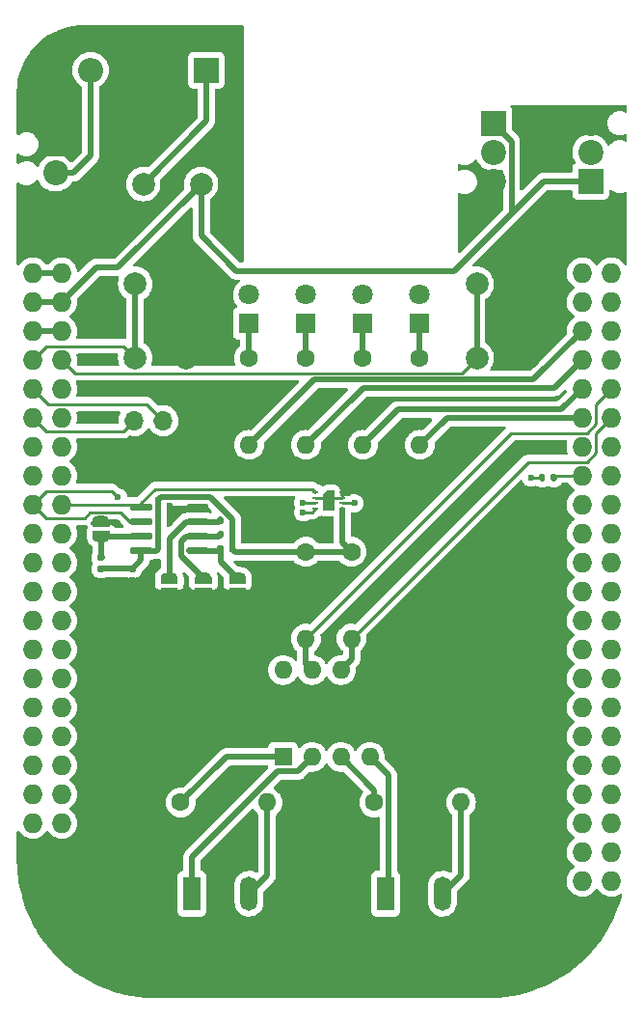
<source format=gbr>
G04 #@! TF.GenerationSoftware,KiCad,Pcbnew,6.0.5+dfsg-1~bpo11+1*
G04 #@! TF.CreationDate,2022-07-02T08:21:34+00:00*
G04 #@! TF.ProjectId,bbbalarm,62626261-6c61-4726-9d2e-6b696361645f,rev?*
G04 #@! TF.SameCoordinates,Original*
G04 #@! TF.FileFunction,Copper,L1,Top*
G04 #@! TF.FilePolarity,Positive*
%FSLAX46Y46*%
G04 Gerber Fmt 4.6, Leading zero omitted, Abs format (unit mm)*
G04 Created by KiCad (PCBNEW 6.0.5+dfsg-1~bpo11+1) date 2022-07-02 08:21:34*
%MOMM*%
%LPD*%
G01*
G04 APERTURE LIST*
G04 #@! TA.AperFunction,ComponentPad*
%ADD10R,1.727200X1.727200*%
G04 #@! TD*
G04 #@! TA.AperFunction,ComponentPad*
%ADD11O,1.727200X1.727200*%
G04 #@! TD*
G04 #@! TA.AperFunction,ComponentPad*
%ADD12C,2.000000*%
G04 #@! TD*
G04 #@! TA.AperFunction,ComponentPad*
%ADD13R,2.200000X2.200000*%
G04 #@! TD*
G04 #@! TA.AperFunction,ComponentPad*
%ADD14C,2.200000*%
G04 #@! TD*
G04 #@! TA.AperFunction,ComponentPad*
%ADD15O,2.200000X2.200000*%
G04 #@! TD*
G04 #@! TA.AperFunction,ComponentPad*
%ADD16R,1.800000X1.800000*%
G04 #@! TD*
G04 #@! TA.AperFunction,ComponentPad*
%ADD17C,1.800000*%
G04 #@! TD*
G04 #@! TA.AperFunction,ComponentPad*
%ADD18R,1.500000X3.000000*%
G04 #@! TD*
G04 #@! TA.AperFunction,ComponentPad*
%ADD19O,1.500000X3.000000*%
G04 #@! TD*
G04 #@! TA.AperFunction,ComponentPad*
%ADD20C,1.600000*%
G04 #@! TD*
G04 #@! TA.AperFunction,ComponentPad*
%ADD21O,1.600000X1.600000*%
G04 #@! TD*
G04 #@! TA.AperFunction,ComponentPad*
%ADD22R,1.600000X1.600000*%
G04 #@! TD*
G04 #@! TA.AperFunction,ComponentPad*
%ADD23R,1.700000X1.700000*%
G04 #@! TD*
G04 #@! TA.AperFunction,ComponentPad*
%ADD24O,1.700000X1.700000*%
G04 #@! TD*
G04 #@! TA.AperFunction,SMDPad,CuDef*
%ADD25R,0.550000X0.250000*%
G04 #@! TD*
G04 #@! TA.AperFunction,ViaPad*
%ADD26C,0.600000*%
G04 #@! TD*
G04 #@! TA.AperFunction,Conductor*
%ADD27C,0.250000*%
G04 #@! TD*
G04 #@! TA.AperFunction,Conductor*
%ADD28C,0.500000*%
G04 #@! TD*
G04 APERTURE END LIST*
D10*
X164630100Y-62382400D03*
D11*
X167170100Y-62382400D03*
X164630100Y-64922400D03*
X167170100Y-64922400D03*
X164630100Y-67462400D03*
X167170100Y-67462400D03*
X164630100Y-70002400D03*
X167170100Y-70002400D03*
X164630100Y-72542400D03*
X167170100Y-72542400D03*
X164630100Y-75082400D03*
X167170100Y-75082400D03*
X164630100Y-77622400D03*
X167170100Y-77622400D03*
X164630100Y-80162400D03*
X167170100Y-80162400D03*
X164630100Y-82702400D03*
X167170100Y-82702400D03*
X164630100Y-85242400D03*
X167170100Y-85242400D03*
X164630100Y-87782400D03*
X167170100Y-87782400D03*
X164630100Y-90322400D03*
X167170100Y-90322400D03*
X164630100Y-92862400D03*
X167170100Y-92862400D03*
X164630100Y-95402400D03*
X167170100Y-95402400D03*
X164630100Y-97942400D03*
X167170100Y-97942400D03*
X164630100Y-100482400D03*
X167170100Y-100482400D03*
X164630100Y-103022400D03*
X167170100Y-103022400D03*
X164630100Y-105562400D03*
X167170100Y-105562400D03*
X164630100Y-108102400D03*
X167170100Y-108102400D03*
X164630100Y-110642400D03*
X167170100Y-110642400D03*
X164630100Y-113182400D03*
X167170100Y-113182400D03*
X164630100Y-115722400D03*
X167170100Y-115722400D03*
X164630100Y-118262400D03*
X167170100Y-118262400D03*
G04 #@! TA.AperFunction,SMDPad,CuDef*
G36*
G01*
X124950100Y-90622400D02*
X125290100Y-90622400D01*
G75*
G02*
X125430100Y-90762400I0J-140000D01*
G01*
X125430100Y-91042400D01*
G75*
G02*
X125290100Y-91182400I-140000J0D01*
G01*
X124950100Y-91182400D01*
G75*
G02*
X124810100Y-91042400I0J140000D01*
G01*
X124810100Y-90762400D01*
G75*
G02*
X124950100Y-90622400I140000J0D01*
G01*
G37*
G04 #@! TD.AperFunction*
G04 #@! TA.AperFunction,SMDPad,CuDef*
G36*
G01*
X124950100Y-91582400D02*
X125290100Y-91582400D01*
G75*
G02*
X125430100Y-91722400I0J-140000D01*
G01*
X125430100Y-92002400D01*
G75*
G02*
X125290100Y-92142400I-140000J0D01*
G01*
X124950100Y-92142400D01*
G75*
G02*
X124810100Y-92002400I0J140000D01*
G01*
X124810100Y-91722400D01*
G75*
G02*
X124950100Y-91582400I140000J0D01*
G01*
G37*
G04 #@! TD.AperFunction*
G04 #@! TA.AperFunction,SMDPad,CuDef*
G36*
X127620100Y-92232400D02*
G01*
X127620100Y-91732400D01*
X127625067Y-91732400D01*
X127626532Y-91652459D01*
X127668807Y-91517144D01*
X127747362Y-91399134D01*
X127855881Y-91307914D01*
X127985640Y-91250819D01*
X128120100Y-91233236D01*
X128120100Y-91232400D01*
X128620100Y-91232400D01*
X128620100Y-91233236D01*
X128626209Y-91232437D01*
X128766286Y-91254248D01*
X128894611Y-91314496D01*
X129000869Y-91408340D01*
X129076517Y-91528235D01*
X129115474Y-91664542D01*
X129115059Y-91732400D01*
X129120100Y-91732400D01*
X129120100Y-92232400D01*
X127620100Y-92232400D01*
G37*
G04 #@! TD.AperFunction*
G04 #@! TA.AperFunction,SMDPad,CuDef*
G36*
X129115059Y-93032400D02*
G01*
X129114608Y-93106305D01*
X129073989Y-93242126D01*
X128996882Y-93361088D01*
X128889485Y-93453626D01*
X128760433Y-93512303D01*
X128620100Y-93532400D01*
X128120100Y-93532400D01*
X128107884Y-93532251D01*
X127968083Y-93508731D01*
X127840504Y-93446919D01*
X127735400Y-93351784D01*
X127661223Y-93230974D01*
X127623934Y-93094201D01*
X127625067Y-93032400D01*
X127620100Y-93032400D01*
X127620100Y-92532400D01*
X129120100Y-92532400D01*
X129120100Y-93032400D01*
X129115059Y-93032400D01*
G37*
G04 #@! TD.AperFunction*
G04 #@! TA.AperFunction,SMDPad,CuDef*
G36*
X133620100Y-92232400D02*
G01*
X133620100Y-91732400D01*
X133625067Y-91732400D01*
X133626532Y-91652459D01*
X133668807Y-91517144D01*
X133747362Y-91399134D01*
X133855881Y-91307914D01*
X133985640Y-91250819D01*
X134120100Y-91233236D01*
X134120100Y-91232400D01*
X134620100Y-91232400D01*
X134620100Y-91233236D01*
X134626209Y-91232437D01*
X134766286Y-91254248D01*
X134894611Y-91314496D01*
X135000869Y-91408340D01*
X135076517Y-91528235D01*
X135115474Y-91664542D01*
X135115059Y-91732400D01*
X135120100Y-91732400D01*
X135120100Y-92232400D01*
X133620100Y-92232400D01*
G37*
G04 #@! TD.AperFunction*
G04 #@! TA.AperFunction,SMDPad,CuDef*
G36*
X135115059Y-93032400D02*
G01*
X135114608Y-93106305D01*
X135073989Y-93242126D01*
X134996882Y-93361088D01*
X134889485Y-93453626D01*
X134760433Y-93512303D01*
X134620100Y-93532400D01*
X134120100Y-93532400D01*
X134107884Y-93532251D01*
X133968083Y-93508731D01*
X133840504Y-93446919D01*
X133735400Y-93351784D01*
X133661223Y-93230974D01*
X133623934Y-93094201D01*
X133625067Y-93032400D01*
X133620100Y-93032400D01*
X133620100Y-92532400D01*
X135120100Y-92532400D01*
X135120100Y-93032400D01*
X135115059Y-93032400D01*
G37*
G04 #@! TD.AperFunction*
G04 #@! TA.AperFunction,SMDPad,CuDef*
G36*
X123120100Y-87532400D02*
G01*
X123120100Y-88032400D01*
X123115133Y-88032400D01*
X123113668Y-88112341D01*
X123071393Y-88247656D01*
X122992838Y-88365666D01*
X122884319Y-88456886D01*
X122754560Y-88513981D01*
X122620100Y-88531564D01*
X122620100Y-88532400D01*
X122120100Y-88532400D01*
X122120100Y-88531564D01*
X122113991Y-88532363D01*
X121973914Y-88510552D01*
X121845589Y-88450304D01*
X121739331Y-88356460D01*
X121663683Y-88236565D01*
X121624726Y-88100258D01*
X121625141Y-88032400D01*
X121620100Y-88032400D01*
X121620100Y-87532400D01*
X123120100Y-87532400D01*
G37*
G04 #@! TD.AperFunction*
G04 #@! TA.AperFunction,SMDPad,CuDef*
G36*
X121625141Y-86732400D02*
G01*
X121625592Y-86658495D01*
X121666211Y-86522674D01*
X121743318Y-86403712D01*
X121850715Y-86311174D01*
X121979767Y-86252497D01*
X122120100Y-86232400D01*
X122620100Y-86232400D01*
X122632316Y-86232549D01*
X122772117Y-86256069D01*
X122899696Y-86317881D01*
X123004800Y-86413016D01*
X123078977Y-86533826D01*
X123116266Y-86670599D01*
X123115133Y-86732400D01*
X123120100Y-86732400D01*
X123120100Y-87232400D01*
X121620100Y-87232400D01*
X121620100Y-86732400D01*
X121625141Y-86732400D01*
G37*
G04 #@! TD.AperFunction*
G04 #@! TA.AperFunction,SMDPad,CuDef*
G36*
G01*
X134150100Y-86447400D02*
X134150100Y-86817400D01*
G75*
G02*
X134015100Y-86952400I-135000J0D01*
G01*
X133745100Y-86952400D01*
G75*
G02*
X133610100Y-86817400I0J135000D01*
G01*
X133610100Y-86447400D01*
G75*
G02*
X133745100Y-86312400I135000J0D01*
G01*
X134015100Y-86312400D01*
G75*
G02*
X134150100Y-86447400I0J-135000D01*
G01*
G37*
G04 #@! TD.AperFunction*
G04 #@! TA.AperFunction,SMDPad,CuDef*
G36*
G01*
X133130100Y-86447400D02*
X133130100Y-86817400D01*
G75*
G02*
X132995100Y-86952400I-135000J0D01*
G01*
X132725100Y-86952400D01*
G75*
G02*
X132590100Y-86817400I0J135000D01*
G01*
X132590100Y-86447400D01*
G75*
G02*
X132725100Y-86312400I135000J0D01*
G01*
X132995100Y-86312400D01*
G75*
G02*
X133130100Y-86447400I0J-135000D01*
G01*
G37*
G04 #@! TD.AperFunction*
G04 #@! TA.AperFunction,SMDPad,CuDef*
G36*
G01*
X134150100Y-87697400D02*
X134150100Y-88067400D01*
G75*
G02*
X134015100Y-88202400I-135000J0D01*
G01*
X133745100Y-88202400D01*
G75*
G02*
X133610100Y-88067400I0J135000D01*
G01*
X133610100Y-87697400D01*
G75*
G02*
X133745100Y-87562400I135000J0D01*
G01*
X134015100Y-87562400D01*
G75*
G02*
X134150100Y-87697400I0J-135000D01*
G01*
G37*
G04 #@! TD.AperFunction*
G04 #@! TA.AperFunction,SMDPad,CuDef*
G36*
G01*
X133130100Y-87697400D02*
X133130100Y-88067400D01*
G75*
G02*
X132995100Y-88202400I-135000J0D01*
G01*
X132725100Y-88202400D01*
G75*
G02*
X132590100Y-88067400I0J135000D01*
G01*
X132590100Y-87697400D01*
G75*
G02*
X132725100Y-87562400I135000J0D01*
G01*
X132995100Y-87562400D01*
G75*
G02*
X133130100Y-87697400I0J-135000D01*
G01*
G37*
G04 #@! TD.AperFunction*
G04 #@! TA.AperFunction,SMDPad,CuDef*
G36*
G01*
X122555100Y-91162400D02*
X122185100Y-91162400D01*
G75*
G02*
X122050100Y-91027400I0J135000D01*
G01*
X122050100Y-90757400D01*
G75*
G02*
X122185100Y-90622400I135000J0D01*
G01*
X122555100Y-90622400D01*
G75*
G02*
X122690100Y-90757400I0J-135000D01*
G01*
X122690100Y-91027400D01*
G75*
G02*
X122555100Y-91162400I-135000J0D01*
G01*
G37*
G04 #@! TD.AperFunction*
G04 #@! TA.AperFunction,SMDPad,CuDef*
G36*
G01*
X122555100Y-90142400D02*
X122185100Y-90142400D01*
G75*
G02*
X122050100Y-90007400I0J135000D01*
G01*
X122050100Y-89737400D01*
G75*
G02*
X122185100Y-89602400I135000J0D01*
G01*
X122555100Y-89602400D01*
G75*
G02*
X122690100Y-89737400I0J-135000D01*
G01*
X122690100Y-90007400D01*
G75*
G02*
X122555100Y-90142400I-135000J0D01*
G01*
G37*
G04 #@! TD.AperFunction*
D12*
X155370100Y-65882400D03*
X155370100Y-72382400D03*
X159870100Y-72382400D03*
X159870100Y-65882400D03*
X125370100Y-72382400D03*
X125370100Y-65882400D03*
X129870100Y-65882400D03*
X129870100Y-72382400D03*
G04 #@! TA.AperFunction,SMDPad,CuDef*
G36*
G01*
X131820100Y-89137400D02*
X131820100Y-89437400D01*
G75*
G02*
X131670100Y-89587400I-150000J0D01*
G01*
X130020100Y-89587400D01*
G75*
G02*
X129870100Y-89437400I0J150000D01*
G01*
X129870100Y-89137400D01*
G75*
G02*
X130020100Y-88987400I150000J0D01*
G01*
X131670100Y-88987400D01*
G75*
G02*
X131820100Y-89137400I0J-150000D01*
G01*
G37*
G04 #@! TD.AperFunction*
G04 #@! TA.AperFunction,SMDPad,CuDef*
G36*
G01*
X131820100Y-87867400D02*
X131820100Y-88167400D01*
G75*
G02*
X131670100Y-88317400I-150000J0D01*
G01*
X130020100Y-88317400D01*
G75*
G02*
X129870100Y-88167400I0J150000D01*
G01*
X129870100Y-87867400D01*
G75*
G02*
X130020100Y-87717400I150000J0D01*
G01*
X131670100Y-87717400D01*
G75*
G02*
X131820100Y-87867400I0J-150000D01*
G01*
G37*
G04 #@! TD.AperFunction*
G04 #@! TA.AperFunction,SMDPad,CuDef*
G36*
G01*
X131820100Y-86597400D02*
X131820100Y-86897400D01*
G75*
G02*
X131670100Y-87047400I-150000J0D01*
G01*
X130020100Y-87047400D01*
G75*
G02*
X129870100Y-86897400I0J150000D01*
G01*
X129870100Y-86597400D01*
G75*
G02*
X130020100Y-86447400I150000J0D01*
G01*
X131670100Y-86447400D01*
G75*
G02*
X131820100Y-86597400I0J-150000D01*
G01*
G37*
G04 #@! TD.AperFunction*
G04 #@! TA.AperFunction,SMDPad,CuDef*
G36*
G01*
X131820100Y-85327400D02*
X131820100Y-85627400D01*
G75*
G02*
X131670100Y-85777400I-150000J0D01*
G01*
X130020100Y-85777400D01*
G75*
G02*
X129870100Y-85627400I0J150000D01*
G01*
X129870100Y-85327400D01*
G75*
G02*
X130020100Y-85177400I150000J0D01*
G01*
X131670100Y-85177400D01*
G75*
G02*
X131820100Y-85327400I0J-150000D01*
G01*
G37*
G04 #@! TD.AperFunction*
G04 #@! TA.AperFunction,SMDPad,CuDef*
G36*
G01*
X126870100Y-85327400D02*
X126870100Y-85627400D01*
G75*
G02*
X126720100Y-85777400I-150000J0D01*
G01*
X125070100Y-85777400D01*
G75*
G02*
X124920100Y-85627400I0J150000D01*
G01*
X124920100Y-85327400D01*
G75*
G02*
X125070100Y-85177400I150000J0D01*
G01*
X126720100Y-85177400D01*
G75*
G02*
X126870100Y-85327400I0J-150000D01*
G01*
G37*
G04 #@! TD.AperFunction*
G04 #@! TA.AperFunction,SMDPad,CuDef*
G36*
G01*
X126870100Y-86597400D02*
X126870100Y-86897400D01*
G75*
G02*
X126720100Y-87047400I-150000J0D01*
G01*
X125070100Y-87047400D01*
G75*
G02*
X124920100Y-86897400I0J150000D01*
G01*
X124920100Y-86597400D01*
G75*
G02*
X125070100Y-86447400I150000J0D01*
G01*
X126720100Y-86447400D01*
G75*
G02*
X126870100Y-86597400I0J-150000D01*
G01*
G37*
G04 #@! TD.AperFunction*
G04 #@! TA.AperFunction,SMDPad,CuDef*
G36*
G01*
X126870100Y-87867400D02*
X126870100Y-88167400D01*
G75*
G02*
X126720100Y-88317400I-150000J0D01*
G01*
X125070100Y-88317400D01*
G75*
G02*
X124920100Y-88167400I0J150000D01*
G01*
X124920100Y-87867400D01*
G75*
G02*
X125070100Y-87717400I150000J0D01*
G01*
X126720100Y-87717400D01*
G75*
G02*
X126870100Y-87867400I0J-150000D01*
G01*
G37*
G04 #@! TD.AperFunction*
G04 #@! TA.AperFunction,SMDPad,CuDef*
G36*
G01*
X126870100Y-89137400D02*
X126870100Y-89437400D01*
G75*
G02*
X126720100Y-89587400I-150000J0D01*
G01*
X125070100Y-89587400D01*
G75*
G02*
X124920100Y-89437400I0J150000D01*
G01*
X124920100Y-89137400D01*
G75*
G02*
X125070100Y-88987400I150000J0D01*
G01*
X126720100Y-88987400D01*
G75*
G02*
X126870100Y-89137400I0J-150000D01*
G01*
G37*
G04 #@! TD.AperFunction*
G04 #@! TA.AperFunction,SMDPad,CuDef*
G36*
G01*
X134150100Y-88947400D02*
X134150100Y-89317400D01*
G75*
G02*
X134015100Y-89452400I-135000J0D01*
G01*
X133745100Y-89452400D01*
G75*
G02*
X133610100Y-89317400I0J135000D01*
G01*
X133610100Y-88947400D01*
G75*
G02*
X133745100Y-88812400I135000J0D01*
G01*
X134015100Y-88812400D01*
G75*
G02*
X134150100Y-88947400I0J-135000D01*
G01*
G37*
G04 #@! TD.AperFunction*
G04 #@! TA.AperFunction,SMDPad,CuDef*
G36*
G01*
X133130100Y-88947400D02*
X133130100Y-89317400D01*
G75*
G02*
X132995100Y-89452400I-135000J0D01*
G01*
X132725100Y-89452400D01*
G75*
G02*
X132590100Y-89317400I0J135000D01*
G01*
X132590100Y-88947400D01*
G75*
G02*
X132725100Y-88812400I135000J0D01*
G01*
X132995100Y-88812400D01*
G75*
G02*
X133130100Y-88947400I0J-135000D01*
G01*
G37*
G04 #@! TD.AperFunction*
G04 #@! TA.AperFunction,SMDPad,CuDef*
G36*
X130620100Y-92232400D02*
G01*
X130620100Y-91732400D01*
X130625067Y-91732400D01*
X130626532Y-91652459D01*
X130668807Y-91517144D01*
X130747362Y-91399134D01*
X130855881Y-91307914D01*
X130985640Y-91250819D01*
X131120100Y-91233236D01*
X131120100Y-91232400D01*
X131620100Y-91232400D01*
X131620100Y-91233236D01*
X131626209Y-91232437D01*
X131766286Y-91254248D01*
X131894611Y-91314496D01*
X132000869Y-91408340D01*
X132076517Y-91528235D01*
X132115474Y-91664542D01*
X132115059Y-91732400D01*
X132120100Y-91732400D01*
X132120100Y-92232400D01*
X130620100Y-92232400D01*
G37*
G04 #@! TD.AperFunction*
G04 #@! TA.AperFunction,SMDPad,CuDef*
G36*
X132115059Y-93032400D02*
G01*
X132114608Y-93106305D01*
X132073989Y-93242126D01*
X131996882Y-93361088D01*
X131889485Y-93453626D01*
X131760433Y-93512303D01*
X131620100Y-93532400D01*
X131120100Y-93532400D01*
X131107884Y-93532251D01*
X130968083Y-93508731D01*
X130840504Y-93446919D01*
X130735400Y-93351784D01*
X130661223Y-93230974D01*
X130623934Y-93094201D01*
X130625067Y-93032400D01*
X130620100Y-93032400D01*
X130620100Y-92532400D01*
X132120100Y-92532400D01*
X132120100Y-93032400D01*
X132115059Y-93032400D01*
G37*
G04 #@! TD.AperFunction*
D13*
X118370100Y-53632400D03*
D14*
X118370100Y-56172400D03*
D12*
X126080100Y-57132400D03*
X128620100Y-57132400D03*
X131160100Y-57132400D03*
D13*
X131620100Y-47132400D03*
D15*
X121460100Y-47132400D03*
D16*
X135370100Y-69382400D03*
D17*
X135370100Y-66842400D03*
D16*
X140370100Y-69382400D03*
D17*
X140370100Y-66842400D03*
D16*
X145370100Y-69382400D03*
D17*
X145370100Y-66842400D03*
D16*
X150370100Y-69382400D03*
D17*
X150370100Y-66842400D03*
D18*
X130370100Y-119382400D03*
D19*
X135370100Y-119382400D03*
D18*
X147370100Y-119382400D03*
D19*
X152370100Y-119382400D03*
D20*
X135370100Y-72382400D03*
D21*
X135370100Y-80002400D03*
D20*
X140370100Y-72382400D03*
D21*
X140370100Y-80002400D03*
D20*
X145370100Y-72382400D03*
D21*
X145370100Y-80002400D03*
D20*
X150370100Y-72382400D03*
D21*
X150370100Y-80002400D03*
D20*
X140370100Y-89382400D03*
D21*
X140370100Y-97002400D03*
D20*
X144370100Y-89382400D03*
D21*
X144370100Y-97002400D03*
D20*
X129370100Y-111382400D03*
D21*
X136990100Y-111382400D03*
D20*
X146370100Y-111382400D03*
D21*
X153990100Y-111382400D03*
D13*
X165370100Y-56882400D03*
D14*
X165370100Y-54342400D03*
X165370100Y-51802400D03*
D22*
X138370100Y-107382400D03*
D21*
X140910100Y-107382400D03*
X143450100Y-107382400D03*
X145990100Y-107382400D03*
X145990100Y-99762400D03*
X143450100Y-99762400D03*
X140910100Y-99762400D03*
X138370100Y-99762400D03*
D10*
X116370100Y-62382400D03*
D11*
X118910100Y-62382400D03*
X116370100Y-64922400D03*
X118910100Y-64922400D03*
X116370100Y-67462400D03*
X118910100Y-67462400D03*
X116370100Y-70002400D03*
X118910100Y-70002400D03*
X116370100Y-72542400D03*
X118910100Y-72542400D03*
X116370100Y-75082400D03*
X118910100Y-75082400D03*
X116370100Y-77622400D03*
X118910100Y-77622400D03*
X116370100Y-80162400D03*
X118910100Y-80162400D03*
X116370100Y-82702400D03*
X118910100Y-82702400D03*
X116370100Y-85242400D03*
X118910100Y-85242400D03*
X116370100Y-87782400D03*
X118910100Y-87782400D03*
X116370100Y-90322400D03*
X118910100Y-90322400D03*
X116370100Y-92862400D03*
X118910100Y-92862400D03*
X116370100Y-95402400D03*
X118910100Y-95402400D03*
X116370100Y-97942400D03*
X118910100Y-97942400D03*
X116370100Y-100482400D03*
X118910100Y-100482400D03*
X116370100Y-103022400D03*
X118910100Y-103022400D03*
X116370100Y-105562400D03*
X118910100Y-105562400D03*
X116370100Y-108102400D03*
X118910100Y-108102400D03*
X116370100Y-110642400D03*
X118910100Y-110642400D03*
X116370100Y-113182400D03*
X118910100Y-113182400D03*
X116370100Y-115722400D03*
X118910100Y-115722400D03*
X116370100Y-118262400D03*
X118910100Y-118262400D03*
D13*
X156870100Y-51842400D03*
D14*
X156870100Y-54382400D03*
X156870100Y-56922400D03*
G04 #@! TA.AperFunction,SMDPad,CuDef*
G36*
G01*
X162400100Y-82697400D02*
X162400100Y-83067400D01*
G75*
G02*
X162265100Y-83202400I-135000J0D01*
G01*
X161995100Y-83202400D01*
G75*
G02*
X161860100Y-83067400I0J135000D01*
G01*
X161860100Y-82697400D01*
G75*
G02*
X161995100Y-82562400I135000J0D01*
G01*
X162265100Y-82562400D01*
G75*
G02*
X162400100Y-82697400I0J-135000D01*
G01*
G37*
G04 #@! TD.AperFunction*
G04 #@! TA.AperFunction,SMDPad,CuDef*
G36*
G01*
X161380100Y-82697400D02*
X161380100Y-83067400D01*
G75*
G02*
X161245100Y-83202400I-135000J0D01*
G01*
X160975100Y-83202400D01*
G75*
G02*
X160840100Y-83067400I0J135000D01*
G01*
X160840100Y-82697400D01*
G75*
G02*
X160975100Y-82562400I135000J0D01*
G01*
X161245100Y-82562400D01*
G75*
G02*
X161380100Y-82697400I0J-135000D01*
G01*
G37*
G04 #@! TD.AperFunction*
D23*
X130370100Y-77882400D03*
D24*
X127830100Y-77882400D03*
X125290100Y-77882400D03*
D25*
X141195100Y-84132400D03*
X141195100Y-84632400D03*
X141195100Y-85132400D03*
X141195100Y-85632400D03*
X143545100Y-85632400D03*
X143545100Y-85132400D03*
X143545100Y-84632400D03*
X143545100Y-84132400D03*
G04 #@! TA.AperFunction,SMDPad,CuDef*
G36*
X142870100Y-85732400D02*
G01*
X141870100Y-85732400D01*
X141870100Y-84332400D01*
X142170100Y-84032400D01*
X142870100Y-84032400D01*
X142870100Y-85732400D01*
G37*
G04 #@! TD.AperFunction*
D26*
X144870100Y-83382400D03*
X141870100Y-87382400D03*
X128370100Y-85382400D03*
X123870100Y-86882400D03*
X122870100Y-72632400D03*
X154370100Y-85132400D03*
X122620100Y-66882400D03*
X148620100Y-90882400D03*
X122370100Y-77632400D03*
X128370100Y-86882400D03*
X127370100Y-84882400D03*
X123870100Y-84617900D03*
X140120100Y-85931903D03*
X140120100Y-85132400D03*
X144620100Y-85132400D03*
X160120100Y-82882400D03*
D27*
X143545100Y-84632400D02*
X143545100Y-84132400D01*
X142620100Y-84632400D02*
X142370100Y-84882400D01*
X142120100Y-84632400D02*
X142370100Y-84882400D01*
X143545100Y-84632400D02*
X142620100Y-84632400D01*
X141195100Y-84632400D02*
X142120100Y-84632400D01*
D28*
X129165099Y-57207401D02*
X129235101Y-57207401D01*
X116370100Y-64922400D02*
X118910100Y-64922400D01*
X125895100Y-89287400D02*
X125895100Y-90127400D01*
X125895100Y-90127400D02*
X125120100Y-90902400D01*
X127370100Y-84882400D02*
X127670099Y-84582401D01*
X127215100Y-89287400D02*
X127370100Y-89132400D01*
X134130100Y-89382400D02*
X133880100Y-89132400D01*
X131957431Y-84582401D02*
X133880100Y-86505070D01*
X143545100Y-88557400D02*
X143545100Y-85706920D01*
X144370100Y-89382400D02*
X143545100Y-88557400D01*
X133880100Y-86505070D02*
X133880100Y-89132400D01*
X127370100Y-84882400D02*
X127370100Y-89132400D01*
X125895100Y-89287400D02*
X127215100Y-89287400D01*
X144370100Y-89382400D02*
X134130100Y-89382400D01*
X127670099Y-84582401D02*
X131957431Y-84582401D01*
X122370100Y-90892400D02*
X125110100Y-90892400D01*
X123860101Y-64432399D02*
X131160100Y-57132400D01*
X116370100Y-67462400D02*
X118910100Y-67462400D01*
X134226380Y-64738680D02*
X153387026Y-64738680D01*
X153387026Y-64738680D02*
X161243306Y-56882400D01*
X158420101Y-53392401D02*
X156870100Y-51842400D01*
X131160100Y-57132400D02*
X131160100Y-61672400D01*
X158420101Y-59705605D02*
X158420101Y-53392401D01*
X131160100Y-61672400D02*
X134226380Y-64738680D01*
X118910100Y-67462400D02*
X121940101Y-64432399D01*
X165370100Y-56882400D02*
X161243306Y-56882400D01*
X121940101Y-64432399D02*
X123860101Y-64432399D01*
X116370100Y-70002400D02*
X118910100Y-70002400D01*
D27*
X117558701Y-71353799D02*
X124341499Y-71353799D01*
X124341499Y-71353799D02*
X125370100Y-72382400D01*
D28*
X125370100Y-65882400D02*
X125370100Y-72382400D01*
D27*
X116370100Y-72542400D02*
X117558701Y-71353799D01*
D28*
X155370100Y-65882400D02*
X155370100Y-72382400D01*
D27*
X118910100Y-72542400D02*
X120075101Y-73707401D01*
X120075101Y-73707401D02*
X154045099Y-73707401D01*
X154045099Y-73707401D02*
X155370100Y-72382400D01*
D28*
X137890097Y-108632401D02*
X139660099Y-108632401D01*
X130370100Y-119382400D02*
X130370100Y-116152398D01*
X130370100Y-116152398D02*
X137890097Y-108632401D01*
X139660099Y-108632401D02*
X140910100Y-107382400D01*
X136990100Y-117762400D02*
X135370100Y-119382400D01*
X136990100Y-111382400D02*
X136990100Y-117762400D01*
X130845100Y-86747400D02*
X132745100Y-86747400D01*
X128370100Y-88247400D02*
X128370100Y-91732400D01*
X130845100Y-86747400D02*
X129870100Y-86747400D01*
X129870100Y-86747400D02*
X128370100Y-88247400D01*
X132745100Y-86747400D02*
X132860100Y-86632400D01*
X129420090Y-88467410D02*
X129420090Y-89782390D01*
X132725100Y-88017400D02*
X132860100Y-87882400D01*
X129420090Y-89782390D02*
X131370100Y-91732400D01*
X130845100Y-88017400D02*
X129870100Y-88017400D01*
X129870100Y-88017400D02*
X129420090Y-88467410D01*
X130845100Y-88017400D02*
X132725100Y-88017400D01*
X132705100Y-89287400D02*
X132860100Y-89132400D01*
X130845100Y-89287400D02*
X132705100Y-89287400D01*
X132860100Y-90222400D02*
X134370100Y-91732400D01*
X132860100Y-89132400D02*
X132860100Y-90222400D01*
X122385100Y-88017400D02*
X122370100Y-88032400D01*
X125895100Y-88017400D02*
X122385100Y-88017400D01*
X122370100Y-88032400D02*
X122370100Y-89872400D01*
D27*
X123306489Y-84054289D02*
X117558211Y-84054289D01*
X123870100Y-84617900D02*
X123306489Y-84054289D01*
X124080090Y-85907390D02*
X124920100Y-86747400D01*
X116370100Y-85242400D02*
X117558701Y-86431001D01*
X124920100Y-86747400D02*
X125895100Y-86747400D01*
X141195100Y-85632400D02*
X140895597Y-85931903D01*
X140895597Y-85931903D02*
X140120100Y-85931903D01*
X117558701Y-86431001D02*
X120970100Y-86431001D01*
X120970100Y-86431001D02*
X121370100Y-85907390D01*
X121370100Y-85907390D02*
X124080090Y-85907390D01*
X117558211Y-84054289D02*
X116370100Y-85242400D01*
X125895100Y-85477400D02*
X125895100Y-85107400D01*
X125895100Y-85107400D02*
X127120100Y-83882400D01*
X127120100Y-83882400D02*
X140945100Y-83882400D01*
X125660100Y-85242400D02*
X125895100Y-85477400D01*
X140945100Y-83882400D02*
X141195100Y-84132400D01*
X118910100Y-85242400D02*
X125660100Y-85242400D01*
D28*
X135370100Y-69382400D02*
X135370100Y-72382400D01*
X140370100Y-69382400D02*
X140370100Y-72382400D01*
X145370100Y-69382400D02*
X145370100Y-72382400D01*
X150370100Y-69382400D02*
X150370100Y-72382400D01*
X164630100Y-70002400D02*
X160350089Y-74282411D01*
X160350089Y-74282411D02*
X141090089Y-74282411D01*
X141090089Y-74282411D02*
X135370100Y-80002400D01*
X164630100Y-72542400D02*
X162190079Y-74982421D01*
X162190079Y-74982421D02*
X145390079Y-74982421D01*
X145390079Y-74982421D02*
X140370100Y-80002400D01*
X148450110Y-76922390D02*
X145370100Y-80002400D01*
X162790110Y-76922390D02*
X148450110Y-76922390D01*
X164630100Y-75082400D02*
X162790110Y-76922390D01*
X152750100Y-77622400D02*
X150370100Y-80002400D01*
X164630100Y-77622400D02*
X152750100Y-77622400D01*
X131620100Y-51592400D02*
X126080100Y-57132400D01*
X131620100Y-47132400D02*
X131620100Y-51592400D01*
X119925734Y-56172400D02*
X121460100Y-54638034D01*
X121460100Y-54638034D02*
X121460100Y-47132400D01*
X118370100Y-56172400D02*
X119925734Y-56172400D01*
X153990100Y-111382400D02*
X153990100Y-117762400D01*
X153990100Y-117762400D02*
X152370100Y-119382400D01*
X147620101Y-109012401D02*
X147620101Y-119132399D01*
X147620101Y-119132399D02*
X147370100Y-119382400D01*
X145990100Y-107382400D02*
X147620101Y-109012401D01*
D27*
X167170100Y-75082400D02*
X165818701Y-76433799D01*
D28*
X140370100Y-97002400D02*
X140370100Y-99222400D01*
D27*
X158398701Y-78973799D02*
X140370100Y-97002400D01*
X165818701Y-78192929D02*
X165037831Y-78973799D01*
D28*
X140370100Y-99222400D02*
X140910100Y-99762400D01*
D27*
X165818701Y-76433799D02*
X165818701Y-78192929D01*
X165037831Y-78973799D02*
X158398701Y-78973799D01*
X165818701Y-78973799D02*
X165818701Y-80732929D01*
X165037831Y-81513799D02*
X159858701Y-81513799D01*
D28*
X144370100Y-98842400D02*
X143450100Y-99762400D01*
D27*
X159858701Y-81513799D02*
X144370100Y-97002400D01*
D28*
X144370100Y-97002400D02*
X144370100Y-98842400D01*
D27*
X165818701Y-80732929D02*
X165037831Y-81513799D01*
X167170100Y-77622400D02*
X165818701Y-78973799D01*
D28*
X133370100Y-107382400D02*
X129370100Y-111382400D01*
X138370100Y-107382400D02*
X133370100Y-107382400D01*
X143450100Y-107382400D02*
X146370100Y-110302400D01*
X146370100Y-110302400D02*
X146370100Y-111382400D01*
D27*
X126381989Y-76434289D02*
X127830100Y-77882400D01*
X117721989Y-76434289D02*
X126381989Y-76434289D01*
X116370100Y-75082400D02*
X117721989Y-76434289D01*
X117558211Y-78810511D02*
X124361989Y-78810511D01*
X116370100Y-77622400D02*
X117558211Y-78810511D01*
X124361989Y-78810511D02*
X125290100Y-77882400D01*
X141195100Y-85132400D02*
X140120100Y-85132400D01*
X162310100Y-82702400D02*
X162130100Y-82882400D01*
X164630100Y-82702400D02*
X162310100Y-82702400D01*
X144620100Y-85132400D02*
X143545100Y-85132400D01*
X161110100Y-82882400D02*
X160120100Y-82882400D01*
G04 #@! TA.AperFunction,Conductor*
G36*
X139722849Y-74360903D02*
G01*
X139769342Y-74414559D01*
X139779446Y-74484833D01*
X139749952Y-74549413D01*
X139743823Y-74555996D01*
X135633090Y-78666729D01*
X135570778Y-78700755D01*
X135533013Y-78703155D01*
X135375575Y-78689381D01*
X135370100Y-78688902D01*
X135142013Y-78708857D01*
X135136700Y-78710281D01*
X135136698Y-78710281D01*
X134926167Y-78766693D01*
X134926165Y-78766694D01*
X134920857Y-78768116D01*
X134915876Y-78770439D01*
X134915875Y-78770439D01*
X134718338Y-78862551D01*
X134718333Y-78862554D01*
X134713351Y-78864877D01*
X134634729Y-78919929D01*
X134530311Y-78993043D01*
X134530308Y-78993045D01*
X134525800Y-78996202D01*
X134363902Y-79158100D01*
X134232577Y-79345651D01*
X134230254Y-79350633D01*
X134230251Y-79350638D01*
X134163585Y-79493606D01*
X134135816Y-79553157D01*
X134134394Y-79558465D01*
X134134393Y-79558467D01*
X134120537Y-79610178D01*
X134076557Y-79774313D01*
X134056602Y-80002400D01*
X134076557Y-80230487D01*
X134135816Y-80451643D01*
X134138139Y-80456624D01*
X134138139Y-80456625D01*
X134230251Y-80654162D01*
X134230254Y-80654167D01*
X134232577Y-80659149D01*
X134242890Y-80673877D01*
X134359930Y-80841027D01*
X134363902Y-80846700D01*
X134525800Y-81008598D01*
X134530308Y-81011755D01*
X134530311Y-81011757D01*
X134565532Y-81036419D01*
X134713351Y-81139923D01*
X134718333Y-81142246D01*
X134718338Y-81142249D01*
X134915875Y-81234361D01*
X134920857Y-81236684D01*
X134926165Y-81238106D01*
X134926167Y-81238107D01*
X135136698Y-81294519D01*
X135136700Y-81294519D01*
X135142013Y-81295943D01*
X135370100Y-81315898D01*
X135598187Y-81295943D01*
X135603500Y-81294519D01*
X135603502Y-81294519D01*
X135814033Y-81238107D01*
X135814035Y-81238106D01*
X135819343Y-81236684D01*
X135824325Y-81234361D01*
X136021862Y-81142249D01*
X136021867Y-81142246D01*
X136026849Y-81139923D01*
X136174668Y-81036419D01*
X136209889Y-81011757D01*
X136209892Y-81011755D01*
X136214400Y-81008598D01*
X136376298Y-80846700D01*
X136380271Y-80841027D01*
X136497310Y-80673877D01*
X136507623Y-80659149D01*
X136509946Y-80654167D01*
X136509949Y-80654162D01*
X136602061Y-80456625D01*
X136602061Y-80456624D01*
X136604384Y-80451643D01*
X136663643Y-80230487D01*
X136683598Y-80002400D01*
X136669345Y-79839487D01*
X136683334Y-79769882D01*
X136705771Y-79739410D01*
X141367365Y-75077816D01*
X141429677Y-75043790D01*
X141456460Y-75040911D01*
X143954718Y-75040911D01*
X144022839Y-75060913D01*
X144069332Y-75114569D01*
X144079436Y-75184843D01*
X144049942Y-75249423D01*
X144043813Y-75256006D01*
X140633090Y-78666729D01*
X140570778Y-78700755D01*
X140533013Y-78703155D01*
X140375575Y-78689381D01*
X140370100Y-78688902D01*
X140142013Y-78708857D01*
X140136700Y-78710281D01*
X140136698Y-78710281D01*
X139926167Y-78766693D01*
X139926165Y-78766694D01*
X139920857Y-78768116D01*
X139915876Y-78770439D01*
X139915875Y-78770439D01*
X139718338Y-78862551D01*
X139718333Y-78862554D01*
X139713351Y-78864877D01*
X139634729Y-78919929D01*
X139530311Y-78993043D01*
X139530308Y-78993045D01*
X139525800Y-78996202D01*
X139363902Y-79158100D01*
X139232577Y-79345651D01*
X139230254Y-79350633D01*
X139230251Y-79350638D01*
X139163585Y-79493606D01*
X139135816Y-79553157D01*
X139134394Y-79558465D01*
X139134393Y-79558467D01*
X139120537Y-79610178D01*
X139076557Y-79774313D01*
X139056602Y-80002400D01*
X139076557Y-80230487D01*
X139135816Y-80451643D01*
X139138139Y-80456624D01*
X139138139Y-80456625D01*
X139230251Y-80654162D01*
X139230254Y-80654167D01*
X139232577Y-80659149D01*
X139242890Y-80673877D01*
X139359930Y-80841027D01*
X139363902Y-80846700D01*
X139525800Y-81008598D01*
X139530308Y-81011755D01*
X139530311Y-81011757D01*
X139565532Y-81036419D01*
X139713351Y-81139923D01*
X139718333Y-81142246D01*
X139718338Y-81142249D01*
X139915875Y-81234361D01*
X139920857Y-81236684D01*
X139926165Y-81238106D01*
X139926167Y-81238107D01*
X140136698Y-81294519D01*
X140136700Y-81294519D01*
X140142013Y-81295943D01*
X140370100Y-81315898D01*
X140598187Y-81295943D01*
X140603500Y-81294519D01*
X140603502Y-81294519D01*
X140814033Y-81238107D01*
X140814035Y-81238106D01*
X140819343Y-81236684D01*
X140824325Y-81234361D01*
X141021862Y-81142249D01*
X141021867Y-81142246D01*
X141026849Y-81139923D01*
X141174668Y-81036419D01*
X141209889Y-81011757D01*
X141209892Y-81011755D01*
X141214400Y-81008598D01*
X141376298Y-80846700D01*
X141380271Y-80841027D01*
X141497310Y-80673877D01*
X141507623Y-80659149D01*
X141509946Y-80654167D01*
X141509949Y-80654162D01*
X141602061Y-80456625D01*
X141602061Y-80456624D01*
X141604384Y-80451643D01*
X141663643Y-80230487D01*
X141683598Y-80002400D01*
X141669345Y-79839487D01*
X141683334Y-79769882D01*
X141705771Y-79739410D01*
X145667355Y-75777826D01*
X145729667Y-75743800D01*
X145756450Y-75740921D01*
X162123009Y-75740921D01*
X162141959Y-75742354D01*
X162156194Y-75744520D01*
X162156198Y-75744520D01*
X162163428Y-75745620D01*
X162170720Y-75745027D01*
X162170723Y-75745027D01*
X162216097Y-75741336D01*
X162226312Y-75740921D01*
X162234372Y-75740921D01*
X162247662Y-75739372D01*
X162262586Y-75737632D01*
X162266961Y-75737199D01*
X162332418Y-75731875D01*
X162332421Y-75731874D01*
X162339716Y-75731281D01*
X162346680Y-75729025D01*
X162352639Y-75727834D01*
X162358494Y-75726450D01*
X162365760Y-75725603D01*
X162434406Y-75700686D01*
X162438534Y-75699269D01*
X162501015Y-75679028D01*
X162501017Y-75679027D01*
X162507978Y-75676772D01*
X162514233Y-75672976D01*
X162519707Y-75670470D01*
X162525137Y-75667751D01*
X162532016Y-75665254D01*
X162538137Y-75661241D01*
X162593055Y-75625235D01*
X162596759Y-75622898D01*
X162659186Y-75585016D01*
X162667563Y-75577618D01*
X162667587Y-75577645D01*
X162670579Y-75574992D01*
X162673812Y-75572289D01*
X162679931Y-75568277D01*
X162733207Y-75512038D01*
X162735585Y-75509596D01*
X163051959Y-75193222D01*
X163114271Y-75159196D01*
X163185086Y-75164261D01*
X163241922Y-75206808D01*
X163265828Y-75264782D01*
X163266399Y-75268846D01*
X163266697Y-75274014D01*
X163267834Y-75279060D01*
X163267835Y-75279066D01*
X163269665Y-75287186D01*
X163265126Y-75358037D01*
X163235842Y-75403977D01*
X162512834Y-76126985D01*
X162450522Y-76161011D01*
X162423739Y-76163890D01*
X148517180Y-76163890D01*
X148498230Y-76162457D01*
X148483995Y-76160291D01*
X148483991Y-76160291D01*
X148476761Y-76159191D01*
X148469469Y-76159784D01*
X148469466Y-76159784D01*
X148424092Y-76163475D01*
X148413877Y-76163890D01*
X148405817Y-76163890D01*
X148402183Y-76164314D01*
X148402177Y-76164314D01*
X148389152Y-76165833D01*
X148377590Y-76167181D01*
X148373242Y-76167611D01*
X148300474Y-76173530D01*
X148293513Y-76175785D01*
X148287573Y-76176972D01*
X148281698Y-76178361D01*
X148274429Y-76179208D01*
X148205780Y-76204126D01*
X148201652Y-76205543D01*
X148139174Y-76225783D01*
X148139172Y-76225784D01*
X148132211Y-76228039D01*
X148125956Y-76231835D01*
X148120482Y-76234341D01*
X148115052Y-76237060D01*
X148108173Y-76239557D01*
X148102053Y-76243570D01*
X148102052Y-76243570D01*
X148047134Y-76279576D01*
X148043430Y-76281913D01*
X147981003Y-76319795D01*
X147976795Y-76323511D01*
X147976794Y-76323512D01*
X147972657Y-76327166D01*
X147972626Y-76327193D01*
X147972602Y-76327166D01*
X147969610Y-76329819D01*
X147966377Y-76332522D01*
X147960258Y-76336534D01*
X147944779Y-76352874D01*
X147906982Y-76392773D01*
X147904604Y-76395215D01*
X145633090Y-78666729D01*
X145570778Y-78700755D01*
X145533013Y-78703155D01*
X145375575Y-78689381D01*
X145370100Y-78688902D01*
X145142013Y-78708857D01*
X145136700Y-78710281D01*
X145136698Y-78710281D01*
X144926167Y-78766693D01*
X144926165Y-78766694D01*
X144920857Y-78768116D01*
X144915876Y-78770439D01*
X144915875Y-78770439D01*
X144718338Y-78862551D01*
X144718333Y-78862554D01*
X144713351Y-78864877D01*
X144634729Y-78919929D01*
X144530311Y-78993043D01*
X144530308Y-78993045D01*
X144525800Y-78996202D01*
X144363902Y-79158100D01*
X144232577Y-79345651D01*
X144230254Y-79350633D01*
X144230251Y-79350638D01*
X144163585Y-79493606D01*
X144135816Y-79553157D01*
X144134394Y-79558465D01*
X144134393Y-79558467D01*
X144120537Y-79610178D01*
X144076557Y-79774313D01*
X144056602Y-80002400D01*
X144076557Y-80230487D01*
X144135816Y-80451643D01*
X144138139Y-80456624D01*
X144138139Y-80456625D01*
X144230251Y-80654162D01*
X144230254Y-80654167D01*
X144232577Y-80659149D01*
X144242890Y-80673877D01*
X144359930Y-80841027D01*
X144363902Y-80846700D01*
X144525800Y-81008598D01*
X144530308Y-81011755D01*
X144530311Y-81011757D01*
X144565532Y-81036419D01*
X144713351Y-81139923D01*
X144718333Y-81142246D01*
X144718338Y-81142249D01*
X144915875Y-81234361D01*
X144920857Y-81236684D01*
X144926165Y-81238106D01*
X144926167Y-81238107D01*
X145136698Y-81294519D01*
X145136700Y-81294519D01*
X145142013Y-81295943D01*
X145370100Y-81315898D01*
X145598187Y-81295943D01*
X145603500Y-81294519D01*
X145603502Y-81294519D01*
X145814033Y-81238107D01*
X145814035Y-81238106D01*
X145819343Y-81236684D01*
X145824325Y-81234361D01*
X146021862Y-81142249D01*
X146021867Y-81142246D01*
X146026849Y-81139923D01*
X146174668Y-81036419D01*
X146209889Y-81011757D01*
X146209892Y-81011755D01*
X146214400Y-81008598D01*
X146376298Y-80846700D01*
X146380271Y-80841027D01*
X146497310Y-80673877D01*
X146507623Y-80659149D01*
X146509946Y-80654167D01*
X146509949Y-80654162D01*
X146602061Y-80456625D01*
X146602061Y-80456624D01*
X146604384Y-80451643D01*
X146663643Y-80230487D01*
X146683598Y-80002400D01*
X146669345Y-79839487D01*
X146683334Y-79769882D01*
X146705771Y-79739410D01*
X148727386Y-77717795D01*
X148789698Y-77683769D01*
X148816481Y-77680890D01*
X151314739Y-77680890D01*
X151382860Y-77700892D01*
X151429353Y-77754548D01*
X151439457Y-77824822D01*
X151409963Y-77889402D01*
X151403834Y-77895985D01*
X150633090Y-78666729D01*
X150570778Y-78700755D01*
X150533013Y-78703155D01*
X150375575Y-78689381D01*
X150370100Y-78688902D01*
X150142013Y-78708857D01*
X150136700Y-78710281D01*
X150136698Y-78710281D01*
X149926167Y-78766693D01*
X149926165Y-78766694D01*
X149920857Y-78768116D01*
X149915876Y-78770439D01*
X149915875Y-78770439D01*
X149718338Y-78862551D01*
X149718333Y-78862554D01*
X149713351Y-78864877D01*
X149634729Y-78919929D01*
X149530311Y-78993043D01*
X149530308Y-78993045D01*
X149525800Y-78996202D01*
X149363902Y-79158100D01*
X149232577Y-79345651D01*
X149230254Y-79350633D01*
X149230251Y-79350638D01*
X149163585Y-79493606D01*
X149135816Y-79553157D01*
X149134394Y-79558465D01*
X149134393Y-79558467D01*
X149120537Y-79610178D01*
X149076557Y-79774313D01*
X149056602Y-80002400D01*
X149076557Y-80230487D01*
X149135816Y-80451643D01*
X149138139Y-80456624D01*
X149138139Y-80456625D01*
X149230251Y-80654162D01*
X149230254Y-80654167D01*
X149232577Y-80659149D01*
X149242890Y-80673877D01*
X149359930Y-80841027D01*
X149363902Y-80846700D01*
X149525800Y-81008598D01*
X149530308Y-81011755D01*
X149530311Y-81011757D01*
X149565532Y-81036419D01*
X149713351Y-81139923D01*
X149718333Y-81142246D01*
X149718338Y-81142249D01*
X149915875Y-81234361D01*
X149920857Y-81236684D01*
X149926165Y-81238106D01*
X149926167Y-81238107D01*
X150136698Y-81294519D01*
X150136700Y-81294519D01*
X150142013Y-81295943D01*
X150370100Y-81315898D01*
X150598187Y-81295943D01*
X150603500Y-81294519D01*
X150603502Y-81294519D01*
X150814033Y-81238107D01*
X150814035Y-81238106D01*
X150819343Y-81236684D01*
X150824325Y-81234361D01*
X151021862Y-81142249D01*
X151021867Y-81142246D01*
X151026849Y-81139923D01*
X151174668Y-81036419D01*
X151209889Y-81011757D01*
X151209892Y-81011755D01*
X151214400Y-81008598D01*
X151376298Y-80846700D01*
X151380271Y-80841027D01*
X151497310Y-80673877D01*
X151507623Y-80659149D01*
X151509946Y-80654167D01*
X151509949Y-80654162D01*
X151602061Y-80456625D01*
X151602061Y-80456624D01*
X151604384Y-80451643D01*
X151663643Y-80230487D01*
X151683598Y-80002400D01*
X151669345Y-79839487D01*
X151683334Y-79769882D01*
X151705771Y-79739410D01*
X153027376Y-78417805D01*
X153089688Y-78383779D01*
X153116471Y-78380900D01*
X157791506Y-78380900D01*
X157859627Y-78400902D01*
X157906120Y-78454558D01*
X157916224Y-78524832D01*
X157886730Y-78589412D01*
X157880601Y-78595995D01*
X140783347Y-95693248D01*
X140721035Y-95727274D01*
X140661642Y-95725860D01*
X140598187Y-95708857D01*
X140370100Y-95688902D01*
X140142013Y-95708857D01*
X140136700Y-95710281D01*
X140136698Y-95710281D01*
X139926167Y-95766693D01*
X139926165Y-95766694D01*
X139920857Y-95768116D01*
X139915876Y-95770439D01*
X139915875Y-95770439D01*
X139718338Y-95862551D01*
X139718333Y-95862554D01*
X139713351Y-95864877D01*
X139643372Y-95913877D01*
X139530311Y-95993043D01*
X139530308Y-95993045D01*
X139525800Y-95996202D01*
X139363902Y-96158100D01*
X139360745Y-96162608D01*
X139360743Y-96162611D01*
X139337615Y-96195641D01*
X139232577Y-96345651D01*
X139230254Y-96350633D01*
X139230251Y-96350638D01*
X139138139Y-96548175D01*
X139135816Y-96553157D01*
X139134394Y-96558465D01*
X139134393Y-96558467D01*
X139077983Y-96768991D01*
X139076557Y-96774313D01*
X139056602Y-97002400D01*
X139076557Y-97230487D01*
X139077981Y-97235800D01*
X139077981Y-97235802D01*
X139085284Y-97263055D01*
X139135816Y-97451643D01*
X139138139Y-97456624D01*
X139138139Y-97456625D01*
X139230251Y-97654162D01*
X139230254Y-97654167D01*
X139232577Y-97659149D01*
X139363902Y-97846700D01*
X139525800Y-98008598D01*
X139557871Y-98031055D01*
X139602199Y-98086510D01*
X139611600Y-98134267D01*
X139611600Y-98854525D01*
X139591598Y-98922646D01*
X139537942Y-98969139D01*
X139467668Y-98979243D01*
X139403088Y-98949749D01*
X139382387Y-98926796D01*
X139379457Y-98922611D01*
X139379455Y-98922608D01*
X139376298Y-98918100D01*
X139214400Y-98756202D01*
X139209892Y-98753045D01*
X139209889Y-98753043D01*
X139087678Y-98667470D01*
X139026849Y-98624877D01*
X139021867Y-98622554D01*
X139021862Y-98622551D01*
X138824325Y-98530439D01*
X138824324Y-98530439D01*
X138819343Y-98528116D01*
X138814035Y-98526694D01*
X138814033Y-98526693D01*
X138603502Y-98470281D01*
X138603500Y-98470281D01*
X138598187Y-98468857D01*
X138370100Y-98448902D01*
X138142013Y-98468857D01*
X138136700Y-98470281D01*
X138136698Y-98470281D01*
X137926167Y-98526693D01*
X137926165Y-98526694D01*
X137920857Y-98528116D01*
X137915876Y-98530439D01*
X137915875Y-98530439D01*
X137718338Y-98622551D01*
X137718333Y-98622554D01*
X137713351Y-98624877D01*
X137652522Y-98667470D01*
X137530311Y-98753043D01*
X137530308Y-98753045D01*
X137525800Y-98756202D01*
X137363902Y-98918100D01*
X137360745Y-98922608D01*
X137360743Y-98922611D01*
X137350815Y-98936790D01*
X137232577Y-99105651D01*
X137230254Y-99110633D01*
X137230251Y-99110638D01*
X137147162Y-99288825D01*
X137135816Y-99313157D01*
X137134394Y-99318465D01*
X137134393Y-99318467D01*
X137112436Y-99400411D01*
X137076557Y-99534313D01*
X137056602Y-99762400D01*
X137076557Y-99990487D01*
X137077981Y-99995800D01*
X137077981Y-99995802D01*
X137088205Y-100033956D01*
X137135816Y-100211643D01*
X137138139Y-100216624D01*
X137138139Y-100216625D01*
X137230251Y-100414162D01*
X137230254Y-100414167D01*
X137232577Y-100419149D01*
X137363902Y-100606700D01*
X137525800Y-100768598D01*
X137530308Y-100771755D01*
X137530311Y-100771757D01*
X137532589Y-100773352D01*
X137713351Y-100899923D01*
X137718333Y-100902246D01*
X137718338Y-100902249D01*
X137894265Y-100984284D01*
X137920857Y-100996684D01*
X137926165Y-100998106D01*
X137926167Y-100998107D01*
X138136698Y-101054519D01*
X138136700Y-101054519D01*
X138142013Y-101055943D01*
X138370100Y-101075898D01*
X138598187Y-101055943D01*
X138603500Y-101054519D01*
X138603502Y-101054519D01*
X138814033Y-100998107D01*
X138814035Y-100998106D01*
X138819343Y-100996684D01*
X138845935Y-100984284D01*
X139021862Y-100902249D01*
X139021867Y-100902246D01*
X139026849Y-100899923D01*
X139207611Y-100773352D01*
X139209889Y-100771757D01*
X139209892Y-100771755D01*
X139214400Y-100768598D01*
X139376298Y-100606700D01*
X139507623Y-100419149D01*
X139509946Y-100414167D01*
X139509949Y-100414162D01*
X139525905Y-100379943D01*
X139572822Y-100326658D01*
X139641099Y-100307197D01*
X139709059Y-100327739D01*
X139754295Y-100379943D01*
X139770251Y-100414162D01*
X139770254Y-100414167D01*
X139772577Y-100419149D01*
X139903902Y-100606700D01*
X140065800Y-100768598D01*
X140070308Y-100771755D01*
X140070311Y-100771757D01*
X140072589Y-100773352D01*
X140253351Y-100899923D01*
X140258333Y-100902246D01*
X140258338Y-100902249D01*
X140434265Y-100984284D01*
X140460857Y-100996684D01*
X140466165Y-100998106D01*
X140466167Y-100998107D01*
X140676698Y-101054519D01*
X140676700Y-101054519D01*
X140682013Y-101055943D01*
X140910100Y-101075898D01*
X141138187Y-101055943D01*
X141143500Y-101054519D01*
X141143502Y-101054519D01*
X141354033Y-100998107D01*
X141354035Y-100998106D01*
X141359343Y-100996684D01*
X141385935Y-100984284D01*
X141561862Y-100902249D01*
X141561867Y-100902246D01*
X141566849Y-100899923D01*
X141747611Y-100773352D01*
X141749889Y-100771757D01*
X141749892Y-100771755D01*
X141754400Y-100768598D01*
X141916298Y-100606700D01*
X142047623Y-100419149D01*
X142049946Y-100414167D01*
X142049949Y-100414162D01*
X142065905Y-100379943D01*
X142112822Y-100326658D01*
X142181099Y-100307197D01*
X142249059Y-100327739D01*
X142294295Y-100379943D01*
X142310251Y-100414162D01*
X142310254Y-100414167D01*
X142312577Y-100419149D01*
X142443902Y-100606700D01*
X142605800Y-100768598D01*
X142610308Y-100771755D01*
X142610311Y-100771757D01*
X142612589Y-100773352D01*
X142793351Y-100899923D01*
X142798333Y-100902246D01*
X142798338Y-100902249D01*
X142974265Y-100984284D01*
X143000857Y-100996684D01*
X143006165Y-100998106D01*
X143006167Y-100998107D01*
X143216698Y-101054519D01*
X143216700Y-101054519D01*
X143222013Y-101055943D01*
X143450100Y-101075898D01*
X143678187Y-101055943D01*
X143683500Y-101054519D01*
X143683502Y-101054519D01*
X143894033Y-100998107D01*
X143894035Y-100998106D01*
X143899343Y-100996684D01*
X143925935Y-100984284D01*
X144101862Y-100902249D01*
X144101867Y-100902246D01*
X144106849Y-100899923D01*
X144287611Y-100773352D01*
X144289889Y-100771757D01*
X144289892Y-100771755D01*
X144294400Y-100768598D01*
X144456298Y-100606700D01*
X144587623Y-100419149D01*
X144589946Y-100414167D01*
X144589949Y-100414162D01*
X144682061Y-100216625D01*
X144682061Y-100216624D01*
X144684384Y-100211643D01*
X144731996Y-100033956D01*
X144742219Y-99995802D01*
X144742219Y-99995800D01*
X144743643Y-99990487D01*
X144763598Y-99762400D01*
X144759820Y-99719215D01*
X144749345Y-99599487D01*
X144763334Y-99529882D01*
X144785771Y-99499410D01*
X144859011Y-99426170D01*
X144873423Y-99413784D01*
X144885018Y-99405251D01*
X144885023Y-99405246D01*
X144890918Y-99400908D01*
X144895657Y-99395330D01*
X144895660Y-99395327D01*
X144925135Y-99360632D01*
X144932065Y-99353116D01*
X144937760Y-99347421D01*
X144947087Y-99335632D01*
X144955381Y-99325149D01*
X144958172Y-99321745D01*
X145000691Y-99271697D01*
X145000692Y-99271695D01*
X145005433Y-99266115D01*
X145008761Y-99259599D01*
X145012120Y-99254562D01*
X145015294Y-99249423D01*
X145019834Y-99243684D01*
X145022934Y-99237051D01*
X145050736Y-99177563D01*
X145052669Y-99173609D01*
X145063055Y-99153270D01*
X145085869Y-99108592D01*
X145087610Y-99101476D01*
X145089704Y-99095846D01*
X145091623Y-99090079D01*
X145094721Y-99083450D01*
X145098162Y-99066910D01*
X145109582Y-99012004D01*
X145110553Y-99007715D01*
X145126573Y-98942244D01*
X145127908Y-98936790D01*
X145128600Y-98925636D01*
X145128636Y-98925638D01*
X145128875Y-98921648D01*
X145129250Y-98917450D01*
X145130740Y-98910285D01*
X145128646Y-98832879D01*
X145128600Y-98829472D01*
X145128600Y-98134267D01*
X145148602Y-98066146D01*
X145182328Y-98031055D01*
X145214400Y-98008598D01*
X145376298Y-97846700D01*
X145507623Y-97659149D01*
X145509946Y-97654167D01*
X145509949Y-97654162D01*
X145602061Y-97456625D01*
X145602061Y-97456624D01*
X145604384Y-97451643D01*
X145654917Y-97263055D01*
X145662219Y-97235802D01*
X145662219Y-97235800D01*
X145663643Y-97230487D01*
X145683598Y-97002400D01*
X145663643Y-96774313D01*
X145662219Y-96768998D01*
X145662218Y-96768991D01*
X145646641Y-96710859D01*
X145648330Y-96639883D01*
X145679252Y-96589152D01*
X159153192Y-83115212D01*
X159215504Y-83081186D01*
X159286319Y-83086251D01*
X159343155Y-83128798D01*
X159361845Y-83164533D01*
X159381518Y-83223673D01*
X159385165Y-83229695D01*
X159385166Y-83229697D01*
X159470888Y-83371241D01*
X159475480Y-83378824D01*
X159480369Y-83383887D01*
X159480370Y-83383888D01*
X159528947Y-83434190D01*
X159601482Y-83509302D01*
X159653177Y-83543130D01*
X159745924Y-83603822D01*
X159753259Y-83608622D01*
X159759863Y-83611078D01*
X159759865Y-83611079D01*
X159916658Y-83669390D01*
X159916660Y-83669390D01*
X159923268Y-83671848D01*
X160000701Y-83682180D01*
X160096080Y-83694907D01*
X160096084Y-83694907D01*
X160103061Y-83695838D01*
X160110072Y-83695200D01*
X160110076Y-83695200D01*
X160253132Y-83682180D01*
X160283700Y-83679398D01*
X160290402Y-83677220D01*
X160290404Y-83677220D01*
X160449509Y-83625524D01*
X160449512Y-83625523D01*
X160456208Y-83623347D01*
X160488961Y-83603822D01*
X160557716Y-83586122D01*
X160617618Y-83603597D01*
X160701589Y-83653257D01*
X160717504Y-83662669D01*
X160725115Y-83664880D01*
X160725117Y-83664881D01*
X160777285Y-83680037D01*
X160873634Y-83708029D01*
X160880041Y-83708533D01*
X160880045Y-83708534D01*
X160907656Y-83710707D01*
X160907662Y-83710707D01*
X160910111Y-83710900D01*
X161109978Y-83710900D01*
X161310088Y-83710899D01*
X161346566Y-83708029D01*
X161471102Y-83671848D01*
X161495083Y-83664881D01*
X161495085Y-83664880D01*
X161502696Y-83662669D01*
X161509521Y-83658633D01*
X161509525Y-83658631D01*
X161555961Y-83631169D01*
X161624777Y-83613709D01*
X161684239Y-83631169D01*
X161730675Y-83658631D01*
X161730679Y-83658633D01*
X161737504Y-83662669D01*
X161745115Y-83664880D01*
X161745117Y-83664881D01*
X161797285Y-83680037D01*
X161893634Y-83708029D01*
X161900041Y-83708533D01*
X161900045Y-83708534D01*
X161927656Y-83710707D01*
X161927662Y-83710707D01*
X161930111Y-83710900D01*
X162129978Y-83710900D01*
X162330088Y-83710899D01*
X162366566Y-83708029D01*
X162491102Y-83671848D01*
X162515083Y-83664881D01*
X162515085Y-83664880D01*
X162522696Y-83662669D01*
X162548456Y-83647435D01*
X162655820Y-83583940D01*
X162662641Y-83579906D01*
X162777606Y-83464941D01*
X162804048Y-83420230D01*
X162817336Y-83397761D01*
X162869229Y-83349308D01*
X162925790Y-83335900D01*
X163338424Y-83335900D01*
X163406545Y-83355902D01*
X163445857Y-83396065D01*
X163519075Y-83515547D01*
X163522464Y-83519460D01*
X163522466Y-83519462D01*
X163568006Y-83572034D01*
X163666802Y-83686087D01*
X163840399Y-83830210D01*
X163844851Y-83832812D01*
X163844856Y-83832815D01*
X163894169Y-83861631D01*
X163942892Y-83913270D01*
X163955963Y-83983053D01*
X163929231Y-84048825D01*
X163898695Y-84076183D01*
X163896435Y-84077360D01*
X163716005Y-84212830D01*
X163560124Y-84375950D01*
X163432978Y-84562340D01*
X163430804Y-84567024D01*
X163430802Y-84567027D01*
X163354691Y-84730995D01*
X163337981Y-84766993D01*
X163277685Y-84984413D01*
X163253709Y-85208762D01*
X163254006Y-85213914D01*
X163254006Y-85213918D01*
X163260571Y-85327766D01*
X163266697Y-85434014D01*
X163267834Y-85439060D01*
X163267835Y-85439066D01*
X163298654Y-85575818D01*
X163316300Y-85654120D01*
X163401186Y-85863169D01*
X163451845Y-85945838D01*
X163516379Y-86051147D01*
X163519075Y-86055547D01*
X163666802Y-86226087D01*
X163840399Y-86370210D01*
X163844851Y-86372812D01*
X163844856Y-86372815D01*
X163894169Y-86401631D01*
X163942892Y-86453270D01*
X163955963Y-86523053D01*
X163929231Y-86588825D01*
X163898695Y-86616183D01*
X163896435Y-86617360D01*
X163827333Y-86669243D01*
X163747025Y-86729540D01*
X163716005Y-86752830D01*
X163712433Y-86756568D01*
X163589850Y-86884844D01*
X163560124Y-86915950D01*
X163432978Y-87102340D01*
X163430804Y-87107024D01*
X163430802Y-87107027D01*
X163358470Y-87262854D01*
X163337981Y-87306993D01*
X163277685Y-87524413D01*
X163253709Y-87748762D01*
X163254006Y-87753914D01*
X163254006Y-87753918D01*
X163259718Y-87852978D01*
X163266697Y-87974014D01*
X163267834Y-87979060D01*
X163267835Y-87979066D01*
X163289084Y-88073352D01*
X163316300Y-88194120D01*
X163318242Y-88198902D01*
X163318243Y-88198906D01*
X163390236Y-88376202D01*
X163401186Y-88403169D01*
X163452477Y-88486869D01*
X163516379Y-88591147D01*
X163519075Y-88595547D01*
X163666802Y-88766087D01*
X163840399Y-88910210D01*
X163844851Y-88912812D01*
X163844856Y-88912815D01*
X163894169Y-88941631D01*
X163942892Y-88993270D01*
X163955963Y-89063053D01*
X163929231Y-89128825D01*
X163898695Y-89156183D01*
X163896435Y-89157360D01*
X163716005Y-89292830D01*
X163560124Y-89455950D01*
X163432978Y-89642340D01*
X163430804Y-89647024D01*
X163430802Y-89647027D01*
X163342794Y-89836625D01*
X163337981Y-89846993D01*
X163277685Y-90064413D01*
X163253709Y-90288762D01*
X163254006Y-90293914D01*
X163254006Y-90293918D01*
X163262806Y-90446539D01*
X163266697Y-90514014D01*
X163267834Y-90519060D01*
X163267835Y-90519066D01*
X163289084Y-90613352D01*
X163316300Y-90734120D01*
X163318242Y-90738902D01*
X163318243Y-90738906D01*
X163386875Y-90907926D01*
X163401186Y-90943169D01*
X163450331Y-91023366D01*
X163516379Y-91131147D01*
X163519075Y-91135547D01*
X163666802Y-91306087D01*
X163756874Y-91380866D01*
X163823534Y-91436208D01*
X163840399Y-91450210D01*
X163844851Y-91452812D01*
X163844856Y-91452815D01*
X163894169Y-91481631D01*
X163942892Y-91533270D01*
X163955963Y-91603053D01*
X163929231Y-91668825D01*
X163898695Y-91696183D01*
X163896435Y-91697360D01*
X163837483Y-91741622D01*
X163756083Y-91802739D01*
X163716005Y-91832830D01*
X163560124Y-91995950D01*
X163432978Y-92182340D01*
X163430804Y-92187024D01*
X163430802Y-92187027D01*
X163359502Y-92340631D01*
X163337981Y-92386993D01*
X163277685Y-92604413D01*
X163253709Y-92828762D01*
X163254006Y-92833914D01*
X163254006Y-92833918D01*
X163259718Y-92932978D01*
X163266697Y-93054014D01*
X163267834Y-93059060D01*
X163267835Y-93059066D01*
X163289084Y-93153352D01*
X163316300Y-93274120D01*
X163318242Y-93278902D01*
X163318243Y-93278906D01*
X163354922Y-93369235D01*
X163401186Y-93483169D01*
X163452477Y-93566869D01*
X163516379Y-93671147D01*
X163519075Y-93675547D01*
X163666802Y-93846087D01*
X163840399Y-93990210D01*
X163844851Y-93992812D01*
X163844856Y-93992815D01*
X163894169Y-94021631D01*
X163942892Y-94073270D01*
X163955963Y-94143053D01*
X163929231Y-94208825D01*
X163898695Y-94236183D01*
X163896435Y-94237360D01*
X163716005Y-94372830D01*
X163560124Y-94535950D01*
X163432978Y-94722340D01*
X163430804Y-94727024D01*
X163430802Y-94727027D01*
X163359502Y-94880631D01*
X163337981Y-94926993D01*
X163277685Y-95144413D01*
X163253709Y-95368762D01*
X163254006Y-95373914D01*
X163254006Y-95373918D01*
X163259718Y-95472978D01*
X163266697Y-95594014D01*
X163267834Y-95599060D01*
X163267835Y-95599066D01*
X163288081Y-95688902D01*
X163316300Y-95814120D01*
X163318242Y-95818902D01*
X163318243Y-95818906D01*
X163354922Y-95909235D01*
X163401186Y-96023169D01*
X163452477Y-96106869D01*
X163516379Y-96211147D01*
X163519075Y-96215547D01*
X163666802Y-96386087D01*
X163840399Y-96530210D01*
X163844851Y-96532812D01*
X163844856Y-96532815D01*
X163894169Y-96561631D01*
X163942892Y-96613270D01*
X163955963Y-96683053D01*
X163929231Y-96748825D01*
X163898695Y-96776183D01*
X163896435Y-96777360D01*
X163716005Y-96912830D01*
X163560124Y-97075950D01*
X163432978Y-97262340D01*
X163430804Y-97267024D01*
X163430802Y-97267027D01*
X163342794Y-97456625D01*
X163337981Y-97466993D01*
X163277685Y-97684413D01*
X163253709Y-97908762D01*
X163254006Y-97913914D01*
X163254006Y-97913918D01*
X163259718Y-98012978D01*
X163266697Y-98134014D01*
X163267834Y-98139060D01*
X163267835Y-98139066D01*
X163289084Y-98233352D01*
X163316300Y-98354120D01*
X163318242Y-98358902D01*
X163318243Y-98358906D01*
X163399242Y-98558382D01*
X163401186Y-98563169D01*
X163452477Y-98646869D01*
X163516379Y-98751147D01*
X163519075Y-98755547D01*
X163666802Y-98926087D01*
X163840399Y-99070210D01*
X163844851Y-99072812D01*
X163844856Y-99072815D01*
X163894169Y-99101631D01*
X163942892Y-99153270D01*
X163955963Y-99223053D01*
X163929231Y-99288825D01*
X163898695Y-99316183D01*
X163896435Y-99317360D01*
X163838802Y-99360632D01*
X163768010Y-99413784D01*
X163716005Y-99452830D01*
X163560124Y-99615950D01*
X163432978Y-99802340D01*
X163430804Y-99807024D01*
X163430802Y-99807027D01*
X163343176Y-99995802D01*
X163337981Y-100006993D01*
X163277685Y-100224413D01*
X163253709Y-100448762D01*
X163254006Y-100453914D01*
X163254006Y-100453918D01*
X163259718Y-100552978D01*
X163266697Y-100674014D01*
X163267834Y-100679060D01*
X163267835Y-100679066D01*
X163288012Y-100768598D01*
X163316300Y-100894120D01*
X163318242Y-100898902D01*
X163318243Y-100898906D01*
X163382204Y-101056422D01*
X163401186Y-101103169D01*
X163452477Y-101186869D01*
X163516379Y-101291147D01*
X163519075Y-101295547D01*
X163666802Y-101466087D01*
X163840399Y-101610210D01*
X163844851Y-101612812D01*
X163844856Y-101612815D01*
X163894169Y-101641631D01*
X163942892Y-101693270D01*
X163955963Y-101763053D01*
X163929231Y-101828825D01*
X163898695Y-101856183D01*
X163896435Y-101857360D01*
X163716005Y-101992830D01*
X163560124Y-102155950D01*
X163432978Y-102342340D01*
X163430804Y-102347024D01*
X163430802Y-102347027D01*
X163359502Y-102500631D01*
X163337981Y-102546993D01*
X163277685Y-102764413D01*
X163253709Y-102988762D01*
X163254006Y-102993914D01*
X163254006Y-102993918D01*
X163259718Y-103092978D01*
X163266697Y-103214014D01*
X163267834Y-103219060D01*
X163267835Y-103219066D01*
X163289084Y-103313352D01*
X163316300Y-103434120D01*
X163318242Y-103438902D01*
X163318243Y-103438906D01*
X163354922Y-103529235D01*
X163401186Y-103643169D01*
X163452477Y-103726869D01*
X163516379Y-103831147D01*
X163519075Y-103835547D01*
X163666802Y-104006087D01*
X163840399Y-104150210D01*
X163844851Y-104152812D01*
X163844856Y-104152815D01*
X163894169Y-104181631D01*
X163942892Y-104233270D01*
X163955963Y-104303053D01*
X163929231Y-104368825D01*
X163898695Y-104396183D01*
X163896435Y-104397360D01*
X163716005Y-104532830D01*
X163560124Y-104695950D01*
X163432978Y-104882340D01*
X163430804Y-104887024D01*
X163430802Y-104887027D01*
X163359502Y-105040631D01*
X163337981Y-105086993D01*
X163277685Y-105304413D01*
X163253709Y-105528762D01*
X163254006Y-105533914D01*
X163254006Y-105533918D01*
X163259718Y-105632978D01*
X163266697Y-105754014D01*
X163267834Y-105759060D01*
X163267835Y-105759066D01*
X163289084Y-105853352D01*
X163316300Y-105974120D01*
X163318242Y-105978902D01*
X163318243Y-105978906D01*
X163399242Y-106178382D01*
X163401186Y-106183169D01*
X163452477Y-106266869D01*
X163516379Y-106371147D01*
X163519075Y-106375547D01*
X163666802Y-106546087D01*
X163840399Y-106690210D01*
X163844851Y-106692812D01*
X163844856Y-106692815D01*
X163894169Y-106721631D01*
X163942892Y-106773270D01*
X163955963Y-106843053D01*
X163929231Y-106908825D01*
X163898695Y-106936183D01*
X163896435Y-106937360D01*
X163716005Y-107072830D01*
X163560124Y-107235950D01*
X163432978Y-107422340D01*
X163430804Y-107427024D01*
X163430802Y-107427027D01*
X163348727Y-107603843D01*
X163337981Y-107626993D01*
X163277685Y-107844413D01*
X163253709Y-108068762D01*
X163254006Y-108073914D01*
X163254006Y-108073918D01*
X163259718Y-108172978D01*
X163266697Y-108294014D01*
X163267834Y-108299060D01*
X163267835Y-108299066D01*
X163288012Y-108388598D01*
X163316300Y-108514120D01*
X163318242Y-108518902D01*
X163318243Y-108518906D01*
X163395585Y-108709376D01*
X163401186Y-108723169D01*
X163452477Y-108806869D01*
X163516379Y-108911147D01*
X163519075Y-108915547D01*
X163666802Y-109086087D01*
X163811036Y-109205833D01*
X163826002Y-109218257D01*
X163840399Y-109230210D01*
X163844851Y-109232812D01*
X163844856Y-109232815D01*
X163894169Y-109261631D01*
X163942892Y-109313270D01*
X163955963Y-109383053D01*
X163929231Y-109448825D01*
X163898695Y-109476183D01*
X163896435Y-109477360D01*
X163716005Y-109612830D01*
X163560124Y-109775950D01*
X163432978Y-109962340D01*
X163430804Y-109967024D01*
X163430802Y-109967027D01*
X163345604Y-110150571D01*
X163337981Y-110166993D01*
X163277685Y-110384413D01*
X163253709Y-110608762D01*
X163254006Y-110613914D01*
X163254006Y-110613918D01*
X163259718Y-110712978D01*
X163266697Y-110834014D01*
X163267834Y-110839060D01*
X163267835Y-110839066D01*
X163289040Y-110933157D01*
X163316300Y-111054120D01*
X163318242Y-111058902D01*
X163318243Y-111058906D01*
X163399242Y-111258382D01*
X163401186Y-111263169D01*
X163452477Y-111346869D01*
X163516379Y-111451147D01*
X163519075Y-111455547D01*
X163666802Y-111626087D01*
X163840399Y-111770210D01*
X163844851Y-111772812D01*
X163844856Y-111772815D01*
X163894169Y-111801631D01*
X163942892Y-111853270D01*
X163955963Y-111923053D01*
X163929231Y-111988825D01*
X163898695Y-112016183D01*
X163896435Y-112017360D01*
X163716005Y-112152830D01*
X163560124Y-112315950D01*
X163432978Y-112502340D01*
X163430804Y-112507024D01*
X163430802Y-112507027D01*
X163346173Y-112689345D01*
X163337981Y-112706993D01*
X163277685Y-112924413D01*
X163253709Y-113148762D01*
X163254006Y-113153914D01*
X163254006Y-113153918D01*
X163259718Y-113252978D01*
X163266697Y-113374014D01*
X163267834Y-113379060D01*
X163267835Y-113379066D01*
X163289084Y-113473352D01*
X163316300Y-113594120D01*
X163318242Y-113598902D01*
X163318243Y-113598906D01*
X163354922Y-113689235D01*
X163401186Y-113803169D01*
X163452477Y-113886869D01*
X163516379Y-113991147D01*
X163519075Y-113995547D01*
X163666802Y-114166087D01*
X163840399Y-114310210D01*
X163844851Y-114312812D01*
X163844856Y-114312815D01*
X163894169Y-114341631D01*
X163942892Y-114393270D01*
X163955963Y-114463053D01*
X163929231Y-114528825D01*
X163898695Y-114556183D01*
X163896435Y-114557360D01*
X163716005Y-114692830D01*
X163560124Y-114855950D01*
X163432978Y-115042340D01*
X163430804Y-115047024D01*
X163430802Y-115047027D01*
X163359502Y-115200631D01*
X163337981Y-115246993D01*
X163277685Y-115464413D01*
X163253709Y-115688762D01*
X163254006Y-115693914D01*
X163254006Y-115693918D01*
X163261116Y-115817221D01*
X163266697Y-115914014D01*
X163267834Y-115919060D01*
X163267835Y-115919066D01*
X163282201Y-115982810D01*
X163316300Y-116134120D01*
X163401186Y-116343169D01*
X163519075Y-116535547D01*
X163666802Y-116706087D01*
X163840399Y-116850210D01*
X163844851Y-116852812D01*
X163844856Y-116852815D01*
X163894169Y-116881631D01*
X163942892Y-116933270D01*
X163955963Y-117003053D01*
X163929231Y-117068825D01*
X163898695Y-117096183D01*
X163896435Y-117097360D01*
X163716005Y-117232830D01*
X163712433Y-117236568D01*
X163577661Y-117377599D01*
X163560124Y-117395950D01*
X163432978Y-117582340D01*
X163430804Y-117587024D01*
X163430802Y-117587027D01*
X163341255Y-117779940D01*
X163337981Y-117786993D01*
X163277685Y-118004413D01*
X163253709Y-118228762D01*
X163254006Y-118233914D01*
X163254006Y-118233918D01*
X163260090Y-118339426D01*
X163266697Y-118454014D01*
X163267834Y-118459060D01*
X163267835Y-118459066D01*
X163287427Y-118545999D01*
X163316300Y-118674120D01*
X163401186Y-118883169D01*
X163403885Y-118887573D01*
X163515906Y-119070375D01*
X163519075Y-119075547D01*
X163666802Y-119246087D01*
X163811036Y-119365833D01*
X163835361Y-119386027D01*
X163840399Y-119390210D01*
X163844851Y-119392812D01*
X163844856Y-119392815D01*
X163929055Y-119442017D01*
X164035203Y-119504045D01*
X164245984Y-119584534D01*
X164251052Y-119585565D01*
X164251055Y-119585566D01*
X164359504Y-119607630D01*
X164467081Y-119629517D01*
X164472256Y-119629707D01*
X164472258Y-119629707D01*
X164687392Y-119637596D01*
X164687396Y-119637596D01*
X164692556Y-119637785D01*
X164697676Y-119637129D01*
X164697678Y-119637129D01*
X164767085Y-119628238D01*
X164916353Y-119609116D01*
X164921302Y-119607631D01*
X164921308Y-119607630D01*
X165127513Y-119545765D01*
X165127512Y-119545765D01*
X165132463Y-119544280D01*
X165227519Y-119497712D01*
X165330431Y-119447297D01*
X165330436Y-119447294D01*
X165335082Y-119445018D01*
X165339292Y-119442015D01*
X165339297Y-119442012D01*
X165514555Y-119317001D01*
X165514559Y-119316997D01*
X165518767Y-119313996D01*
X165678587Y-119154733D01*
X165799470Y-118986507D01*
X165855464Y-118942859D01*
X165926168Y-118936413D01*
X165989132Y-118969216D01*
X166009225Y-118994199D01*
X166056375Y-119071143D01*
X166056379Y-119071148D01*
X166059075Y-119075547D01*
X166206802Y-119246087D01*
X166351036Y-119365833D01*
X166375361Y-119386027D01*
X166380399Y-119390210D01*
X166384851Y-119392812D01*
X166384856Y-119392815D01*
X166469055Y-119442017D01*
X166575203Y-119504045D01*
X166785984Y-119584534D01*
X166791052Y-119585565D01*
X166791055Y-119585566D01*
X166899504Y-119607630D01*
X167007081Y-119629517D01*
X167012256Y-119629707D01*
X167012258Y-119629707D01*
X167227392Y-119637596D01*
X167227396Y-119637596D01*
X167232556Y-119637785D01*
X167237676Y-119637129D01*
X167237678Y-119637129D01*
X167307085Y-119628238D01*
X167456353Y-119609116D01*
X167461302Y-119607631D01*
X167461308Y-119607630D01*
X167667513Y-119545765D01*
X167667512Y-119545765D01*
X167672463Y-119544280D01*
X167767519Y-119497712D01*
X167870431Y-119447297D01*
X167870436Y-119447294D01*
X167875082Y-119445018D01*
X167948546Y-119392616D01*
X168015618Y-119369344D01*
X168084626Y-119386027D01*
X168133660Y-119437371D01*
X168147152Y-119507073D01*
X168143719Y-119526668D01*
X168091489Y-119729149D01*
X168089535Y-119735932D01*
X167944112Y-120192192D01*
X167883996Y-120380805D01*
X167881661Y-120387475D01*
X167640297Y-121019779D01*
X167637609Y-121026272D01*
X167361154Y-121644089D01*
X167358087Y-121650457D01*
X167047446Y-122251762D01*
X167044033Y-122257938D01*
X166819386Y-122638769D01*
X166700157Y-122840890D01*
X166696397Y-122846874D01*
X166320380Y-123409623D01*
X166316290Y-123415387D01*
X165909322Y-123956154D01*
X165904916Y-123961680D01*
X165468246Y-124478800D01*
X165463536Y-124484070D01*
X164998574Y-124975877D01*
X164993577Y-124980874D01*
X164501770Y-125445836D01*
X164496500Y-125450546D01*
X163979380Y-125887216D01*
X163973854Y-125891622D01*
X163433087Y-126298590D01*
X163427323Y-126302680D01*
X162864574Y-126678697D01*
X162858590Y-126682457D01*
X162275638Y-127026333D01*
X162269472Y-127029741D01*
X161668150Y-127340391D01*
X161661796Y-127343450D01*
X161043972Y-127619909D01*
X161037479Y-127622597D01*
X160573299Y-127799785D01*
X160405176Y-127863961D01*
X160398506Y-127866296D01*
X159753632Y-128071835D01*
X159746856Y-128073787D01*
X159529521Y-128129849D01*
X159091501Y-128242837D01*
X159084610Y-128244410D01*
X158420807Y-128376448D01*
X158413840Y-128377632D01*
X157964203Y-128441111D01*
X157743655Y-128472247D01*
X157736650Y-128473036D01*
X157407616Y-128500790D01*
X157062229Y-128529923D01*
X157055173Y-128530319D01*
X156815939Y-128537031D01*
X156420158Y-128548136D01*
X156397251Y-128546687D01*
X156381370Y-128544214D01*
X156372468Y-128545378D01*
X156372465Y-128545378D01*
X156349849Y-128548336D01*
X156333511Y-128549400D01*
X127214428Y-128549400D01*
X127195043Y-128547900D01*
X127180242Y-128545595D01*
X127180239Y-128545595D01*
X127171370Y-128544214D01*
X127147505Y-128547335D01*
X127127632Y-128548349D01*
X126485027Y-128530319D01*
X126477971Y-128529923D01*
X126132584Y-128500790D01*
X125803550Y-128473036D01*
X125796545Y-128472247D01*
X125575997Y-128441111D01*
X125126360Y-128377632D01*
X125119393Y-128376448D01*
X124455590Y-128244410D01*
X124448699Y-128242837D01*
X124010679Y-128129849D01*
X123793344Y-128073787D01*
X123786568Y-128071835D01*
X123141694Y-127866296D01*
X123135024Y-127863961D01*
X122966901Y-127799785D01*
X122502721Y-127622597D01*
X122496228Y-127619909D01*
X121878404Y-127343450D01*
X121872050Y-127340391D01*
X121270728Y-127029741D01*
X121264562Y-127026333D01*
X120681610Y-126682457D01*
X120675626Y-126678697D01*
X120112877Y-126302680D01*
X120107113Y-126298590D01*
X119566346Y-125891622D01*
X119560820Y-125887216D01*
X119043700Y-125450546D01*
X119038430Y-125445836D01*
X118546623Y-124980874D01*
X118541626Y-124975877D01*
X118076664Y-124484070D01*
X118071954Y-124478800D01*
X117635284Y-123961680D01*
X117630878Y-123956154D01*
X117223910Y-123415387D01*
X117219820Y-123409623D01*
X116843803Y-122846874D01*
X116840043Y-122840890D01*
X116720814Y-122638769D01*
X116496167Y-122257938D01*
X116492754Y-122251762D01*
X116182113Y-121650457D01*
X116179046Y-121644089D01*
X115902591Y-121026272D01*
X115899903Y-121019779D01*
X115658539Y-120387475D01*
X115656204Y-120380805D01*
X115596088Y-120192192D01*
X115450665Y-119735932D01*
X115448711Y-119729149D01*
X115410932Y-119582689D01*
X115324104Y-119246087D01*
X115279663Y-119073801D01*
X115278090Y-119066910D01*
X115146052Y-118403107D01*
X115144868Y-118396140D01*
X115070368Y-117868436D01*
X115050253Y-117725955D01*
X115049463Y-117718941D01*
X115048058Y-117702277D01*
X115010370Y-117255471D01*
X114992577Y-117044529D01*
X114992181Y-117037473D01*
X114977977Y-116531248D01*
X114974471Y-116406281D01*
X114976168Y-116381842D01*
X114978171Y-116369939D01*
X114978324Y-116357400D01*
X114974373Y-116329812D01*
X114973100Y-116311949D01*
X114973100Y-113975641D01*
X114993102Y-113907520D01*
X115046758Y-113861027D01*
X115117032Y-113850923D01*
X115181612Y-113880417D01*
X115206533Y-113909806D01*
X115259075Y-113995547D01*
X115406802Y-114166087D01*
X115580399Y-114310210D01*
X115584851Y-114312812D01*
X115584856Y-114312815D01*
X115674191Y-114365018D01*
X115775203Y-114424045D01*
X115985984Y-114504534D01*
X115991052Y-114505565D01*
X115991055Y-114505566D01*
X116099504Y-114527630D01*
X116207081Y-114549517D01*
X116212256Y-114549707D01*
X116212258Y-114549707D01*
X116427392Y-114557596D01*
X116427396Y-114557596D01*
X116432556Y-114557785D01*
X116437676Y-114557129D01*
X116437678Y-114557129D01*
X116507085Y-114548238D01*
X116656353Y-114529116D01*
X116661302Y-114527631D01*
X116661308Y-114527630D01*
X116867513Y-114465765D01*
X116867512Y-114465765D01*
X116872463Y-114464280D01*
X116967519Y-114417712D01*
X117070431Y-114367297D01*
X117070436Y-114367294D01*
X117075082Y-114365018D01*
X117079292Y-114362015D01*
X117079297Y-114362012D01*
X117254555Y-114237001D01*
X117254559Y-114236997D01*
X117258767Y-114233996D01*
X117418587Y-114074733D01*
X117539470Y-113906507D01*
X117595464Y-113862859D01*
X117666168Y-113856413D01*
X117729132Y-113889216D01*
X117749225Y-113914199D01*
X117796375Y-113991143D01*
X117796379Y-113991148D01*
X117799075Y-113995547D01*
X117946802Y-114166087D01*
X118120399Y-114310210D01*
X118124851Y-114312812D01*
X118124856Y-114312815D01*
X118214191Y-114365018D01*
X118315203Y-114424045D01*
X118525984Y-114504534D01*
X118531052Y-114505565D01*
X118531055Y-114505566D01*
X118639504Y-114527630D01*
X118747081Y-114549517D01*
X118752256Y-114549707D01*
X118752258Y-114549707D01*
X118967392Y-114557596D01*
X118967396Y-114557596D01*
X118972556Y-114557785D01*
X118977676Y-114557129D01*
X118977678Y-114557129D01*
X119047085Y-114548238D01*
X119196353Y-114529116D01*
X119201302Y-114527631D01*
X119201308Y-114527630D01*
X119407513Y-114465765D01*
X119407512Y-114465765D01*
X119412463Y-114464280D01*
X119507519Y-114417712D01*
X119610431Y-114367297D01*
X119610436Y-114367294D01*
X119615082Y-114365018D01*
X119619292Y-114362015D01*
X119619297Y-114362012D01*
X119794555Y-114237001D01*
X119794559Y-114236997D01*
X119798767Y-114233996D01*
X119958587Y-114074733D01*
X120090250Y-113891505D01*
X120190218Y-113689235D01*
X120255808Y-113473352D01*
X120285258Y-113249656D01*
X120286902Y-113182400D01*
X120268415Y-112957532D01*
X120213449Y-112738704D01*
X120123480Y-112531791D01*
X120075101Y-112457009D01*
X120003734Y-112346691D01*
X120003732Y-112346688D01*
X120000926Y-112342351D01*
X119849077Y-112175471D01*
X119845026Y-112172272D01*
X119845022Y-112172268D01*
X119676066Y-112038834D01*
X119676062Y-112038832D01*
X119672011Y-112035632D01*
X119648635Y-112022728D01*
X119598664Y-111972296D01*
X119583892Y-111902853D01*
X119609008Y-111836447D01*
X119636359Y-111809841D01*
X119794555Y-111697001D01*
X119794559Y-111696997D01*
X119798767Y-111693996D01*
X119958587Y-111534733D01*
X120068050Y-111382400D01*
X128056602Y-111382400D01*
X128076557Y-111610487D01*
X128077981Y-111615800D01*
X128077981Y-111615802D01*
X128099739Y-111697001D01*
X128135816Y-111831643D01*
X128138139Y-111836624D01*
X128138139Y-111836625D01*
X128230251Y-112034162D01*
X128230254Y-112034167D01*
X128232577Y-112039149D01*
X128235734Y-112043657D01*
X128312178Y-112152830D01*
X128363902Y-112226700D01*
X128525800Y-112388598D01*
X128530308Y-112391755D01*
X128530311Y-112391757D01*
X128557869Y-112411053D01*
X128713351Y-112519923D01*
X128718333Y-112522246D01*
X128718338Y-112522249D01*
X128878599Y-112596979D01*
X128920857Y-112616684D01*
X128926165Y-112618106D01*
X128926167Y-112618107D01*
X129136698Y-112674519D01*
X129136700Y-112674519D01*
X129142013Y-112675943D01*
X129370100Y-112695898D01*
X129598187Y-112675943D01*
X129603500Y-112674519D01*
X129603502Y-112674519D01*
X129814033Y-112618107D01*
X129814035Y-112618106D01*
X129819343Y-112616684D01*
X129861601Y-112596979D01*
X130021862Y-112522249D01*
X130021867Y-112522246D01*
X130026849Y-112519923D01*
X130182331Y-112411053D01*
X130209889Y-112391757D01*
X130209892Y-112391755D01*
X130214400Y-112388598D01*
X130376298Y-112226700D01*
X130428023Y-112152830D01*
X130504466Y-112043657D01*
X130507623Y-112039149D01*
X130509946Y-112034167D01*
X130509949Y-112034162D01*
X130602061Y-111836625D01*
X130602061Y-111836624D01*
X130604384Y-111831643D01*
X130640462Y-111697001D01*
X130662219Y-111615802D01*
X130662219Y-111615800D01*
X130663643Y-111610487D01*
X130683598Y-111382400D01*
X130683119Y-111376925D01*
X130669345Y-111219487D01*
X130683334Y-111149882D01*
X130705771Y-111119410D01*
X133647376Y-108177805D01*
X133709688Y-108143779D01*
X133736471Y-108140900D01*
X136938809Y-108140900D01*
X137006930Y-108160902D01*
X137053423Y-108214558D01*
X137064072Y-108253292D01*
X137068355Y-108292716D01*
X137069857Y-108296723D01*
X137066241Y-108366019D01*
X137036454Y-108413363D01*
X129881189Y-115568628D01*
X129866777Y-115581014D01*
X129855182Y-115589547D01*
X129855177Y-115589552D01*
X129849282Y-115593890D01*
X129844543Y-115599468D01*
X129844540Y-115599471D01*
X129815065Y-115634166D01*
X129808135Y-115641682D01*
X129802440Y-115647377D01*
X129800160Y-115650259D01*
X129784819Y-115669649D01*
X129782028Y-115673053D01*
X129764302Y-115693918D01*
X129734767Y-115728683D01*
X129731439Y-115735199D01*
X129728072Y-115740248D01*
X129724905Y-115745377D01*
X129720366Y-115751114D01*
X129689445Y-115817273D01*
X129687542Y-115821167D01*
X129654331Y-115886206D01*
X129652592Y-115893314D01*
X129650493Y-115898957D01*
X129648576Y-115904720D01*
X129645478Y-115911348D01*
X129643988Y-115918510D01*
X129643988Y-115918511D01*
X129630614Y-115982810D01*
X129629644Y-115987094D01*
X129612292Y-116058008D01*
X129611600Y-116069162D01*
X129611564Y-116069160D01*
X129611325Y-116073153D01*
X129610951Y-116077345D01*
X129609460Y-116084513D01*
X129609658Y-116091830D01*
X129611554Y-116161919D01*
X129611600Y-116165326D01*
X129611600Y-117257907D01*
X129591598Y-117326028D01*
X129537942Y-117372521D01*
X129516337Y-117379943D01*
X129509784Y-117380655D01*
X129502389Y-117383427D01*
X129502386Y-117383428D01*
X129408750Y-117418531D01*
X129373395Y-117431785D01*
X129256839Y-117519139D01*
X129169485Y-117635695D01*
X129118355Y-117772084D01*
X129111600Y-117834266D01*
X129111600Y-120930534D01*
X129118355Y-120992716D01*
X129169485Y-121129105D01*
X129256839Y-121245661D01*
X129373395Y-121333015D01*
X129509784Y-121384145D01*
X129571966Y-121390900D01*
X131168234Y-121390900D01*
X131230416Y-121384145D01*
X131366805Y-121333015D01*
X131483361Y-121245661D01*
X131570715Y-121129105D01*
X131621845Y-120992716D01*
X131628600Y-120930534D01*
X131628600Y-117834266D01*
X131621845Y-117772084D01*
X131570715Y-117635695D01*
X131483361Y-117519139D01*
X131366805Y-117431785D01*
X131331450Y-117418531D01*
X131237814Y-117383428D01*
X131237811Y-117383427D01*
X131230416Y-117380655D01*
X131224647Y-117380028D01*
X131163809Y-117345274D01*
X131130987Y-117282319D01*
X131128600Y-117257907D01*
X131128600Y-116518769D01*
X131148602Y-116450648D01*
X131165505Y-116429674D01*
X135631029Y-111964150D01*
X135693341Y-111930124D01*
X135764156Y-111935189D01*
X135820992Y-111977736D01*
X135834319Y-111999995D01*
X135850251Y-112034162D01*
X135850254Y-112034167D01*
X135852577Y-112039149D01*
X135855734Y-112043657D01*
X135932178Y-112152830D01*
X135983902Y-112226700D01*
X136145800Y-112388598D01*
X136177871Y-112411055D01*
X136222199Y-112466510D01*
X136231600Y-112514267D01*
X136231600Y-117396029D01*
X136211598Y-117464150D01*
X136194695Y-117485124D01*
X136157340Y-117522479D01*
X136095028Y-117556505D01*
X136024213Y-117551440D01*
X135997967Y-117537964D01*
X135983495Y-117528239D01*
X135983492Y-117528237D01*
X135978838Y-117525110D01*
X135773133Y-117434812D01*
X135767682Y-117433503D01*
X135767678Y-117433502D01*
X135560146Y-117383678D01*
X135560145Y-117383678D01*
X135554689Y-117382368D01*
X135470625Y-117377521D01*
X135336017Y-117369760D01*
X135336014Y-117369760D01*
X135330410Y-117369437D01*
X135107385Y-117396425D01*
X134892665Y-117462482D01*
X134887685Y-117465052D01*
X134887681Y-117465054D01*
X134710498Y-117556505D01*
X134693036Y-117565518D01*
X134514808Y-117702277D01*
X134363615Y-117868436D01*
X134360637Y-117873183D01*
X134360635Y-117873186D01*
X134278317Y-118004413D01*
X134244236Y-118058744D01*
X134160444Y-118267183D01*
X134114887Y-118487167D01*
X134111600Y-118544175D01*
X134111600Y-120189399D01*
X134111849Y-120192186D01*
X134111849Y-120192192D01*
X134118109Y-120262329D01*
X134126483Y-120356162D01*
X134127964Y-120361576D01*
X134127965Y-120361581D01*
X134149500Y-120440296D01*
X134185763Y-120572851D01*
X134282478Y-120775618D01*
X134413571Y-120958054D01*
X134574899Y-121114392D01*
X134761362Y-121239690D01*
X134967067Y-121329988D01*
X134972518Y-121331297D01*
X134972522Y-121331298D01*
X135180054Y-121381122D01*
X135185511Y-121382432D01*
X135269575Y-121387279D01*
X135404183Y-121395040D01*
X135404186Y-121395040D01*
X135409790Y-121395363D01*
X135632815Y-121368375D01*
X135847535Y-121302318D01*
X135852515Y-121299748D01*
X135852519Y-121299746D01*
X136042181Y-121201854D01*
X136042182Y-121201854D01*
X136047164Y-121199282D01*
X136225392Y-121062523D01*
X136376585Y-120896364D01*
X136495964Y-120706056D01*
X136579756Y-120497617D01*
X136625313Y-120277633D01*
X136628600Y-120220625D01*
X136628600Y-119248771D01*
X136648602Y-119180650D01*
X136665505Y-119159676D01*
X137479011Y-118346170D01*
X137493423Y-118333784D01*
X137505018Y-118325251D01*
X137505023Y-118325246D01*
X137510918Y-118320908D01*
X137515657Y-118315330D01*
X137515660Y-118315327D01*
X137545135Y-118280632D01*
X137552065Y-118273116D01*
X137557760Y-118267421D01*
X137575381Y-118245149D01*
X137578172Y-118241745D01*
X137620691Y-118191697D01*
X137620692Y-118191695D01*
X137625433Y-118186115D01*
X137628761Y-118179599D01*
X137632128Y-118174550D01*
X137635295Y-118169421D01*
X137639834Y-118163684D01*
X137670755Y-118097525D01*
X137672661Y-118093625D01*
X137705869Y-118028592D01*
X137707608Y-118021484D01*
X137709707Y-118015841D01*
X137711624Y-118010078D01*
X137714722Y-118003450D01*
X137729587Y-117931983D01*
X137730557Y-117927699D01*
X137746573Y-117862245D01*
X137747908Y-117856790D01*
X137748600Y-117845636D01*
X137748636Y-117845638D01*
X137748875Y-117841645D01*
X137749249Y-117837453D01*
X137750740Y-117830285D01*
X137748646Y-117752879D01*
X137748600Y-117749472D01*
X137748600Y-112514267D01*
X137768602Y-112446146D01*
X137802328Y-112411055D01*
X137834400Y-112388598D01*
X137996298Y-112226700D01*
X138048023Y-112152830D01*
X138124466Y-112043657D01*
X138127623Y-112039149D01*
X138129946Y-112034167D01*
X138129949Y-112034162D01*
X138222061Y-111836625D01*
X138222061Y-111836624D01*
X138224384Y-111831643D01*
X138260462Y-111697001D01*
X138282219Y-111615802D01*
X138282219Y-111615800D01*
X138283643Y-111610487D01*
X138303598Y-111382400D01*
X138283643Y-111154313D01*
X138224384Y-110933157D01*
X138175743Y-110828845D01*
X138129949Y-110730638D01*
X138129946Y-110730633D01*
X138127623Y-110725651D01*
X138054198Y-110620789D01*
X137999457Y-110542611D01*
X137999455Y-110542608D01*
X137996298Y-110538100D01*
X137834400Y-110376202D01*
X137829892Y-110373045D01*
X137829889Y-110373043D01*
X137751711Y-110318302D01*
X137646849Y-110244877D01*
X137641867Y-110242554D01*
X137641862Y-110242551D01*
X137607695Y-110226619D01*
X137554410Y-110179701D01*
X137534949Y-110111424D01*
X137555491Y-110043464D01*
X137571850Y-110023329D01*
X138167373Y-109427806D01*
X138229685Y-109393780D01*
X138256468Y-109390901D01*
X139593029Y-109390901D01*
X139611979Y-109392334D01*
X139626214Y-109394500D01*
X139626218Y-109394500D01*
X139633448Y-109395600D01*
X139640740Y-109395007D01*
X139640743Y-109395007D01*
X139686117Y-109391316D01*
X139696332Y-109390901D01*
X139704392Y-109390901D01*
X139717682Y-109389352D01*
X139732606Y-109387612D01*
X139736981Y-109387179D01*
X139802438Y-109381855D01*
X139802441Y-109381854D01*
X139809736Y-109381261D01*
X139816700Y-109379005D01*
X139822659Y-109377814D01*
X139828514Y-109376430D01*
X139835780Y-109375583D01*
X139904426Y-109350666D01*
X139908554Y-109349249D01*
X139971035Y-109329008D01*
X139971037Y-109329007D01*
X139977998Y-109326752D01*
X139984253Y-109322956D01*
X139989727Y-109320450D01*
X139995157Y-109317731D01*
X140002036Y-109315234D01*
X140063075Y-109275215D01*
X140066779Y-109272878D01*
X140129206Y-109234996D01*
X140137583Y-109227598D01*
X140137607Y-109227625D01*
X140140599Y-109224972D01*
X140143832Y-109222269D01*
X140149951Y-109218257D01*
X140203227Y-109162018D01*
X140205605Y-109159576D01*
X140647110Y-108718071D01*
X140709422Y-108684045D01*
X140747187Y-108681645D01*
X140904625Y-108695419D01*
X140910100Y-108695898D01*
X141138187Y-108675943D01*
X141143500Y-108674519D01*
X141143502Y-108674519D01*
X141354033Y-108618107D01*
X141354035Y-108618106D01*
X141359343Y-108616684D01*
X141378828Y-108607598D01*
X141561862Y-108522249D01*
X141561867Y-108522246D01*
X141566849Y-108519923D01*
X141747611Y-108393352D01*
X141749889Y-108391757D01*
X141749892Y-108391755D01*
X141754400Y-108388598D01*
X141916298Y-108226700D01*
X142047623Y-108039149D01*
X142049946Y-108034167D01*
X142049949Y-108034162D01*
X142065905Y-107999943D01*
X142112822Y-107946658D01*
X142181099Y-107927197D01*
X142249059Y-107947739D01*
X142294295Y-107999943D01*
X142310251Y-108034162D01*
X142310254Y-108034167D01*
X142312577Y-108039149D01*
X142443902Y-108226700D01*
X142605800Y-108388598D01*
X142610308Y-108391755D01*
X142610311Y-108391757D01*
X142612589Y-108393352D01*
X142793351Y-108519923D01*
X142798333Y-108522246D01*
X142798338Y-108522249D01*
X142981372Y-108607598D01*
X143000857Y-108616684D01*
X143006165Y-108618106D01*
X143006167Y-108618107D01*
X143216698Y-108674519D01*
X143216700Y-108674519D01*
X143222013Y-108675943D01*
X143450100Y-108695898D01*
X143455575Y-108695419D01*
X143613013Y-108681645D01*
X143682618Y-108695634D01*
X143713090Y-108718071D01*
X145359808Y-110364789D01*
X145393834Y-110427101D01*
X145388769Y-110497916D01*
X145367383Y-110534619D01*
X145363902Y-110538100D01*
X145232577Y-110725651D01*
X145230254Y-110730633D01*
X145230251Y-110730638D01*
X145184457Y-110828845D01*
X145135816Y-110933157D01*
X145076557Y-111154313D01*
X145056602Y-111382400D01*
X145076557Y-111610487D01*
X145077981Y-111615800D01*
X145077981Y-111615802D01*
X145099739Y-111697001D01*
X145135816Y-111831643D01*
X145138139Y-111836624D01*
X145138139Y-111836625D01*
X145230251Y-112034162D01*
X145230254Y-112034167D01*
X145232577Y-112039149D01*
X145235734Y-112043657D01*
X145312178Y-112152830D01*
X145363902Y-112226700D01*
X145525800Y-112388598D01*
X145530308Y-112391755D01*
X145530311Y-112391757D01*
X145557869Y-112411053D01*
X145713351Y-112519923D01*
X145718333Y-112522246D01*
X145718338Y-112522249D01*
X145878599Y-112596979D01*
X145920857Y-112616684D01*
X145926165Y-112618106D01*
X145926167Y-112618107D01*
X146136698Y-112674519D01*
X146136700Y-112674519D01*
X146142013Y-112675943D01*
X146370100Y-112695898D01*
X146598187Y-112675943D01*
X146603500Y-112674519D01*
X146603502Y-112674519D01*
X146702990Y-112647861D01*
X146773966Y-112649551D01*
X146832762Y-112689345D01*
X146860710Y-112754609D01*
X146861601Y-112769568D01*
X146861601Y-117247900D01*
X146841599Y-117316021D01*
X146787943Y-117362514D01*
X146735601Y-117373900D01*
X146571966Y-117373900D01*
X146509784Y-117380655D01*
X146373395Y-117431785D01*
X146256839Y-117519139D01*
X146169485Y-117635695D01*
X146118355Y-117772084D01*
X146111600Y-117834266D01*
X146111600Y-120930534D01*
X146118355Y-120992716D01*
X146169485Y-121129105D01*
X146256839Y-121245661D01*
X146373395Y-121333015D01*
X146509784Y-121384145D01*
X146571966Y-121390900D01*
X148168234Y-121390900D01*
X148230416Y-121384145D01*
X148366805Y-121333015D01*
X148483361Y-121245661D01*
X148570715Y-121129105D01*
X148621845Y-120992716D01*
X148628600Y-120930534D01*
X148628600Y-120189399D01*
X151111600Y-120189399D01*
X151111849Y-120192186D01*
X151111849Y-120192192D01*
X151118109Y-120262329D01*
X151126483Y-120356162D01*
X151127964Y-120361576D01*
X151127965Y-120361581D01*
X151149500Y-120440296D01*
X151185763Y-120572851D01*
X151282478Y-120775618D01*
X151413571Y-120958054D01*
X151574899Y-121114392D01*
X151761362Y-121239690D01*
X151967067Y-121329988D01*
X151972518Y-121331297D01*
X151972522Y-121331298D01*
X152180054Y-121381122D01*
X152185511Y-121382432D01*
X152269575Y-121387279D01*
X152404183Y-121395040D01*
X152404186Y-121395040D01*
X152409790Y-121395363D01*
X152632815Y-121368375D01*
X152847535Y-121302318D01*
X152852515Y-121299748D01*
X152852519Y-121299746D01*
X153042181Y-121201854D01*
X153042182Y-121201854D01*
X153047164Y-121199282D01*
X153225392Y-121062523D01*
X153376585Y-120896364D01*
X153495964Y-120706056D01*
X153579756Y-120497617D01*
X153625313Y-120277633D01*
X153628600Y-120220625D01*
X153628600Y-119248771D01*
X153648602Y-119180650D01*
X153665505Y-119159676D01*
X154479011Y-118346170D01*
X154493423Y-118333784D01*
X154505018Y-118325251D01*
X154505023Y-118325246D01*
X154510918Y-118320908D01*
X154515657Y-118315330D01*
X154515660Y-118315327D01*
X154545135Y-118280632D01*
X154552065Y-118273116D01*
X154557760Y-118267421D01*
X154575381Y-118245149D01*
X154578172Y-118241745D01*
X154620691Y-118191697D01*
X154620692Y-118191695D01*
X154625433Y-118186115D01*
X154628761Y-118179599D01*
X154632128Y-118174550D01*
X154635295Y-118169421D01*
X154639834Y-118163684D01*
X154670755Y-118097525D01*
X154672661Y-118093625D01*
X154705869Y-118028592D01*
X154707608Y-118021484D01*
X154709707Y-118015841D01*
X154711624Y-118010078D01*
X154714722Y-118003450D01*
X154729587Y-117931983D01*
X154730557Y-117927699D01*
X154746573Y-117862245D01*
X154747908Y-117856790D01*
X154748600Y-117845636D01*
X154748636Y-117845638D01*
X154748875Y-117841645D01*
X154749249Y-117837453D01*
X154750740Y-117830285D01*
X154748646Y-117752879D01*
X154748600Y-117749472D01*
X154748600Y-112514267D01*
X154768602Y-112446146D01*
X154802328Y-112411055D01*
X154834400Y-112388598D01*
X154996298Y-112226700D01*
X155048023Y-112152830D01*
X155124466Y-112043657D01*
X155127623Y-112039149D01*
X155129946Y-112034167D01*
X155129949Y-112034162D01*
X155222061Y-111836625D01*
X155222061Y-111836624D01*
X155224384Y-111831643D01*
X155260462Y-111697001D01*
X155282219Y-111615802D01*
X155282219Y-111615800D01*
X155283643Y-111610487D01*
X155303598Y-111382400D01*
X155283643Y-111154313D01*
X155224384Y-110933157D01*
X155175743Y-110828845D01*
X155129949Y-110730638D01*
X155129946Y-110730633D01*
X155127623Y-110725651D01*
X155054198Y-110620789D01*
X154999457Y-110542611D01*
X154999455Y-110542608D01*
X154996298Y-110538100D01*
X154834400Y-110376202D01*
X154829892Y-110373045D01*
X154829889Y-110373043D01*
X154751711Y-110318302D01*
X154646849Y-110244877D01*
X154641867Y-110242554D01*
X154641862Y-110242551D01*
X154444325Y-110150439D01*
X154444324Y-110150439D01*
X154439343Y-110148116D01*
X154434035Y-110146694D01*
X154434033Y-110146693D01*
X154223502Y-110090281D01*
X154223500Y-110090281D01*
X154218187Y-110088857D01*
X153990100Y-110068902D01*
X153762013Y-110088857D01*
X153756700Y-110090281D01*
X153756698Y-110090281D01*
X153546167Y-110146693D01*
X153546165Y-110146694D01*
X153540857Y-110148116D01*
X153535876Y-110150439D01*
X153535875Y-110150439D01*
X153338338Y-110242551D01*
X153338333Y-110242554D01*
X153333351Y-110244877D01*
X153228489Y-110318302D01*
X153150311Y-110373043D01*
X153150308Y-110373045D01*
X153145800Y-110376202D01*
X152983902Y-110538100D01*
X152980745Y-110542608D01*
X152980743Y-110542611D01*
X152926002Y-110620789D01*
X152852577Y-110725651D01*
X152850254Y-110730633D01*
X152850251Y-110730638D01*
X152804457Y-110828845D01*
X152755816Y-110933157D01*
X152696557Y-111154313D01*
X152676602Y-111382400D01*
X152696557Y-111610487D01*
X152697981Y-111615800D01*
X152697981Y-111615802D01*
X152719739Y-111697001D01*
X152755816Y-111831643D01*
X152758139Y-111836624D01*
X152758139Y-111836625D01*
X152850251Y-112034162D01*
X152850254Y-112034167D01*
X152852577Y-112039149D01*
X152855734Y-112043657D01*
X152932178Y-112152830D01*
X152983902Y-112226700D01*
X153145800Y-112388598D01*
X153177871Y-112411055D01*
X153222199Y-112466510D01*
X153231600Y-112514267D01*
X153231600Y-117396029D01*
X153211598Y-117464150D01*
X153194695Y-117485124D01*
X153157340Y-117522479D01*
X153095028Y-117556505D01*
X153024213Y-117551440D01*
X152997967Y-117537964D01*
X152983495Y-117528239D01*
X152983492Y-117528237D01*
X152978838Y-117525110D01*
X152773133Y-117434812D01*
X152767682Y-117433503D01*
X152767678Y-117433502D01*
X152560146Y-117383678D01*
X152560145Y-117383678D01*
X152554689Y-117382368D01*
X152470625Y-117377521D01*
X152336017Y-117369760D01*
X152336014Y-117369760D01*
X152330410Y-117369437D01*
X152107385Y-117396425D01*
X151892665Y-117462482D01*
X151887685Y-117465052D01*
X151887681Y-117465054D01*
X151710498Y-117556505D01*
X151693036Y-117565518D01*
X151514808Y-117702277D01*
X151363615Y-117868436D01*
X151360637Y-117873183D01*
X151360635Y-117873186D01*
X151278317Y-118004413D01*
X151244236Y-118058744D01*
X151160444Y-118267183D01*
X151114887Y-118487167D01*
X151111600Y-118544175D01*
X151111600Y-120189399D01*
X148628600Y-120189399D01*
X148628600Y-117834266D01*
X148621845Y-117772084D01*
X148570715Y-117635695D01*
X148483361Y-117519139D01*
X148429036Y-117478425D01*
X148386521Y-117421566D01*
X148378601Y-117377599D01*
X148378601Y-109079471D01*
X148380034Y-109060521D01*
X148382200Y-109046286D01*
X148382200Y-109046282D01*
X148383300Y-109039052D01*
X148379016Y-108986383D01*
X148378601Y-108976168D01*
X148378601Y-108968108D01*
X148375310Y-108939881D01*
X148374879Y-108935522D01*
X148369555Y-108870063D01*
X148369554Y-108870060D01*
X148368961Y-108862765D01*
X148366705Y-108855801D01*
X148365518Y-108849862D01*
X148364131Y-108843991D01*
X148363283Y-108836720D01*
X148360787Y-108829844D01*
X148360785Y-108829835D01*
X148338376Y-108768103D01*
X148336966Y-108763999D01*
X148314453Y-108694502D01*
X148310657Y-108688247D01*
X148308158Y-108682788D01*
X148305430Y-108677340D01*
X148302934Y-108670464D01*
X148262906Y-108609411D01*
X148260582Y-108605728D01*
X148225601Y-108548081D01*
X148225600Y-108548080D01*
X148222696Y-108543294D01*
X148215299Y-108534918D01*
X148215326Y-108534894D01*
X148212671Y-108531900D01*
X148209969Y-108528669D01*
X148205957Y-108522549D01*
X148149718Y-108469273D01*
X148147276Y-108466895D01*
X147325771Y-107645390D01*
X147291745Y-107583078D01*
X147289345Y-107545313D01*
X147303119Y-107387875D01*
X147303598Y-107382400D01*
X147283643Y-107154313D01*
X147224384Y-106933157D01*
X147213038Y-106908825D01*
X147129949Y-106730638D01*
X147129946Y-106730633D01*
X147127623Y-106725651D01*
X146996298Y-106538100D01*
X146834400Y-106376202D01*
X146829892Y-106373045D01*
X146829889Y-106373043D01*
X146707678Y-106287470D01*
X146646849Y-106244877D01*
X146641867Y-106242554D01*
X146641862Y-106242551D01*
X146444325Y-106150439D01*
X146444324Y-106150439D01*
X146439343Y-106148116D01*
X146434035Y-106146694D01*
X146434033Y-106146693D01*
X146223502Y-106090281D01*
X146223500Y-106090281D01*
X146218187Y-106088857D01*
X145990100Y-106068902D01*
X145762013Y-106088857D01*
X145756700Y-106090281D01*
X145756698Y-106090281D01*
X145546167Y-106146693D01*
X145546165Y-106146694D01*
X145540857Y-106148116D01*
X145535876Y-106150439D01*
X145535875Y-106150439D01*
X145338338Y-106242551D01*
X145338333Y-106242554D01*
X145333351Y-106244877D01*
X145272522Y-106287470D01*
X145150311Y-106373043D01*
X145150308Y-106373045D01*
X145145800Y-106376202D01*
X144983902Y-106538100D01*
X144852577Y-106725651D01*
X144850254Y-106730633D01*
X144850251Y-106730638D01*
X144834295Y-106764857D01*
X144787378Y-106818142D01*
X144719101Y-106837603D01*
X144651141Y-106817061D01*
X144605905Y-106764857D01*
X144589949Y-106730638D01*
X144589946Y-106730633D01*
X144587623Y-106725651D01*
X144456298Y-106538100D01*
X144294400Y-106376202D01*
X144289892Y-106373045D01*
X144289889Y-106373043D01*
X144167678Y-106287470D01*
X144106849Y-106244877D01*
X144101867Y-106242554D01*
X144101862Y-106242551D01*
X143904325Y-106150439D01*
X143904324Y-106150439D01*
X143899343Y-106148116D01*
X143894035Y-106146694D01*
X143894033Y-106146693D01*
X143683502Y-106090281D01*
X143683500Y-106090281D01*
X143678187Y-106088857D01*
X143450100Y-106068902D01*
X143222013Y-106088857D01*
X143216700Y-106090281D01*
X143216698Y-106090281D01*
X143006167Y-106146693D01*
X143006165Y-106146694D01*
X143000857Y-106148116D01*
X142995876Y-106150439D01*
X142995875Y-106150439D01*
X142798338Y-106242551D01*
X142798333Y-106242554D01*
X142793351Y-106244877D01*
X142732522Y-106287470D01*
X142610311Y-106373043D01*
X142610308Y-106373045D01*
X142605800Y-106376202D01*
X142443902Y-106538100D01*
X142312577Y-106725651D01*
X142310254Y-106730633D01*
X142310251Y-106730638D01*
X142294295Y-106764857D01*
X142247378Y-106818142D01*
X142179101Y-106837603D01*
X142111141Y-106817061D01*
X142065905Y-106764857D01*
X142049949Y-106730638D01*
X142049946Y-106730633D01*
X142047623Y-106725651D01*
X141916298Y-106538100D01*
X141754400Y-106376202D01*
X141749892Y-106373045D01*
X141749889Y-106373043D01*
X141627678Y-106287470D01*
X141566849Y-106244877D01*
X141561867Y-106242554D01*
X141561862Y-106242551D01*
X141364325Y-106150439D01*
X141364324Y-106150439D01*
X141359343Y-106148116D01*
X141354035Y-106146694D01*
X141354033Y-106146693D01*
X141143502Y-106090281D01*
X141143500Y-106090281D01*
X141138187Y-106088857D01*
X140910100Y-106068902D01*
X140682013Y-106088857D01*
X140676700Y-106090281D01*
X140676698Y-106090281D01*
X140466167Y-106146693D01*
X140466165Y-106146694D01*
X140460857Y-106148116D01*
X140455876Y-106150439D01*
X140455875Y-106150439D01*
X140258338Y-106242551D01*
X140258333Y-106242554D01*
X140253351Y-106244877D01*
X140192522Y-106287470D01*
X140070311Y-106373043D01*
X140070308Y-106373045D01*
X140065800Y-106376202D01*
X139903902Y-106538100D01*
X139900743Y-106542611D01*
X139897208Y-106546824D01*
X139896074Y-106545873D01*
X139846029Y-106585871D01*
X139775410Y-106593176D01*
X139712051Y-106561142D01*
X139676070Y-106499938D01*
X139673018Y-106482883D01*
X139671845Y-106472084D01*
X139620715Y-106335695D01*
X139533361Y-106219139D01*
X139416805Y-106131785D01*
X139280416Y-106080655D01*
X139218234Y-106073900D01*
X137521966Y-106073900D01*
X137459784Y-106080655D01*
X137323395Y-106131785D01*
X137206839Y-106219139D01*
X137119485Y-106335695D01*
X137068355Y-106472084D01*
X137065397Y-106499314D01*
X137064072Y-106511508D01*
X137036830Y-106577070D01*
X136978466Y-106617496D01*
X136938809Y-106623900D01*
X133437169Y-106623900D01*
X133418221Y-106622467D01*
X133410880Y-106621350D01*
X133403983Y-106620301D01*
X133403981Y-106620301D01*
X133396751Y-106619201D01*
X133389459Y-106619794D01*
X133389456Y-106619794D01*
X133344082Y-106623485D01*
X133333867Y-106623900D01*
X133325807Y-106623900D01*
X133312517Y-106625449D01*
X133297593Y-106627189D01*
X133293218Y-106627622D01*
X133227761Y-106632946D01*
X133227758Y-106632947D01*
X133220463Y-106633540D01*
X133213499Y-106635796D01*
X133207540Y-106636987D01*
X133201685Y-106638371D01*
X133194419Y-106639218D01*
X133125773Y-106664135D01*
X133121645Y-106665552D01*
X133059164Y-106685793D01*
X133059162Y-106685794D01*
X133052201Y-106688049D01*
X133045946Y-106691845D01*
X133040472Y-106694351D01*
X133035042Y-106697070D01*
X133028163Y-106699567D01*
X132967116Y-106739591D01*
X132963427Y-106741918D01*
X132943235Y-106754171D01*
X132905793Y-106776891D01*
X132905788Y-106776895D01*
X132900992Y-106779805D01*
X132892616Y-106787203D01*
X132892593Y-106787177D01*
X132889603Y-106789826D01*
X132886364Y-106792534D01*
X132880248Y-106796544D01*
X132875221Y-106801851D01*
X132875217Y-106801854D01*
X132826972Y-106852783D01*
X132824594Y-106855225D01*
X129633090Y-110046729D01*
X129570778Y-110080755D01*
X129533013Y-110083155D01*
X129375575Y-110069381D01*
X129370100Y-110068902D01*
X129142013Y-110088857D01*
X129136700Y-110090281D01*
X129136698Y-110090281D01*
X128926167Y-110146693D01*
X128926165Y-110146694D01*
X128920857Y-110148116D01*
X128915876Y-110150439D01*
X128915875Y-110150439D01*
X128718338Y-110242551D01*
X128718333Y-110242554D01*
X128713351Y-110244877D01*
X128608489Y-110318302D01*
X128530311Y-110373043D01*
X128530308Y-110373045D01*
X128525800Y-110376202D01*
X128363902Y-110538100D01*
X128360745Y-110542608D01*
X128360743Y-110542611D01*
X128306002Y-110620789D01*
X128232577Y-110725651D01*
X128230254Y-110730633D01*
X128230251Y-110730638D01*
X128184457Y-110828845D01*
X128135816Y-110933157D01*
X128076557Y-111154313D01*
X128056602Y-111382400D01*
X120068050Y-111382400D01*
X120090250Y-111351505D01*
X120185000Y-111159793D01*
X120187924Y-111153877D01*
X120187925Y-111153875D01*
X120190218Y-111149235D01*
X120255808Y-110933352D01*
X120282496Y-110730638D01*
X120284821Y-110712978D01*
X120284822Y-110712972D01*
X120285258Y-110709656D01*
X120286902Y-110642400D01*
X120268415Y-110417532D01*
X120213449Y-110198704D01*
X120123480Y-109991791D01*
X120075101Y-109917009D01*
X120003734Y-109806691D01*
X120003732Y-109806688D01*
X120000926Y-109802351D01*
X119849077Y-109635471D01*
X119845026Y-109632272D01*
X119845022Y-109632268D01*
X119676066Y-109498834D01*
X119676062Y-109498832D01*
X119672011Y-109495632D01*
X119648635Y-109482728D01*
X119598664Y-109432296D01*
X119583892Y-109362853D01*
X119609008Y-109296447D01*
X119636359Y-109269841D01*
X119794555Y-109157001D01*
X119794559Y-109156997D01*
X119798767Y-109153996D01*
X119958587Y-108994733D01*
X120090250Y-108811505D01*
X120159957Y-108670464D01*
X120187924Y-108613877D01*
X120187925Y-108613875D01*
X120190218Y-108609235D01*
X120255808Y-108393352D01*
X120256947Y-108384701D01*
X120284821Y-108172978D01*
X120284822Y-108172972D01*
X120285258Y-108169656D01*
X120286902Y-108102400D01*
X120268415Y-107877532D01*
X120213449Y-107658704D01*
X120123480Y-107451791D01*
X120075047Y-107376925D01*
X120003734Y-107266691D01*
X120003732Y-107266688D01*
X120000926Y-107262351D01*
X119849077Y-107095471D01*
X119845026Y-107092272D01*
X119845022Y-107092268D01*
X119676066Y-106958834D01*
X119676062Y-106958832D01*
X119672011Y-106955632D01*
X119648635Y-106942728D01*
X119598664Y-106892296D01*
X119583892Y-106822853D01*
X119609008Y-106756447D01*
X119636359Y-106729841D01*
X119794555Y-106617001D01*
X119794559Y-106616997D01*
X119798767Y-106613996D01*
X119958587Y-106454733D01*
X120090250Y-106271505D01*
X120160862Y-106128633D01*
X120187924Y-106073877D01*
X120187925Y-106073875D01*
X120190218Y-106069235D01*
X120255808Y-105853352D01*
X120285258Y-105629656D01*
X120286902Y-105562400D01*
X120268415Y-105337532D01*
X120213449Y-105118704D01*
X120123480Y-104911791D01*
X120075101Y-104837009D01*
X120003734Y-104726691D01*
X120003732Y-104726688D01*
X120000926Y-104722351D01*
X119849077Y-104555471D01*
X119845026Y-104552272D01*
X119845022Y-104552268D01*
X119676066Y-104418834D01*
X119676062Y-104418832D01*
X119672011Y-104415632D01*
X119648635Y-104402728D01*
X119598664Y-104352296D01*
X119583892Y-104282853D01*
X119609008Y-104216447D01*
X119636359Y-104189841D01*
X119794555Y-104077001D01*
X119794559Y-104076997D01*
X119798767Y-104073996D01*
X119958587Y-103914733D01*
X120090250Y-103731505D01*
X120190218Y-103529235D01*
X120255808Y-103313352D01*
X120285258Y-103089656D01*
X120286902Y-103022400D01*
X120268415Y-102797532D01*
X120213449Y-102578704D01*
X120123480Y-102371791D01*
X120075101Y-102297009D01*
X120003734Y-102186691D01*
X120003732Y-102186688D01*
X120000926Y-102182351D01*
X119849077Y-102015471D01*
X119845026Y-102012272D01*
X119845022Y-102012268D01*
X119676066Y-101878834D01*
X119676062Y-101878832D01*
X119672011Y-101875632D01*
X119648635Y-101862728D01*
X119598664Y-101812296D01*
X119583892Y-101742853D01*
X119609008Y-101676447D01*
X119636359Y-101649841D01*
X119794555Y-101537001D01*
X119794559Y-101536997D01*
X119798767Y-101533996D01*
X119958587Y-101374733D01*
X120090250Y-101191505D01*
X120185833Y-100998107D01*
X120187924Y-100993877D01*
X120187925Y-100993875D01*
X120190218Y-100989235D01*
X120255808Y-100773352D01*
X120285258Y-100549656D01*
X120286902Y-100482400D01*
X120268415Y-100257532D01*
X120213449Y-100038704D01*
X120123480Y-99831791D01*
X120075047Y-99756925D01*
X120003734Y-99646691D01*
X120003732Y-99646688D01*
X120000926Y-99642351D01*
X119849077Y-99475471D01*
X119845026Y-99472272D01*
X119845022Y-99472268D01*
X119676066Y-99338834D01*
X119676062Y-99338832D01*
X119672011Y-99335632D01*
X119648635Y-99322728D01*
X119598664Y-99272296D01*
X119583892Y-99202853D01*
X119609008Y-99136447D01*
X119636359Y-99109841D01*
X119794555Y-98997001D01*
X119794559Y-98996997D01*
X119798767Y-98993996D01*
X119958587Y-98834733D01*
X120090250Y-98651505D01*
X120169422Y-98491312D01*
X120187924Y-98453877D01*
X120187925Y-98453875D01*
X120190218Y-98449235D01*
X120255808Y-98233352D01*
X120285258Y-98009656D01*
X120286902Y-97942400D01*
X120268415Y-97717532D01*
X120213449Y-97498704D01*
X120123480Y-97291791D01*
X120075101Y-97217009D01*
X120003734Y-97106691D01*
X120003732Y-97106688D01*
X120000926Y-97102351D01*
X119849077Y-96935471D01*
X119845026Y-96932272D01*
X119845022Y-96932268D01*
X119676066Y-96798834D01*
X119676062Y-96798832D01*
X119672011Y-96795632D01*
X119648635Y-96782728D01*
X119598664Y-96732296D01*
X119583892Y-96662853D01*
X119609008Y-96596447D01*
X119636359Y-96569841D01*
X119794555Y-96457001D01*
X119794559Y-96456997D01*
X119798767Y-96453996D01*
X119958587Y-96294733D01*
X120090250Y-96111505D01*
X120190218Y-95909235D01*
X120255808Y-95693352D01*
X120285258Y-95469656D01*
X120286902Y-95402400D01*
X120268415Y-95177532D01*
X120213449Y-94958704D01*
X120123480Y-94751791D01*
X120075101Y-94677009D01*
X120003734Y-94566691D01*
X120003732Y-94566688D01*
X120000926Y-94562351D01*
X119849077Y-94395471D01*
X119845026Y-94392272D01*
X119845022Y-94392268D01*
X119676066Y-94258834D01*
X119676062Y-94258832D01*
X119672011Y-94255632D01*
X119648635Y-94242728D01*
X119598664Y-94192296D01*
X119583892Y-94122853D01*
X119609008Y-94056447D01*
X119636359Y-94029841D01*
X119794555Y-93917001D01*
X119794559Y-93916997D01*
X119798767Y-93913996D01*
X119958587Y-93754733D01*
X120090250Y-93571505D01*
X120190218Y-93369235D01*
X120255808Y-93153352D01*
X120285258Y-92929656D01*
X120286902Y-92862400D01*
X120268415Y-92637532D01*
X120213449Y-92418704D01*
X120123480Y-92211791D01*
X120075101Y-92137009D01*
X120003734Y-92026691D01*
X120003732Y-92026688D01*
X120000926Y-92022351D01*
X119849077Y-91855471D01*
X119845026Y-91852272D01*
X119845022Y-91852268D01*
X119676066Y-91718834D01*
X119676062Y-91718832D01*
X119672011Y-91715632D01*
X119648635Y-91702728D01*
X119598664Y-91652296D01*
X119583892Y-91582853D01*
X119609008Y-91516447D01*
X119636359Y-91489841D01*
X119794555Y-91377001D01*
X119794559Y-91376997D01*
X119798767Y-91373996D01*
X119958587Y-91214733D01*
X120090250Y-91031505D01*
X120151327Y-90907926D01*
X120187924Y-90833877D01*
X120187925Y-90833875D01*
X120190218Y-90829235D01*
X120248284Y-90638116D01*
X120254306Y-90618296D01*
X120254306Y-90618295D01*
X120255808Y-90613352D01*
X120256483Y-90608226D01*
X120284821Y-90392978D01*
X120284822Y-90392972D01*
X120285258Y-90389656D01*
X120285867Y-90364739D01*
X120286820Y-90325764D01*
X120286820Y-90325760D01*
X120286902Y-90322400D01*
X120268415Y-90097532D01*
X120213449Y-89878704D01*
X120123480Y-89671791D01*
X120075101Y-89597009D01*
X120003734Y-89486691D01*
X120003732Y-89486688D01*
X120000926Y-89482351D01*
X119849077Y-89315471D01*
X119845026Y-89312272D01*
X119845022Y-89312268D01*
X119676066Y-89178834D01*
X119676062Y-89178832D01*
X119672011Y-89175632D01*
X119648635Y-89162728D01*
X119598664Y-89112296D01*
X119583892Y-89042853D01*
X119609008Y-88976447D01*
X119636359Y-88949841D01*
X119794555Y-88837001D01*
X119794559Y-88836997D01*
X119798767Y-88833996D01*
X119958587Y-88674733D01*
X120090250Y-88491505D01*
X120190218Y-88289235D01*
X120255808Y-88073352D01*
X120262515Y-88022408D01*
X120284821Y-87852978D01*
X120284822Y-87852972D01*
X120285258Y-87849656D01*
X120286902Y-87782400D01*
X120268415Y-87557532D01*
X120213449Y-87338704D01*
X120211387Y-87333961D01*
X120211385Y-87333956D01*
X120180468Y-87262854D01*
X120170854Y-87240743D01*
X120162033Y-87170298D01*
X120192699Y-87106265D01*
X120253116Y-87068978D01*
X120286403Y-87064501D01*
X120937087Y-87064501D01*
X120948019Y-87064976D01*
X120994867Y-87069056D01*
X121002681Y-87067759D01*
X121002686Y-87067759D01*
X121059313Y-87058361D01*
X121064148Y-87057655D01*
X121070678Y-87056830D01*
X121140768Y-87068136D01*
X121193620Y-87115540D01*
X121212453Y-87183994D01*
X121192723Y-87249119D01*
X121187924Y-87254657D01*
X121184182Y-87262851D01*
X121184180Y-87262854D01*
X121166165Y-87302302D01*
X121127181Y-87387666D01*
X121106371Y-87532400D01*
X121106371Y-88022408D01*
X121106369Y-88023178D01*
X121105968Y-88088857D01*
X121105913Y-88097817D01*
X121125680Y-88242127D01*
X121165037Y-88379836D01*
X121224514Y-88512798D01*
X121226900Y-88516580D01*
X121226904Y-88516587D01*
X121260713Y-88570170D01*
X121300940Y-88633926D01*
X121395346Y-88744852D01*
X121502697Y-88839660D01*
X121506434Y-88842115D01*
X121506437Y-88842117D01*
X121554777Y-88873870D01*
X121600731Y-88927988D01*
X121611600Y-88979182D01*
X121611600Y-89408525D01*
X121596069Y-89465296D01*
X121597015Y-89465705D01*
X121594138Y-89472353D01*
X121594053Y-89472664D01*
X121593869Y-89472976D01*
X121589831Y-89479804D01*
X121544471Y-89635934D01*
X121543598Y-89647027D01*
X121541794Y-89669950D01*
X121541600Y-89672411D01*
X121541601Y-90072388D01*
X121544471Y-90108866D01*
X121556509Y-90150301D01*
X121585092Y-90248683D01*
X121589831Y-90264996D01*
X121593867Y-90271821D01*
X121593869Y-90271825D01*
X121621331Y-90318261D01*
X121638791Y-90387077D01*
X121621331Y-90446539D01*
X121593869Y-90492975D01*
X121593867Y-90492979D01*
X121589831Y-90499804D01*
X121587620Y-90507415D01*
X121587619Y-90507417D01*
X121573302Y-90556696D01*
X121544471Y-90655934D01*
X121541600Y-90692411D01*
X121541601Y-91092388D01*
X121544471Y-91128866D01*
X121569418Y-91214733D01*
X121579145Y-91248213D01*
X121589831Y-91284996D01*
X121593866Y-91291818D01*
X121593866Y-91291819D01*
X121602304Y-91306087D01*
X121672594Y-91424941D01*
X121787559Y-91539906D01*
X121794380Y-91543940D01*
X121900318Y-91606591D01*
X121927504Y-91622669D01*
X121935115Y-91624880D01*
X121935117Y-91624881D01*
X122024676Y-91650900D01*
X122083634Y-91668029D01*
X122090041Y-91668533D01*
X122090045Y-91668534D01*
X122117656Y-91670707D01*
X122117662Y-91670707D01*
X122120111Y-91670900D01*
X122369948Y-91670900D01*
X122620088Y-91670899D01*
X122656566Y-91668029D01*
X122698303Y-91655903D01*
X122733457Y-91650900D01*
X124702193Y-91650900D01*
X124737345Y-91655903D01*
X124847846Y-91688006D01*
X124854251Y-91688510D01*
X124854256Y-91688511D01*
X124882160Y-91690707D01*
X124882168Y-91690707D01*
X124884616Y-91690900D01*
X125355584Y-91690900D01*
X125358032Y-91690707D01*
X125358040Y-91690707D01*
X125385944Y-91688511D01*
X125385949Y-91688510D01*
X125392354Y-91688006D01*
X125520075Y-91650900D01*
X125542084Y-91644506D01*
X125542086Y-91644505D01*
X125549697Y-91642294D01*
X125632750Y-91593177D01*
X125683908Y-91562922D01*
X125690729Y-91558888D01*
X125806588Y-91443029D01*
X125840928Y-91384964D01*
X125885959Y-91308820D01*
X125885959Y-91308819D01*
X125889994Y-91301997D01*
X125902185Y-91260037D01*
X125920612Y-91196609D01*
X125952514Y-91142667D01*
X126384011Y-90711170D01*
X126398423Y-90698784D01*
X126410018Y-90690251D01*
X126410023Y-90690246D01*
X126415918Y-90685908D01*
X126420657Y-90680330D01*
X126420660Y-90680327D01*
X126450135Y-90645632D01*
X126457065Y-90638116D01*
X126462761Y-90632420D01*
X126465024Y-90629559D01*
X126465029Y-90629554D01*
X126480393Y-90610134D01*
X126483182Y-90606733D01*
X126525692Y-90556696D01*
X126525694Y-90556694D01*
X126530433Y-90551115D01*
X126533762Y-90544595D01*
X126537128Y-90539548D01*
X126540293Y-90534424D01*
X126544835Y-90528683D01*
X126548930Y-90519923D01*
X126575734Y-90462570D01*
X126577665Y-90458618D01*
X126607542Y-90400108D01*
X126607543Y-90400106D01*
X126610869Y-90393592D01*
X126612608Y-90386486D01*
X126614709Y-90380836D01*
X126616624Y-90375079D01*
X126619722Y-90368450D01*
X126634591Y-90296965D01*
X126635561Y-90292682D01*
X126652908Y-90221790D01*
X126653385Y-90214101D01*
X126653709Y-90213207D01*
X126654099Y-90210642D01*
X126654610Y-90210720D01*
X126677565Y-90147349D01*
X126733995Y-90104266D01*
X126779143Y-90095900D01*
X126786602Y-90095900D01*
X126789050Y-90095707D01*
X126789058Y-90095707D01*
X126817521Y-90093467D01*
X126817526Y-90093466D01*
X126823931Y-90092962D01*
X126830107Y-90091168D01*
X126830111Y-90091167D01*
X126968702Y-90050903D01*
X127003854Y-90045900D01*
X127148030Y-90045900D01*
X127166980Y-90047333D01*
X127181215Y-90049499D01*
X127181219Y-90049499D01*
X127188449Y-90050599D01*
X127195741Y-90050006D01*
X127195744Y-90050006D01*
X127241118Y-90046315D01*
X127251333Y-90045900D01*
X127259393Y-90045900D01*
X127272683Y-90044351D01*
X127287607Y-90042611D01*
X127291982Y-90042178D01*
X127357439Y-90036854D01*
X127357442Y-90036853D01*
X127364737Y-90036260D01*
X127371701Y-90034004D01*
X127377660Y-90032813D01*
X127383515Y-90031429D01*
X127390781Y-90030582D01*
X127442610Y-90011769D01*
X127513466Y-90007328D01*
X127575476Y-90041900D01*
X127608951Y-90104509D01*
X127611600Y-90130208D01*
X127611600Y-90784915D01*
X127591598Y-90853036D01*
X127552183Y-90891885D01*
X127526412Y-90907926D01*
X127526405Y-90907931D01*
X127522604Y-90910297D01*
X127519176Y-90913179D01*
X127519174Y-90913180D01*
X127478258Y-90947573D01*
X127412969Y-91002454D01*
X127315882Y-91111039D01*
X127313397Y-91114772D01*
X127313394Y-91114776D01*
X127239001Y-91226535D01*
X127236519Y-91230264D01*
X127173811Y-91361733D01*
X127131101Y-91498439D01*
X127130384Y-91502863D01*
X127130384Y-91502865D01*
X127125293Y-91534300D01*
X127107813Y-91642221D01*
X127105188Y-91785420D01*
X127105741Y-91789865D01*
X127105978Y-91794344D01*
X127105851Y-91794351D01*
X127106371Y-91802739D01*
X127106371Y-92232400D01*
X127111600Y-92305511D01*
X127132631Y-92377134D01*
X127144837Y-92418704D01*
X127152796Y-92445811D01*
X127157667Y-92453390D01*
X127226978Y-92561241D01*
X127226980Y-92561244D01*
X127231850Y-92568821D01*
X127238660Y-92574722D01*
X127335545Y-92658674D01*
X127335548Y-92658676D01*
X127342357Y-92664576D01*
X127475366Y-92725319D01*
X127620100Y-92746129D01*
X128040619Y-92746129D01*
X128051878Y-92746633D01*
X128101473Y-92751082D01*
X128103895Y-92751112D01*
X128103902Y-92751112D01*
X128107216Y-92751152D01*
X128113815Y-92751233D01*
X128188135Y-92746395D01*
X128196321Y-92746129D01*
X128540619Y-92746129D01*
X128551878Y-92746633D01*
X128601473Y-92751082D01*
X128603895Y-92751112D01*
X128603902Y-92751112D01*
X128607216Y-92751152D01*
X128613815Y-92751233D01*
X128688135Y-92746395D01*
X128696321Y-92746129D01*
X129120100Y-92746129D01*
X129152086Y-92743841D01*
X129186473Y-92741382D01*
X129186474Y-92741382D01*
X129193211Y-92740900D01*
X129272718Y-92717555D01*
X129324865Y-92702243D01*
X129324867Y-92702242D01*
X129333511Y-92699704D01*
X129422222Y-92642693D01*
X129448941Y-92625522D01*
X129448944Y-92625520D01*
X129456521Y-92620650D01*
X129466139Y-92609550D01*
X129546374Y-92516955D01*
X129546376Y-92516952D01*
X129552276Y-92510143D01*
X129613019Y-92377134D01*
X129633829Y-92232400D01*
X129633829Y-91742392D01*
X129633831Y-91741622D01*
X129634260Y-91671469D01*
X129634260Y-91671463D01*
X129634287Y-91666983D01*
X129619481Y-91558888D01*
X129615130Y-91527124D01*
X129615129Y-91527120D01*
X129614520Y-91522673D01*
X129575163Y-91384964D01*
X129550750Y-91330388D01*
X129541193Y-91260037D01*
X129571187Y-91195688D01*
X129631210Y-91157770D01*
X129702204Y-91158322D01*
X129754862Y-91189843D01*
X130076079Y-91511060D01*
X130110105Y-91573372D01*
X130111364Y-91620297D01*
X130107813Y-91642221D01*
X130105188Y-91785420D01*
X130105741Y-91789865D01*
X130105978Y-91794344D01*
X130105851Y-91794351D01*
X130106371Y-91802739D01*
X130106371Y-92232400D01*
X130111600Y-92305511D01*
X130132631Y-92377134D01*
X130144837Y-92418704D01*
X130152796Y-92445811D01*
X130157667Y-92453390D01*
X130226978Y-92561241D01*
X130226980Y-92561244D01*
X130231850Y-92568821D01*
X130238660Y-92574722D01*
X130335545Y-92658674D01*
X130335548Y-92658676D01*
X130342357Y-92664576D01*
X130475366Y-92725319D01*
X130620100Y-92746129D01*
X131040619Y-92746129D01*
X131051878Y-92746633D01*
X131101473Y-92751082D01*
X131103895Y-92751112D01*
X131103902Y-92751112D01*
X131107216Y-92751152D01*
X131113815Y-92751233D01*
X131188135Y-92746395D01*
X131196321Y-92746129D01*
X131540619Y-92746129D01*
X131551878Y-92746633D01*
X131601473Y-92751082D01*
X131603895Y-92751112D01*
X131603902Y-92751112D01*
X131607216Y-92751152D01*
X131613815Y-92751233D01*
X131688135Y-92746395D01*
X131696321Y-92746129D01*
X132120100Y-92746129D01*
X132152086Y-92743841D01*
X132186473Y-92741382D01*
X132186474Y-92741382D01*
X132193211Y-92740900D01*
X132272718Y-92717555D01*
X132324865Y-92702243D01*
X132324867Y-92702242D01*
X132333511Y-92699704D01*
X132422222Y-92642693D01*
X132448941Y-92625522D01*
X132448944Y-92625520D01*
X132456521Y-92620650D01*
X132466139Y-92609550D01*
X132546374Y-92516955D01*
X132546376Y-92516952D01*
X132552276Y-92510143D01*
X132613019Y-92377134D01*
X132633829Y-92232400D01*
X132633829Y-91742392D01*
X132633831Y-91741622D01*
X132634260Y-91671469D01*
X132634260Y-91671463D01*
X132634287Y-91666983D01*
X132619481Y-91558888D01*
X132615130Y-91527124D01*
X132615129Y-91527120D01*
X132614520Y-91522673D01*
X132575163Y-91384964D01*
X132550750Y-91330388D01*
X132541193Y-91260037D01*
X132571187Y-91195688D01*
X132631210Y-91157770D01*
X132702204Y-91158322D01*
X132754862Y-91189843D01*
X133076079Y-91511060D01*
X133110105Y-91573372D01*
X133111364Y-91620297D01*
X133107813Y-91642221D01*
X133105188Y-91785420D01*
X133105741Y-91789865D01*
X133105978Y-91794344D01*
X133105851Y-91794351D01*
X133106371Y-91802739D01*
X133106371Y-92232400D01*
X133111600Y-92305511D01*
X133132631Y-92377134D01*
X133144837Y-92418704D01*
X133152796Y-92445811D01*
X133157667Y-92453390D01*
X133226978Y-92561241D01*
X133226980Y-92561244D01*
X133231850Y-92568821D01*
X133238660Y-92574722D01*
X133335545Y-92658674D01*
X133335548Y-92658676D01*
X133342357Y-92664576D01*
X133475366Y-92725319D01*
X133620100Y-92746129D01*
X134040619Y-92746129D01*
X134051878Y-92746633D01*
X134101473Y-92751082D01*
X134103895Y-92751112D01*
X134103902Y-92751112D01*
X134107216Y-92751152D01*
X134113815Y-92751233D01*
X134188135Y-92746395D01*
X134196321Y-92746129D01*
X134540619Y-92746129D01*
X134551878Y-92746633D01*
X134601473Y-92751082D01*
X134603895Y-92751112D01*
X134603902Y-92751112D01*
X134607216Y-92751152D01*
X134613815Y-92751233D01*
X134688135Y-92746395D01*
X134696321Y-92746129D01*
X135120100Y-92746129D01*
X135152086Y-92743841D01*
X135186473Y-92741382D01*
X135186474Y-92741382D01*
X135193211Y-92740900D01*
X135272718Y-92717555D01*
X135324865Y-92702243D01*
X135324867Y-92702242D01*
X135333511Y-92699704D01*
X135422222Y-92642693D01*
X135448941Y-92625522D01*
X135448944Y-92625520D01*
X135456521Y-92620650D01*
X135466139Y-92609550D01*
X135546374Y-92516955D01*
X135546376Y-92516952D01*
X135552276Y-92510143D01*
X135613019Y-92377134D01*
X135633829Y-92232400D01*
X135633829Y-91742392D01*
X135633831Y-91741622D01*
X135634260Y-91671469D01*
X135634260Y-91671463D01*
X135634287Y-91666983D01*
X135619481Y-91558888D01*
X135615130Y-91527124D01*
X135615129Y-91527120D01*
X135614520Y-91522673D01*
X135575163Y-91384964D01*
X135515686Y-91252002D01*
X135513300Y-91248220D01*
X135513296Y-91248213D01*
X135441651Y-91134664D01*
X135439260Y-91130874D01*
X135344854Y-91019948D01*
X135237503Y-90925140D01*
X135115766Y-90845174D01*
X135111709Y-90843269D01*
X135111705Y-90843267D01*
X134990176Y-90786209D01*
X134986121Y-90784305D01*
X134981838Y-90782996D01*
X134981834Y-90782994D01*
X134851111Y-90743028D01*
X134846823Y-90741717D01*
X134842400Y-90741028D01*
X134842394Y-90741027D01*
X134765646Y-90729078D01*
X134705305Y-90719683D01*
X134700838Y-90719628D01*
X134700833Y-90719628D01*
X134627269Y-90718729D01*
X134559662Y-90717903D01*
X134555377Y-90718463D01*
X134548340Y-90718671D01*
X134481242Y-90718671D01*
X134413121Y-90698669D01*
X134392147Y-90681766D01*
X134066376Y-90355995D01*
X134032350Y-90293683D01*
X134037415Y-90222868D01*
X134079962Y-90166032D01*
X134146482Y-90141221D01*
X134155471Y-90140900D01*
X139238233Y-90140900D01*
X139306354Y-90160902D01*
X139341445Y-90194628D01*
X139363902Y-90226700D01*
X139525800Y-90388598D01*
X139530308Y-90391755D01*
X139530311Y-90391757D01*
X139532055Y-90392978D01*
X139713351Y-90519923D01*
X139718333Y-90522246D01*
X139718338Y-90522249D01*
X139903124Y-90608415D01*
X139920857Y-90616684D01*
X139926165Y-90618106D01*
X139926167Y-90618107D01*
X140136698Y-90674519D01*
X140136700Y-90674519D01*
X140142013Y-90675943D01*
X140370100Y-90695898D01*
X140598187Y-90675943D01*
X140603500Y-90674519D01*
X140603502Y-90674519D01*
X140814033Y-90618107D01*
X140814035Y-90618106D01*
X140819343Y-90616684D01*
X140837076Y-90608415D01*
X141021862Y-90522249D01*
X141021867Y-90522246D01*
X141026849Y-90519923D01*
X141208145Y-90392978D01*
X141209889Y-90391757D01*
X141209892Y-90391755D01*
X141214400Y-90388598D01*
X141376298Y-90226700D01*
X141398755Y-90194629D01*
X141454210Y-90150301D01*
X141501967Y-90140900D01*
X143238233Y-90140900D01*
X143306354Y-90160902D01*
X143341445Y-90194628D01*
X143363902Y-90226700D01*
X143525800Y-90388598D01*
X143530308Y-90391755D01*
X143530311Y-90391757D01*
X143532055Y-90392978D01*
X143713351Y-90519923D01*
X143718333Y-90522246D01*
X143718338Y-90522249D01*
X143903124Y-90608415D01*
X143920857Y-90616684D01*
X143926165Y-90618106D01*
X143926167Y-90618107D01*
X144136698Y-90674519D01*
X144136700Y-90674519D01*
X144142013Y-90675943D01*
X144370100Y-90695898D01*
X144598187Y-90675943D01*
X144603500Y-90674519D01*
X144603502Y-90674519D01*
X144814033Y-90618107D01*
X144814035Y-90618106D01*
X144819343Y-90616684D01*
X144837076Y-90608415D01*
X145021862Y-90522249D01*
X145021867Y-90522246D01*
X145026849Y-90519923D01*
X145208145Y-90392978D01*
X145209889Y-90391757D01*
X145209892Y-90391755D01*
X145214400Y-90388598D01*
X145376298Y-90226700D01*
X145387488Y-90210720D01*
X145451320Y-90119558D01*
X145507623Y-90039149D01*
X145509946Y-90034167D01*
X145509949Y-90034162D01*
X145602061Y-89836625D01*
X145602061Y-89836624D01*
X145604384Y-89831643D01*
X145647051Y-89672411D01*
X145662219Y-89615802D01*
X145662219Y-89615800D01*
X145663643Y-89610487D01*
X145683598Y-89382400D01*
X145663643Y-89154313D01*
X145662219Y-89148998D01*
X145605807Y-88938467D01*
X145605806Y-88938465D01*
X145604384Y-88933157D01*
X145601974Y-88927988D01*
X145509949Y-88730638D01*
X145509946Y-88730633D01*
X145507623Y-88725651D01*
X145422370Y-88603898D01*
X145379457Y-88542611D01*
X145379455Y-88542608D01*
X145376298Y-88538100D01*
X145214400Y-88376202D01*
X145209892Y-88373045D01*
X145209889Y-88373043D01*
X145096828Y-88293877D01*
X145026849Y-88244877D01*
X145021867Y-88242554D01*
X145021862Y-88242551D01*
X144824325Y-88150439D01*
X144824324Y-88150439D01*
X144819343Y-88148116D01*
X144814035Y-88146694D01*
X144814033Y-88146693D01*
X144603502Y-88090281D01*
X144603500Y-88090281D01*
X144598187Y-88088857D01*
X144592711Y-88088378D01*
X144592706Y-88088377D01*
X144458934Y-88076674D01*
X144418619Y-88073147D01*
X144352500Y-88047284D01*
X144310861Y-87989780D01*
X144303600Y-87947626D01*
X144303600Y-86049810D01*
X144323602Y-85981689D01*
X144377258Y-85935196D01*
X144446264Y-85924917D01*
X144596079Y-85944907D01*
X144596084Y-85944907D01*
X144603061Y-85945838D01*
X144610072Y-85945200D01*
X144610076Y-85945200D01*
X144752559Y-85932232D01*
X144783700Y-85929398D01*
X144790402Y-85927220D01*
X144790404Y-85927220D01*
X144949509Y-85875524D01*
X144949512Y-85875523D01*
X144956208Y-85873347D01*
X145112012Y-85780469D01*
X145243366Y-85655382D01*
X145343743Y-85504302D01*
X145408155Y-85334738D01*
X145411680Y-85309656D01*
X145432848Y-85159039D01*
X145432848Y-85159036D01*
X145433399Y-85155117D01*
X145433716Y-85132400D01*
X145413497Y-84952145D01*
X145411180Y-84945491D01*
X145356164Y-84787506D01*
X145356162Y-84787503D01*
X145353845Y-84780848D01*
X145257726Y-84627024D01*
X145220521Y-84589558D01*
X145134878Y-84503315D01*
X145134874Y-84503312D01*
X145129915Y-84498318D01*
X145118797Y-84491262D01*
X145070638Y-84460700D01*
X144976766Y-84401127D01*
X144918072Y-84380227D01*
X144812525Y-84342643D01*
X144812520Y-84342642D01*
X144805890Y-84340281D01*
X144798902Y-84339448D01*
X144798899Y-84339447D01*
X144675798Y-84324768D01*
X144625780Y-84318804D01*
X144618777Y-84319540D01*
X144618776Y-84319540D01*
X144452388Y-84337028D01*
X144452386Y-84337029D01*
X144445388Y-84337764D01*
X144273679Y-84396218D01*
X144137139Y-84480219D01*
X144071119Y-84498900D01*
X143509829Y-84498900D01*
X143441708Y-84478898D01*
X143395215Y-84425242D01*
X143383829Y-84372900D01*
X143383829Y-84032400D01*
X143378600Y-83959289D01*
X143337404Y-83818989D01*
X143297567Y-83757001D01*
X143263222Y-83703559D01*
X143263220Y-83703556D01*
X143258350Y-83695979D01*
X143231577Y-83672780D01*
X143154655Y-83606126D01*
X143154652Y-83606124D01*
X143147843Y-83600224D01*
X143135820Y-83594733D01*
X143063706Y-83561800D01*
X143014834Y-83539481D01*
X142870100Y-83518671D01*
X142170100Y-83518671D01*
X142166753Y-83519031D01*
X142166750Y-83519031D01*
X142128271Y-83523168D01*
X142060899Y-83530411D01*
X141923896Y-83581511D01*
X141916684Y-83586910D01*
X141916682Y-83586911D01*
X141912349Y-83590155D01*
X141845829Y-83614966D01*
X141776455Y-83599875D01*
X141761276Y-83590114D01*
X141723991Y-83562170D01*
X141723988Y-83562168D01*
X141716805Y-83556785D01*
X141580416Y-83505655D01*
X141518234Y-83498900D01*
X141512031Y-83498900D01*
X141443910Y-83478898D01*
X141425778Y-83464750D01*
X141387449Y-83428757D01*
X141384607Y-83426002D01*
X141364870Y-83406265D01*
X141361673Y-83403785D01*
X141352651Y-83396080D01*
X141339668Y-83383888D01*
X141320421Y-83365814D01*
X141313475Y-83361995D01*
X141313472Y-83361993D01*
X141302666Y-83356052D01*
X141286147Y-83345201D01*
X141285683Y-83344841D01*
X141270141Y-83332786D01*
X141262872Y-83329641D01*
X141262868Y-83329638D01*
X141229563Y-83315226D01*
X141218913Y-83310009D01*
X141180160Y-83288705D01*
X141160537Y-83283667D01*
X141141834Y-83277263D01*
X141130520Y-83272367D01*
X141130519Y-83272367D01*
X141123245Y-83269219D01*
X141115422Y-83267980D01*
X141115412Y-83267977D01*
X141079576Y-83262301D01*
X141067956Y-83259895D01*
X141032811Y-83250872D01*
X141032810Y-83250872D01*
X141025130Y-83248900D01*
X141004876Y-83248900D01*
X140985165Y-83247349D01*
X140972986Y-83245420D01*
X140965157Y-83244180D01*
X140935886Y-83246947D01*
X140921139Y-83248341D01*
X140909281Y-83248900D01*
X127198868Y-83248900D01*
X127187685Y-83248373D01*
X127180192Y-83246698D01*
X127172266Y-83246947D01*
X127172265Y-83246947D01*
X127112102Y-83248838D01*
X127108144Y-83248900D01*
X127080244Y-83248900D01*
X127076254Y-83249404D01*
X127064420Y-83250336D01*
X127020211Y-83251726D01*
X127012595Y-83253939D01*
X127012593Y-83253939D01*
X127000752Y-83257379D01*
X126981393Y-83261388D01*
X126980083Y-83261554D01*
X126961303Y-83263926D01*
X126953937Y-83266842D01*
X126953931Y-83266844D01*
X126920198Y-83280200D01*
X126908968Y-83284045D01*
X126892928Y-83288705D01*
X126866507Y-83296381D01*
X126859684Y-83300416D01*
X126849066Y-83306695D01*
X126831313Y-83315392D01*
X126823668Y-83318419D01*
X126812483Y-83322848D01*
X126792121Y-83337642D01*
X126776712Y-83348837D01*
X126766795Y-83355351D01*
X126728738Y-83377858D01*
X126714417Y-83392179D01*
X126699384Y-83405019D01*
X126682993Y-83416928D01*
X126668713Y-83434190D01*
X126654802Y-83451005D01*
X126646812Y-83459784D01*
X125534600Y-84571995D01*
X125472288Y-84606021D01*
X125445505Y-84608900D01*
X124795363Y-84608900D01*
X124727242Y-84588898D01*
X124680749Y-84535242D01*
X124670148Y-84496944D01*
X124664282Y-84444644D01*
X124663497Y-84437645D01*
X124652096Y-84404906D01*
X124606164Y-84273006D01*
X124606162Y-84273003D01*
X124603845Y-84266348D01*
X124600109Y-84260369D01*
X124511459Y-84118498D01*
X124507726Y-84112524D01*
X124494131Y-84098834D01*
X124384878Y-83988815D01*
X124384874Y-83988812D01*
X124379915Y-83983818D01*
X124363148Y-83973177D01*
X124317243Y-83944045D01*
X124226766Y-83886627D01*
X124197563Y-83876228D01*
X124062525Y-83828143D01*
X124062520Y-83828142D01*
X124055890Y-83825781D01*
X124048902Y-83824948D01*
X124048899Y-83824947D01*
X124006108Y-83819845D01*
X123940834Y-83791918D01*
X123931931Y-83783826D01*
X123810141Y-83662036D01*
X123802601Y-83653750D01*
X123798489Y-83647271D01*
X123748837Y-83600645D01*
X123745996Y-83597891D01*
X123726259Y-83578154D01*
X123723062Y-83575674D01*
X123714040Y-83567969D01*
X123687589Y-83543130D01*
X123681810Y-83537703D01*
X123674864Y-83533884D01*
X123674861Y-83533882D01*
X123664055Y-83527941D01*
X123647536Y-83517090D01*
X123639874Y-83511147D01*
X123631530Y-83504675D01*
X123624261Y-83501530D01*
X123624257Y-83501527D01*
X123590952Y-83487115D01*
X123580302Y-83481898D01*
X123541549Y-83460594D01*
X123531914Y-83458120D01*
X123527143Y-83456895D01*
X123521926Y-83455556D01*
X123503223Y-83449152D01*
X123491909Y-83444256D01*
X123491908Y-83444256D01*
X123484634Y-83441108D01*
X123476811Y-83439869D01*
X123476801Y-83439866D01*
X123440965Y-83434190D01*
X123429345Y-83431784D01*
X123394200Y-83422761D01*
X123394199Y-83422761D01*
X123386519Y-83420789D01*
X123366265Y-83420789D01*
X123346554Y-83419238D01*
X123334375Y-83417309D01*
X123326546Y-83416069D01*
X123318654Y-83416815D01*
X123282528Y-83420230D01*
X123270670Y-83420789D01*
X120288483Y-83420789D01*
X120220362Y-83400787D01*
X120173869Y-83347131D01*
X120163765Y-83276857D01*
X120175526Y-83238962D01*
X120187924Y-83213877D01*
X120187925Y-83213875D01*
X120190218Y-83209235D01*
X120255808Y-82993352D01*
X120285258Y-82769656D01*
X120286902Y-82702400D01*
X120268415Y-82477532D01*
X120213449Y-82258704D01*
X120123480Y-82051791D01*
X120075101Y-81977009D01*
X120003734Y-81866691D01*
X120003732Y-81866688D01*
X120000926Y-81862351D01*
X119849077Y-81695471D01*
X119845026Y-81692272D01*
X119845022Y-81692268D01*
X119676066Y-81558834D01*
X119676062Y-81558832D01*
X119672011Y-81555632D01*
X119648635Y-81542728D01*
X119598664Y-81492296D01*
X119583892Y-81422853D01*
X119609008Y-81356447D01*
X119636359Y-81329841D01*
X119794555Y-81217001D01*
X119794559Y-81216997D01*
X119798767Y-81213996D01*
X119958587Y-81054733D01*
X120090250Y-80871505D01*
X120190218Y-80669235D01*
X120255808Y-80453352D01*
X120285258Y-80229656D01*
X120286902Y-80162400D01*
X120268415Y-79937532D01*
X120213449Y-79718704D01*
X120211387Y-79713961D01*
X120211385Y-79713956D01*
X120181055Y-79644204D01*
X120170641Y-79620253D01*
X120161820Y-79549808D01*
X120192486Y-79485775D01*
X120252903Y-79448488D01*
X120286190Y-79444011D01*
X124283222Y-79444011D01*
X124294405Y-79444538D01*
X124301898Y-79446213D01*
X124309824Y-79445964D01*
X124309825Y-79445964D01*
X124369975Y-79444073D01*
X124373934Y-79444011D01*
X124401845Y-79444011D01*
X124405780Y-79443514D01*
X124405845Y-79443506D01*
X124417682Y-79442573D01*
X124449940Y-79441559D01*
X124453959Y-79441433D01*
X124461878Y-79441184D01*
X124481332Y-79435532D01*
X124500689Y-79431524D01*
X124512919Y-79429979D01*
X124512920Y-79429979D01*
X124520786Y-79428985D01*
X124528157Y-79426066D01*
X124528159Y-79426066D01*
X124561901Y-79412707D01*
X124573131Y-79408862D01*
X124607972Y-79398740D01*
X124607973Y-79398740D01*
X124615582Y-79396529D01*
X124622401Y-79392496D01*
X124622406Y-79392494D01*
X124633017Y-79386218D01*
X124650765Y-79377523D01*
X124669606Y-79370063D01*
X124705376Y-79344075D01*
X124715296Y-79337559D01*
X124746524Y-79319091D01*
X124746527Y-79319089D01*
X124753351Y-79315053D01*
X124767672Y-79300732D01*
X124782706Y-79287891D01*
X124792683Y-79280642D01*
X124799096Y-79275983D01*
X124825428Y-79244153D01*
X124826752Y-79242553D01*
X124885585Y-79202815D01*
X124948956Y-79199398D01*
X125128697Y-79235967D01*
X125133872Y-79236157D01*
X125133874Y-79236157D01*
X125346773Y-79243964D01*
X125346777Y-79243964D01*
X125351937Y-79244153D01*
X125357057Y-79243497D01*
X125357059Y-79243497D01*
X125568388Y-79216425D01*
X125568389Y-79216425D01*
X125573516Y-79215768D01*
X125578466Y-79214283D01*
X125782529Y-79153061D01*
X125782534Y-79153059D01*
X125787484Y-79151574D01*
X125988094Y-79053296D01*
X126169960Y-78923573D01*
X126187002Y-78906591D01*
X126324535Y-78769537D01*
X126328196Y-78765889D01*
X126339463Y-78750210D01*
X126458553Y-78584477D01*
X126459876Y-78585428D01*
X126506745Y-78542257D01*
X126576680Y-78530025D01*
X126642126Y-78557544D01*
X126669975Y-78589394D01*
X126730087Y-78687488D01*
X126876350Y-78856338D01*
X127048226Y-78999032D01*
X127241100Y-79111738D01*
X127449792Y-79191430D01*
X127454860Y-79192461D01*
X127454863Y-79192462D01*
X127562117Y-79214283D01*
X127668697Y-79235967D01*
X127673872Y-79236157D01*
X127673874Y-79236157D01*
X127886773Y-79243964D01*
X127886777Y-79243964D01*
X127891937Y-79244153D01*
X127897057Y-79243497D01*
X127897059Y-79243497D01*
X128108388Y-79216425D01*
X128108389Y-79216425D01*
X128113516Y-79215768D01*
X128118466Y-79214283D01*
X128322529Y-79153061D01*
X128322534Y-79153059D01*
X128327484Y-79151574D01*
X128528094Y-79053296D01*
X128709960Y-78923573D01*
X128727002Y-78906591D01*
X128864535Y-78769537D01*
X128868196Y-78765889D01*
X128879463Y-78750210D01*
X128995535Y-78588677D01*
X128998553Y-78584477D01*
X129019420Y-78542257D01*
X129095236Y-78388853D01*
X129095237Y-78388851D01*
X129097530Y-78384211D01*
X129140382Y-78243169D01*
X129160965Y-78175423D01*
X129160965Y-78175421D01*
X129162470Y-78170469D01*
X129191629Y-77948990D01*
X129193256Y-77882400D01*
X129174952Y-77659761D01*
X129120531Y-77443102D01*
X129031454Y-77238240D01*
X128921619Y-77068461D01*
X128912922Y-77055017D01*
X128912920Y-77055014D01*
X128910114Y-77050677D01*
X128759770Y-76885451D01*
X128755719Y-76882252D01*
X128755715Y-76882248D01*
X128588514Y-76750200D01*
X128588510Y-76750198D01*
X128584459Y-76746998D01*
X128388889Y-76639038D01*
X128384020Y-76637314D01*
X128384016Y-76637312D01*
X128183187Y-76566195D01*
X128183183Y-76566194D01*
X128178312Y-76564469D01*
X128173219Y-76563562D01*
X128173216Y-76563561D01*
X127963473Y-76526200D01*
X127963467Y-76526199D01*
X127958384Y-76525294D01*
X127884552Y-76524392D01*
X127740181Y-76522628D01*
X127740179Y-76522628D01*
X127735011Y-76522565D01*
X127514191Y-76556355D01*
X127501632Y-76560460D01*
X127430668Y-76562610D01*
X127373394Y-76529789D01*
X126885641Y-76042036D01*
X126878101Y-76033750D01*
X126873989Y-76027271D01*
X126824337Y-75980645D01*
X126821496Y-75977891D01*
X126801759Y-75958154D01*
X126798562Y-75955674D01*
X126789540Y-75947969D01*
X126763089Y-75923130D01*
X126757310Y-75917703D01*
X126750364Y-75913884D01*
X126750361Y-75913882D01*
X126739555Y-75907941D01*
X126723036Y-75897090D01*
X126715374Y-75891147D01*
X126707030Y-75884675D01*
X126699761Y-75881530D01*
X126699757Y-75881527D01*
X126666452Y-75867115D01*
X126655802Y-75861898D01*
X126617049Y-75840594D01*
X126597426Y-75835556D01*
X126578723Y-75829152D01*
X126567409Y-75824256D01*
X126567408Y-75824256D01*
X126560134Y-75821108D01*
X126552311Y-75819869D01*
X126552301Y-75819866D01*
X126516465Y-75814190D01*
X126504845Y-75811784D01*
X126469700Y-75802761D01*
X126469699Y-75802761D01*
X126462019Y-75800789D01*
X126441765Y-75800789D01*
X126422054Y-75799238D01*
X126409875Y-75797309D01*
X126402046Y-75796069D01*
X126394154Y-75796815D01*
X126358028Y-75800230D01*
X126346170Y-75800789D01*
X120288483Y-75800789D01*
X120220362Y-75780787D01*
X120173869Y-75727131D01*
X120163765Y-75656857D01*
X120175526Y-75618962D01*
X120187924Y-75593877D01*
X120187925Y-75593875D01*
X120190218Y-75589235D01*
X120235469Y-75440297D01*
X120254306Y-75378296D01*
X120254306Y-75378295D01*
X120255808Y-75373352D01*
X120268886Y-75274014D01*
X120284821Y-75152978D01*
X120284822Y-75152972D01*
X120285258Y-75149656D01*
X120286902Y-75082400D01*
X120268415Y-74857532D01*
X120213449Y-74638704D01*
X120160593Y-74517144D01*
X120151772Y-74446697D01*
X120182439Y-74382665D01*
X120242855Y-74345377D01*
X120276142Y-74340901D01*
X139654728Y-74340901D01*
X139722849Y-74360903D01*
G37*
G04 #@! TD.AperFunction*
G04 #@! TA.AperFunction,Conductor*
G36*
X163262505Y-79627301D02*
G01*
X163308998Y-79680957D01*
X163319102Y-79751231D01*
X163315801Y-79766971D01*
X163277685Y-79904413D01*
X163253709Y-80128762D01*
X163254006Y-80133914D01*
X163254006Y-80133918D01*
X163259574Y-80230487D01*
X163266697Y-80354014D01*
X163267834Y-80359060D01*
X163267835Y-80359066D01*
X163289084Y-80453352D01*
X163316300Y-80574120D01*
X163318242Y-80578902D01*
X163318243Y-80578906D01*
X163370214Y-80706895D01*
X163377310Y-80777536D01*
X163345088Y-80840800D01*
X163283778Y-80876600D01*
X163253471Y-80880299D01*
X159937469Y-80880299D01*
X159926286Y-80879772D01*
X159918793Y-80878097D01*
X159910867Y-80878346D01*
X159910866Y-80878346D01*
X159850703Y-80880237D01*
X159846745Y-80880299D01*
X159818845Y-80880299D01*
X159814855Y-80880803D01*
X159803021Y-80881735D01*
X159758812Y-80883125D01*
X159751196Y-80885338D01*
X159751194Y-80885338D01*
X159739353Y-80888778D01*
X159719994Y-80892787D01*
X159718684Y-80892953D01*
X159699904Y-80895325D01*
X159692538Y-80898241D01*
X159692532Y-80898243D01*
X159658799Y-80911599D01*
X159647569Y-80915444D01*
X159612718Y-80925569D01*
X159605108Y-80927780D01*
X159598285Y-80931815D01*
X159587667Y-80938094D01*
X159569914Y-80946791D01*
X159562269Y-80949818D01*
X159551084Y-80954247D01*
X159544669Y-80958908D01*
X159515313Y-80980236D01*
X159505396Y-80986750D01*
X159467339Y-81009257D01*
X159453018Y-81023578D01*
X159437985Y-81036418D01*
X159421594Y-81048327D01*
X159393403Y-81082404D01*
X159385413Y-81091183D01*
X144783347Y-95693248D01*
X144721035Y-95727274D01*
X144661642Y-95725860D01*
X144598187Y-95708857D01*
X144370100Y-95688902D01*
X144142013Y-95708857D01*
X144136700Y-95710281D01*
X144136698Y-95710281D01*
X143926167Y-95766693D01*
X143926165Y-95766694D01*
X143920857Y-95768116D01*
X143915876Y-95770439D01*
X143915875Y-95770439D01*
X143718338Y-95862551D01*
X143718333Y-95862554D01*
X143713351Y-95864877D01*
X143643372Y-95913877D01*
X143530311Y-95993043D01*
X143530308Y-95993045D01*
X143525800Y-95996202D01*
X143363902Y-96158100D01*
X143360745Y-96162608D01*
X143360743Y-96162611D01*
X143337615Y-96195641D01*
X143232577Y-96345651D01*
X143230254Y-96350633D01*
X143230251Y-96350638D01*
X143138139Y-96548175D01*
X143135816Y-96553157D01*
X143134394Y-96558465D01*
X143134393Y-96558467D01*
X143077983Y-96768991D01*
X143076557Y-96774313D01*
X143056602Y-97002400D01*
X143076557Y-97230487D01*
X143077981Y-97235800D01*
X143077981Y-97235802D01*
X143085284Y-97263055D01*
X143135816Y-97451643D01*
X143138139Y-97456624D01*
X143138139Y-97456625D01*
X143230251Y-97654162D01*
X143230254Y-97654167D01*
X143232577Y-97659149D01*
X143363902Y-97846700D01*
X143525800Y-98008598D01*
X143557871Y-98031055D01*
X143602199Y-98086510D01*
X143611600Y-98134267D01*
X143611600Y-98325526D01*
X143591598Y-98393647D01*
X143537942Y-98440140D01*
X143474619Y-98451047D01*
X143455575Y-98449381D01*
X143450100Y-98448902D01*
X143222013Y-98468857D01*
X143216700Y-98470281D01*
X143216698Y-98470281D01*
X143006167Y-98526693D01*
X143006165Y-98526694D01*
X143000857Y-98528116D01*
X142995876Y-98530439D01*
X142995875Y-98530439D01*
X142798338Y-98622551D01*
X142798333Y-98622554D01*
X142793351Y-98624877D01*
X142732522Y-98667470D01*
X142610311Y-98753043D01*
X142610308Y-98753045D01*
X142605800Y-98756202D01*
X142443902Y-98918100D01*
X142440745Y-98922608D01*
X142440743Y-98922611D01*
X142430815Y-98936790D01*
X142312577Y-99105651D01*
X142310254Y-99110633D01*
X142310251Y-99110638D01*
X142294295Y-99144857D01*
X142247378Y-99198142D01*
X142179101Y-99217603D01*
X142111141Y-99197061D01*
X142065905Y-99144857D01*
X142049949Y-99110638D01*
X142049946Y-99110633D01*
X142047623Y-99105651D01*
X141929385Y-98936790D01*
X141919457Y-98922611D01*
X141919455Y-98922608D01*
X141916298Y-98918100D01*
X141754400Y-98756202D01*
X141749892Y-98753045D01*
X141749889Y-98753043D01*
X141627678Y-98667470D01*
X141566849Y-98624877D01*
X141561867Y-98622554D01*
X141561862Y-98622551D01*
X141364325Y-98530439D01*
X141364324Y-98530439D01*
X141359343Y-98528116D01*
X141354035Y-98526694D01*
X141354033Y-98526693D01*
X141284104Y-98507956D01*
X141221989Y-98491312D01*
X141161366Y-98454360D01*
X141130345Y-98390499D01*
X141128600Y-98369605D01*
X141128600Y-98134267D01*
X141148602Y-98066146D01*
X141182328Y-98031055D01*
X141214400Y-98008598D01*
X141376298Y-97846700D01*
X141507623Y-97659149D01*
X141509946Y-97654167D01*
X141509949Y-97654162D01*
X141602061Y-97456625D01*
X141602061Y-97456624D01*
X141604384Y-97451643D01*
X141654917Y-97263055D01*
X141662219Y-97235802D01*
X141662219Y-97235800D01*
X141663643Y-97230487D01*
X141683598Y-97002400D01*
X141663643Y-96774313D01*
X141662219Y-96768998D01*
X141662218Y-96768991D01*
X141646641Y-96710859D01*
X141648330Y-96639883D01*
X141679252Y-96589152D01*
X158624201Y-79644204D01*
X158686513Y-79610178D01*
X158713296Y-79607299D01*
X163194384Y-79607299D01*
X163262505Y-79627301D01*
G37*
G04 #@! TD.AperFunction*
G04 #@! TA.AperFunction,Conductor*
G36*
X139392524Y-84535902D02*
G01*
X139439017Y-84589558D01*
X139449121Y-84659832D01*
X139430316Y-84710152D01*
X139391335Y-84770638D01*
X139388926Y-84777258D01*
X139388924Y-84777261D01*
X139331706Y-84934466D01*
X139329297Y-84941085D01*
X139306563Y-85121040D01*
X139324263Y-85301560D01*
X139381518Y-85473673D01*
X139385168Y-85479700D01*
X139385247Y-85479871D01*
X139395664Y-85550099D01*
X139389270Y-85575816D01*
X139329297Y-85740588D01*
X139306563Y-85920543D01*
X139324263Y-86101063D01*
X139381518Y-86273176D01*
X139385165Y-86279198D01*
X139385166Y-86279200D01*
X139467476Y-86415110D01*
X139475480Y-86428327D01*
X139480369Y-86433390D01*
X139480370Y-86433391D01*
X139483321Y-86436447D01*
X139601482Y-86558805D01*
X139649766Y-86590401D01*
X139690478Y-86617042D01*
X139753259Y-86658125D01*
X139759863Y-86660581D01*
X139759865Y-86660582D01*
X139916658Y-86718893D01*
X139916660Y-86718893D01*
X139923268Y-86721351D01*
X140007095Y-86732536D01*
X140096080Y-86744410D01*
X140096084Y-86744410D01*
X140103061Y-86745341D01*
X140110072Y-86744703D01*
X140110076Y-86744703D01*
X140252559Y-86731735D01*
X140283700Y-86728901D01*
X140290402Y-86726723D01*
X140290404Y-86726723D01*
X140449509Y-86675027D01*
X140449512Y-86675026D01*
X140456208Y-86672850D01*
X140558420Y-86611919D01*
X140606641Y-86583174D01*
X140671158Y-86565403D01*
X140816830Y-86565403D01*
X140828013Y-86565930D01*
X140835506Y-86567605D01*
X140843432Y-86567356D01*
X140843433Y-86567356D01*
X140903583Y-86565465D01*
X140907542Y-86565403D01*
X140935453Y-86565403D01*
X140939388Y-86564906D01*
X140939453Y-86564898D01*
X140951290Y-86563965D01*
X140983548Y-86562951D01*
X140987567Y-86562825D01*
X140995486Y-86562576D01*
X141014940Y-86556924D01*
X141034297Y-86552916D01*
X141046527Y-86551371D01*
X141046528Y-86551371D01*
X141054394Y-86550377D01*
X141061765Y-86547458D01*
X141061767Y-86547458D01*
X141095509Y-86534099D01*
X141106739Y-86530254D01*
X141141580Y-86520132D01*
X141141581Y-86520132D01*
X141149190Y-86517921D01*
X141156009Y-86513888D01*
X141156014Y-86513886D01*
X141166625Y-86507610D01*
X141184373Y-86498915D01*
X141203214Y-86491455D01*
X141238984Y-86465467D01*
X141248904Y-86458951D01*
X141280132Y-86440483D01*
X141280135Y-86440481D01*
X141286959Y-86436445D01*
X141301280Y-86422124D01*
X141316314Y-86409283D01*
X141326291Y-86402034D01*
X141332704Y-86397375D01*
X141360895Y-86363298D01*
X141368885Y-86354519D01*
X141420599Y-86302805D01*
X141482911Y-86268779D01*
X141509694Y-86265900D01*
X141518234Y-86265900D01*
X141580416Y-86259145D01*
X141657304Y-86230321D01*
X141725363Y-86225339D01*
X141725366Y-86225319D01*
X141733310Y-86226461D01*
X141733313Y-86226462D01*
X141806014Y-86236915D01*
X141870100Y-86246129D01*
X142660600Y-86246129D01*
X142728721Y-86266131D01*
X142775214Y-86319787D01*
X142786600Y-86372129D01*
X142786600Y-88490330D01*
X142785166Y-88509286D01*
X142784014Y-88516856D01*
X142753991Y-88581193D01*
X142693951Y-88619084D01*
X142659448Y-88623900D01*
X141501967Y-88623900D01*
X141433846Y-88603898D01*
X141398755Y-88570172D01*
X141376298Y-88538100D01*
X141214400Y-88376202D01*
X141209892Y-88373045D01*
X141209889Y-88373043D01*
X141096828Y-88293877D01*
X141026849Y-88244877D01*
X141021867Y-88242554D01*
X141021862Y-88242551D01*
X140824325Y-88150439D01*
X140824324Y-88150439D01*
X140819343Y-88148116D01*
X140814035Y-88146694D01*
X140814033Y-88146693D01*
X140603502Y-88090281D01*
X140603500Y-88090281D01*
X140598187Y-88088857D01*
X140370100Y-88068902D01*
X140142013Y-88088857D01*
X140136700Y-88090281D01*
X140136698Y-88090281D01*
X139926167Y-88146693D01*
X139926165Y-88146694D01*
X139920857Y-88148116D01*
X139915876Y-88150439D01*
X139915875Y-88150439D01*
X139718338Y-88242551D01*
X139718333Y-88242554D01*
X139713351Y-88244877D01*
X139643372Y-88293877D01*
X139530311Y-88373043D01*
X139530308Y-88373045D01*
X139525800Y-88376202D01*
X139363902Y-88538100D01*
X139341445Y-88570171D01*
X139285990Y-88614499D01*
X139238233Y-88623900D01*
X134764600Y-88623900D01*
X134696479Y-88603898D01*
X134649986Y-88550242D01*
X134638600Y-88497900D01*
X134638600Y-88245757D01*
X134643603Y-88210604D01*
X134653934Y-88175044D01*
X134655729Y-88168866D01*
X134657180Y-88150439D01*
X134658407Y-88134844D01*
X134658407Y-88134838D01*
X134658600Y-88132389D01*
X134658599Y-87632412D01*
X134655729Y-87595934D01*
X134643603Y-87554196D01*
X134638600Y-87519043D01*
X134638600Y-86995757D01*
X134643603Y-86960604D01*
X134653934Y-86925044D01*
X134655729Y-86918866D01*
X134657492Y-86896473D01*
X134658407Y-86884844D01*
X134658407Y-86884838D01*
X134658600Y-86882389D01*
X134658599Y-86382412D01*
X134655729Y-86345934D01*
X134620687Y-86225319D01*
X134612581Y-86197417D01*
X134612580Y-86197415D01*
X134610369Y-86189804D01*
X134596797Y-86166854D01*
X134531640Y-86056680D01*
X134527606Y-86049859D01*
X134412641Y-85934894D01*
X134376549Y-85913549D01*
X134352830Y-85899522D01*
X134327874Y-85880163D01*
X133178706Y-84730995D01*
X133144680Y-84668683D01*
X133149745Y-84597868D01*
X133192292Y-84541032D01*
X133258812Y-84516221D01*
X133267801Y-84515900D01*
X139324403Y-84515900D01*
X139392524Y-84535902D01*
G37*
G04 #@! TD.AperFunction*
G04 #@! TA.AperFunction,Conductor*
G36*
X123833617Y-86560892D02*
G01*
X123854591Y-86577795D01*
X124320601Y-87043805D01*
X124354627Y-87106117D01*
X124349562Y-87176932D01*
X124307015Y-87233768D01*
X124240495Y-87258579D01*
X124231506Y-87258900D01*
X123617588Y-87258900D01*
X123549467Y-87238898D01*
X123520098Y-87209527D01*
X123519124Y-87210371D01*
X123513221Y-87203559D01*
X123508350Y-87195979D01*
X123460386Y-87154418D01*
X123404655Y-87106126D01*
X123404652Y-87106124D01*
X123397843Y-87100224D01*
X123264834Y-87039481D01*
X123120100Y-87018671D01*
X122699581Y-87018671D01*
X122688323Y-87018167D01*
X122684349Y-87017811D01*
X122638727Y-87013718D01*
X122636305Y-87013688D01*
X122636298Y-87013688D01*
X122632984Y-87013648D01*
X122626385Y-87013567D01*
X122555720Y-87018167D01*
X122552064Y-87018405D01*
X122543879Y-87018671D01*
X122199581Y-87018671D01*
X122188323Y-87018167D01*
X122184349Y-87017811D01*
X122138727Y-87013718D01*
X122136305Y-87013688D01*
X122136298Y-87013688D01*
X122132984Y-87013648D01*
X122126385Y-87013567D01*
X122055720Y-87018167D01*
X122052064Y-87018405D01*
X122043879Y-87018671D01*
X121620100Y-87018671D01*
X121617853Y-87018832D01*
X121617845Y-87018832D01*
X121580243Y-87021521D01*
X121510869Y-87006429D01*
X121460668Y-86956226D01*
X121445577Y-86886852D01*
X121474171Y-86815527D01*
X121509233Y-86773145D01*
X121512609Y-86765971D01*
X121515574Y-86761299D01*
X121521832Y-86752325D01*
X121577365Y-86679630D01*
X121645530Y-86590400D01*
X121702777Y-86548411D01*
X121745656Y-86540890D01*
X123765496Y-86540890D01*
X123833617Y-86560892D01*
G37*
G04 #@! TD.AperFunction*
G04 #@! TA.AperFunction,Conductor*
G36*
X131659181Y-85360903D02*
G01*
X131680155Y-85377806D01*
X132076154Y-85773805D01*
X132110180Y-85836117D01*
X132105115Y-85906932D01*
X132062568Y-85963768D01*
X131996048Y-85988579D01*
X131987059Y-85988900D01*
X131953854Y-85988900D01*
X131918702Y-85983897D01*
X131780111Y-85943633D01*
X131780107Y-85943632D01*
X131773931Y-85941838D01*
X131767526Y-85941334D01*
X131767521Y-85941333D01*
X131739058Y-85939093D01*
X131739050Y-85939093D01*
X131736602Y-85938900D01*
X129953598Y-85938900D01*
X129951150Y-85939093D01*
X129951142Y-85939093D01*
X129922679Y-85941333D01*
X129922674Y-85941334D01*
X129916269Y-85941838D01*
X129840785Y-85963768D01*
X129764112Y-85986043D01*
X129764110Y-85986044D01*
X129756499Y-85988255D01*
X129752597Y-85990563D01*
X129731092Y-85997281D01*
X129727760Y-85997947D01*
X129720463Y-85998540D01*
X129713503Y-86000795D01*
X129707550Y-86001984D01*
X129701682Y-86003371D01*
X129694419Y-86004218D01*
X129625773Y-86029135D01*
X129621645Y-86030552D01*
X129559164Y-86050793D01*
X129559162Y-86050794D01*
X129552201Y-86053049D01*
X129545946Y-86056845D01*
X129540472Y-86059351D01*
X129535042Y-86062070D01*
X129528163Y-86064567D01*
X129467116Y-86104591D01*
X129463427Y-86106918D01*
X129462062Y-86107747D01*
X129405793Y-86141891D01*
X129405788Y-86141895D01*
X129400992Y-86144805D01*
X129392616Y-86152203D01*
X129392593Y-86152177D01*
X129389603Y-86154826D01*
X129386364Y-86157534D01*
X129380248Y-86161544D01*
X129375221Y-86166851D01*
X129375217Y-86166854D01*
X129326972Y-86217783D01*
X129324594Y-86220225D01*
X128343695Y-87201124D01*
X128281383Y-87235150D01*
X128210568Y-87230085D01*
X128153732Y-87187538D01*
X128128921Y-87121018D01*
X128128600Y-87112029D01*
X128128600Y-85466901D01*
X128148602Y-85398780D01*
X128202258Y-85352287D01*
X128254600Y-85340901D01*
X131591060Y-85340901D01*
X131659181Y-85360903D01*
G37*
G04 #@! TD.AperFunction*
G04 #@! TA.AperFunction,Conductor*
G36*
X124041149Y-77087791D02*
G01*
X124087642Y-77141447D01*
X124097746Y-77211721D01*
X124087316Y-77246839D01*
X124019697Y-77392513D01*
X124010788Y-77411705D01*
X123951089Y-77626970D01*
X123927351Y-77849095D01*
X123927648Y-77854248D01*
X123927648Y-77854251D01*
X123938575Y-78043758D01*
X123922527Y-78112917D01*
X123871637Y-78162422D01*
X123812784Y-78177011D01*
X120345672Y-78177011D01*
X120277551Y-78157009D01*
X120231058Y-78103353D01*
X120220954Y-78033079D01*
X120225113Y-78014383D01*
X120254306Y-77918296D01*
X120254306Y-77918295D01*
X120255808Y-77913352D01*
X120256483Y-77908226D01*
X120284821Y-77692978D01*
X120284822Y-77692972D01*
X120285258Y-77689656D01*
X120285989Y-77659761D01*
X120286820Y-77625764D01*
X120286820Y-77625760D01*
X120286902Y-77622400D01*
X120268415Y-77397532D01*
X120224948Y-77224484D01*
X120227752Y-77153544D01*
X120268465Y-77095380D01*
X120334160Y-77068461D01*
X120347152Y-77067789D01*
X123973028Y-77067789D01*
X124041149Y-77087791D01*
G37*
G04 #@! TD.AperFunction*
G04 #@! TA.AperFunction,Conductor*
G36*
X167185591Y-57656298D02*
G01*
X167309189Y-57760009D01*
X167314581Y-57762973D01*
X167314585Y-57762976D01*
X167485698Y-57857046D01*
X167491095Y-57860013D01*
X167688961Y-57922779D01*
X167695078Y-57923465D01*
X167695082Y-57923466D01*
X167771698Y-57932059D01*
X167850513Y-57940900D01*
X167962337Y-57940900D01*
X167965393Y-57940600D01*
X167965400Y-57940600D01*
X168110566Y-57926366D01*
X168110569Y-57926365D01*
X168116692Y-57925765D01*
X168279034Y-57876752D01*
X168309507Y-57867552D01*
X168309510Y-57867551D01*
X168315415Y-57865768D01*
X168381948Y-57830391D01*
X168451483Y-57816072D01*
X168517724Y-57841619D01*
X168559637Y-57898923D01*
X168567100Y-57941643D01*
X168567100Y-64128888D01*
X168547098Y-64197009D01*
X168493442Y-64243502D01*
X168423168Y-64253606D01*
X168358588Y-64224112D01*
X168335308Y-64197328D01*
X168263734Y-64086691D01*
X168263732Y-64086688D01*
X168260926Y-64082351D01*
X168109077Y-63915471D01*
X168105026Y-63912272D01*
X168105022Y-63912268D01*
X167936066Y-63778834D01*
X167936062Y-63778832D01*
X167932011Y-63775632D01*
X167734483Y-63666591D01*
X167521798Y-63591276D01*
X167471397Y-63582298D01*
X167304757Y-63552614D01*
X167304753Y-63552614D01*
X167299669Y-63551708D01*
X167227674Y-63550829D01*
X167079229Y-63549015D01*
X167079227Y-63549015D01*
X167074059Y-63548952D01*
X166851029Y-63583080D01*
X166636568Y-63653177D01*
X166436435Y-63757360D01*
X166432302Y-63760463D01*
X166432299Y-63760465D01*
X166307482Y-63854180D01*
X166256005Y-63892830D01*
X166100124Y-64055950D01*
X166097212Y-64060219D01*
X166097206Y-64060227D01*
X166003603Y-64197443D01*
X165948692Y-64242446D01*
X165878167Y-64250617D01*
X165814420Y-64219363D01*
X165793723Y-64194879D01*
X165780789Y-64174885D01*
X165720926Y-64082351D01*
X165569077Y-63915471D01*
X165565026Y-63912272D01*
X165565022Y-63912268D01*
X165396066Y-63778834D01*
X165396062Y-63778832D01*
X165392011Y-63775632D01*
X165194483Y-63666591D01*
X164981798Y-63591276D01*
X164931397Y-63582298D01*
X164764757Y-63552614D01*
X164764753Y-63552614D01*
X164759669Y-63551708D01*
X164687674Y-63550829D01*
X164539229Y-63549015D01*
X164539227Y-63549015D01*
X164534059Y-63548952D01*
X164311029Y-63583080D01*
X164096568Y-63653177D01*
X163896435Y-63757360D01*
X163892302Y-63760463D01*
X163892299Y-63760465D01*
X163767482Y-63854180D01*
X163716005Y-63892830D01*
X163560124Y-64055950D01*
X163432978Y-64242340D01*
X163430804Y-64247024D01*
X163430802Y-64247027D01*
X163340234Y-64442140D01*
X163337981Y-64446993D01*
X163277685Y-64664413D01*
X163253709Y-64888762D01*
X163254006Y-64893914D01*
X163254006Y-64893918D01*
X163259718Y-64992984D01*
X163266697Y-65114014D01*
X163267834Y-65119060D01*
X163267835Y-65119066D01*
X163298154Y-65253598D01*
X163316300Y-65334120D01*
X163318242Y-65338902D01*
X163318243Y-65338906D01*
X163383301Y-65499123D01*
X163401186Y-65543169D01*
X163453373Y-65628330D01*
X163516379Y-65731147D01*
X163519075Y-65735547D01*
X163666802Y-65906087D01*
X163840399Y-66050210D01*
X163844851Y-66052812D01*
X163844856Y-66052815D01*
X163894169Y-66081631D01*
X163942892Y-66133270D01*
X163955963Y-66203053D01*
X163929231Y-66268825D01*
X163898695Y-66296183D01*
X163896435Y-66297360D01*
X163716005Y-66432830D01*
X163560124Y-66595950D01*
X163432978Y-66782340D01*
X163430804Y-66787024D01*
X163430802Y-66787027D01*
X163352564Y-66955577D01*
X163337981Y-66986993D01*
X163277685Y-67204413D01*
X163253709Y-67428762D01*
X163254006Y-67433914D01*
X163254006Y-67433918D01*
X163261871Y-67570317D01*
X163266697Y-67654014D01*
X163267834Y-67659060D01*
X163267835Y-67659066D01*
X163291046Y-67762060D01*
X163316300Y-67874120D01*
X163318242Y-67878902D01*
X163318243Y-67878906D01*
X163370137Y-68006705D01*
X163401186Y-68083169D01*
X163452477Y-68166869D01*
X163516379Y-68271147D01*
X163519075Y-68275547D01*
X163666802Y-68446087D01*
X163840399Y-68590210D01*
X163844851Y-68592812D01*
X163844856Y-68592815D01*
X163894169Y-68621631D01*
X163942892Y-68673270D01*
X163955963Y-68743053D01*
X163929231Y-68808825D01*
X163898695Y-68836183D01*
X163896435Y-68837360D01*
X163716005Y-68972830D01*
X163560124Y-69135950D01*
X163432978Y-69322340D01*
X163430804Y-69327024D01*
X163430802Y-69327027D01*
X163359502Y-69480631D01*
X163337981Y-69526993D01*
X163277685Y-69744413D01*
X163253709Y-69968762D01*
X163254006Y-69973914D01*
X163254006Y-69973918D01*
X163258795Y-70056975D01*
X163266697Y-70194014D01*
X163267834Y-70199058D01*
X163269665Y-70207186D01*
X163265126Y-70278037D01*
X163235842Y-70323977D01*
X160072813Y-73487006D01*
X160010501Y-73521032D01*
X159983718Y-73523911D01*
X156652282Y-73523911D01*
X156584161Y-73503909D01*
X156537668Y-73450253D01*
X156527564Y-73379979D01*
X156556471Y-73316081D01*
X156591061Y-73275582D01*
X156591069Y-73275570D01*
X156594276Y-73271816D01*
X156596855Y-73267608D01*
X156596859Y-73267602D01*
X156715754Y-73073583D01*
X156718340Y-73069363D01*
X156724746Y-73053899D01*
X156807311Y-72854567D01*
X156807312Y-72854565D01*
X156809205Y-72849994D01*
X156833887Y-72747186D01*
X156863480Y-72623924D01*
X156863481Y-72623918D01*
X156864635Y-72619111D01*
X156883265Y-72382400D01*
X156864635Y-72145689D01*
X156862833Y-72138180D01*
X156814885Y-71938467D01*
X156809205Y-71914806D01*
X156791154Y-71871226D01*
X156720235Y-71700011D01*
X156720233Y-71700007D01*
X156718340Y-71695437D01*
X156622653Y-71539290D01*
X156596859Y-71497198D01*
X156596855Y-71497192D01*
X156594276Y-71492984D01*
X156440069Y-71312431D01*
X156259516Y-71158224D01*
X156188764Y-71114867D01*
X156141133Y-71062219D01*
X156128600Y-71007435D01*
X156128600Y-67257365D01*
X156148602Y-67189244D01*
X156188764Y-67149933D01*
X156259516Y-67106576D01*
X156440069Y-66952369D01*
X156594276Y-66771816D01*
X156596855Y-66767608D01*
X156596859Y-66767602D01*
X156715754Y-66573583D01*
X156718340Y-66569363D01*
X156763934Y-66459290D01*
X156807311Y-66354567D01*
X156807312Y-66354565D01*
X156809205Y-66349994D01*
X156843633Y-66206591D01*
X156863480Y-66123924D01*
X156863481Y-66123918D01*
X156864635Y-66119111D01*
X156883265Y-65882400D01*
X156864635Y-65645689D01*
X156860912Y-65630179D01*
X156812669Y-65429235D01*
X156809205Y-65414806D01*
X156807311Y-65410233D01*
X156720235Y-65200011D01*
X156720233Y-65200007D01*
X156718340Y-65195437D01*
X156665276Y-65108845D01*
X156596859Y-64997198D01*
X156596855Y-64997192D01*
X156594276Y-64992984D01*
X156440069Y-64812431D01*
X156259516Y-64658224D01*
X156255308Y-64655645D01*
X156255302Y-64655641D01*
X156061283Y-64536746D01*
X156057063Y-64534160D01*
X156052493Y-64532267D01*
X156052489Y-64532265D01*
X155842267Y-64445189D01*
X155842265Y-64445188D01*
X155837694Y-64443295D01*
X155757491Y-64424040D01*
X155611624Y-64389020D01*
X155611618Y-64389019D01*
X155606811Y-64387865D01*
X155370100Y-64369235D01*
X155365170Y-64369623D01*
X155138313Y-64387477D01*
X155138307Y-64387478D01*
X155133389Y-64387865D01*
X155131482Y-64388323D01*
X155061893Y-64379328D01*
X155007580Y-64333604D01*
X154986610Y-64265775D01*
X155005639Y-64197377D01*
X155023502Y-64174885D01*
X158909012Y-60289375D01*
X158923424Y-60276989D01*
X158935019Y-60268456D01*
X158935024Y-60268451D01*
X158940919Y-60264113D01*
X158945658Y-60258535D01*
X158945661Y-60258532D01*
X158975136Y-60223837D01*
X158982066Y-60216321D01*
X161520582Y-57677805D01*
X161582894Y-57643779D01*
X161609677Y-57640900D01*
X163635600Y-57640900D01*
X163703721Y-57660902D01*
X163750214Y-57714558D01*
X163761600Y-57766900D01*
X163761600Y-58030534D01*
X163768355Y-58092716D01*
X163819485Y-58229105D01*
X163906839Y-58345661D01*
X164023395Y-58433015D01*
X164159784Y-58484145D01*
X164221966Y-58490900D01*
X166518234Y-58490900D01*
X166580416Y-58484145D01*
X166716805Y-58433015D01*
X166833361Y-58345661D01*
X166920715Y-58229105D01*
X166971845Y-58092716D01*
X166978600Y-58030534D01*
X166978600Y-57752820D01*
X166998602Y-57684699D01*
X167052258Y-57638206D01*
X167122532Y-57628102D01*
X167185591Y-57656298D01*
G37*
G04 #@! TD.AperFunction*
G04 #@! TA.AperFunction,Conductor*
G36*
X123821881Y-72007301D02*
G01*
X123868374Y-72060957D01*
X123878478Y-72131231D01*
X123877148Y-72138180D01*
X123876722Y-72140870D01*
X123875565Y-72145689D01*
X123856935Y-72382400D01*
X123875565Y-72619111D01*
X123876719Y-72623918D01*
X123876720Y-72623924D01*
X123906313Y-72747186D01*
X123930995Y-72849994D01*
X123949493Y-72894651D01*
X123951577Y-72899683D01*
X123959166Y-72970272D01*
X123927387Y-73033759D01*
X123866329Y-73069987D01*
X123835168Y-73073901D01*
X120389696Y-73073901D01*
X120321575Y-73053899D01*
X120300601Y-73036996D01*
X120272221Y-73008616D01*
X120238195Y-72946304D01*
X120240757Y-72882894D01*
X120254305Y-72838300D01*
X120254306Y-72838297D01*
X120255808Y-72833352D01*
X120268886Y-72734014D01*
X120284821Y-72612978D01*
X120284822Y-72612972D01*
X120285258Y-72609656D01*
X120286902Y-72542400D01*
X120268415Y-72317532D01*
X120224825Y-72143994D01*
X120227629Y-72073054D01*
X120268342Y-72014890D01*
X120334037Y-71987971D01*
X120347029Y-71987299D01*
X123753760Y-71987299D01*
X123821881Y-72007301D01*
G37*
G04 #@! TD.AperFunction*
G04 #@! TA.AperFunction,Conductor*
G36*
X130319632Y-59149715D02*
G01*
X130376468Y-59192262D01*
X130401279Y-59258782D01*
X130401600Y-59267771D01*
X130401600Y-61605330D01*
X130400167Y-61624280D01*
X130396901Y-61645749D01*
X130397494Y-61653041D01*
X130397494Y-61653044D01*
X130401185Y-61698418D01*
X130401600Y-61708633D01*
X130401600Y-61716693D01*
X130402025Y-61720337D01*
X130404889Y-61744907D01*
X130405322Y-61749282D01*
X130411240Y-61822037D01*
X130413496Y-61829001D01*
X130414687Y-61834960D01*
X130416071Y-61840815D01*
X130416918Y-61848081D01*
X130441835Y-61916727D01*
X130443252Y-61920855D01*
X130465749Y-61990299D01*
X130469545Y-61996554D01*
X130472051Y-62002028D01*
X130474770Y-62007458D01*
X130477267Y-62014337D01*
X130481280Y-62020457D01*
X130481280Y-62020458D01*
X130517286Y-62075376D01*
X130519623Y-62079080D01*
X130557505Y-62141507D01*
X130561221Y-62145715D01*
X130561222Y-62145716D01*
X130564903Y-62149884D01*
X130564876Y-62149908D01*
X130567529Y-62152900D01*
X130570232Y-62156133D01*
X130574244Y-62162252D01*
X130579556Y-62167284D01*
X130630483Y-62215528D01*
X130632925Y-62217906D01*
X133642610Y-65227591D01*
X133654996Y-65242003D01*
X133663529Y-65253598D01*
X133663534Y-65253603D01*
X133667872Y-65259498D01*
X133673450Y-65264237D01*
X133673453Y-65264240D01*
X133708148Y-65293715D01*
X133715664Y-65300645D01*
X133721360Y-65306341D01*
X133724221Y-65308604D01*
X133724226Y-65308609D01*
X133743646Y-65323973D01*
X133747047Y-65326762D01*
X133802665Y-65374013D01*
X133809178Y-65377339D01*
X133814217Y-65380700D01*
X133819359Y-65383876D01*
X133825096Y-65388414D01*
X133891255Y-65419335D01*
X133895149Y-65421238D01*
X133960188Y-65454449D01*
X133967297Y-65456188D01*
X133972931Y-65458284D01*
X133978701Y-65460203D01*
X133985330Y-65463302D01*
X133992493Y-65464792D01*
X133992496Y-65464793D01*
X134043210Y-65475341D01*
X134056815Y-65478171D01*
X134061081Y-65479137D01*
X134131990Y-65496488D01*
X134137592Y-65496836D01*
X134137595Y-65496836D01*
X134143144Y-65497180D01*
X134143142Y-65497215D01*
X134147114Y-65497455D01*
X134151335Y-65497832D01*
X134158495Y-65499321D01*
X134235922Y-65497226D01*
X134239330Y-65497180D01*
X134438115Y-65497180D01*
X134506236Y-65517182D01*
X134552729Y-65570838D01*
X134562833Y-65641112D01*
X134533339Y-65705692D01*
X134513769Y-65723939D01*
X134431755Y-65785517D01*
X134271739Y-65952964D01*
X134268825Y-65957236D01*
X134268824Y-65957237D01*
X134255342Y-65977001D01*
X134141219Y-66144299D01*
X134043702Y-66354381D01*
X133981807Y-66577569D01*
X133957195Y-66807869D01*
X133957492Y-66813022D01*
X133957492Y-66813025D01*
X133963167Y-66911441D01*
X133970527Y-67039097D01*
X133971664Y-67044143D01*
X133971665Y-67044149D01*
X133995505Y-67149933D01*
X134021446Y-67265042D01*
X134023388Y-67269824D01*
X134023389Y-67269828D01*
X134087926Y-67428762D01*
X134108584Y-67479637D01*
X134229601Y-67677119D01*
X134232982Y-67681022D01*
X134341404Y-67806188D01*
X134370886Y-67870773D01*
X134360771Y-67941046D01*
X134314270Y-67994694D01*
X134290396Y-68006667D01*
X134234615Y-68027579D01*
X134223395Y-68031785D01*
X134106839Y-68119139D01*
X134019485Y-68235695D01*
X133968355Y-68372084D01*
X133961600Y-68434266D01*
X133961600Y-70330534D01*
X133968355Y-70392716D01*
X134019485Y-70529105D01*
X134106839Y-70645661D01*
X134223395Y-70733015D01*
X134359784Y-70784145D01*
X134421966Y-70790900D01*
X134485600Y-70790900D01*
X134553721Y-70810902D01*
X134600214Y-70864558D01*
X134611600Y-70916900D01*
X134611600Y-71250533D01*
X134591598Y-71318654D01*
X134557872Y-71353745D01*
X134525800Y-71376202D01*
X134363902Y-71538100D01*
X134232577Y-71725651D01*
X134230254Y-71730633D01*
X134230251Y-71730638D01*
X134144373Y-71914806D01*
X134135816Y-71933157D01*
X134134394Y-71938465D01*
X134134393Y-71938467D01*
X134112377Y-72020631D01*
X134076557Y-72154313D01*
X134056602Y-72382400D01*
X134076557Y-72610487D01*
X134077981Y-72615800D01*
X134077981Y-72615802D01*
X134113186Y-72747186D01*
X134135816Y-72831643D01*
X134138139Y-72836624D01*
X134138139Y-72836625D01*
X134165197Y-72894651D01*
X134175858Y-72964843D01*
X134146878Y-73029656D01*
X134087458Y-73068512D01*
X134051002Y-73073901D01*
X126905032Y-73073901D01*
X126836911Y-73053899D01*
X126790418Y-73000243D01*
X126780314Y-72929969D01*
X126788623Y-72899683D01*
X126790708Y-72894651D01*
X126809205Y-72849994D01*
X126833887Y-72747186D01*
X126863480Y-72623924D01*
X126863481Y-72623918D01*
X126864635Y-72619111D01*
X126883265Y-72382400D01*
X126864635Y-72145689D01*
X126862833Y-72138180D01*
X126814885Y-71938467D01*
X126809205Y-71914806D01*
X126791154Y-71871226D01*
X126720235Y-71700011D01*
X126720233Y-71700007D01*
X126718340Y-71695437D01*
X126622653Y-71539290D01*
X126596859Y-71497198D01*
X126596855Y-71497192D01*
X126594276Y-71492984D01*
X126440069Y-71312431D01*
X126259516Y-71158224D01*
X126188764Y-71114867D01*
X126141133Y-71062219D01*
X126128600Y-71007435D01*
X126128600Y-67257365D01*
X126148602Y-67189244D01*
X126188764Y-67149933D01*
X126259516Y-67106576D01*
X126440069Y-66952369D01*
X126594276Y-66771816D01*
X126596855Y-66767608D01*
X126596859Y-66767602D01*
X126715754Y-66573583D01*
X126718340Y-66569363D01*
X126763934Y-66459290D01*
X126807311Y-66354567D01*
X126807312Y-66354565D01*
X126809205Y-66349994D01*
X126843633Y-66206591D01*
X126863480Y-66123924D01*
X126863481Y-66123918D01*
X126864635Y-66119111D01*
X126883265Y-65882400D01*
X126864635Y-65645689D01*
X126860912Y-65630179D01*
X126812669Y-65429235D01*
X126809205Y-65414806D01*
X126807311Y-65410233D01*
X126720235Y-65200011D01*
X126720233Y-65200007D01*
X126718340Y-65195437D01*
X126665276Y-65108845D01*
X126596859Y-64997198D01*
X126596855Y-64997192D01*
X126594276Y-64992984D01*
X126440069Y-64812431D01*
X126259516Y-64658224D01*
X126255308Y-64655645D01*
X126255302Y-64655641D01*
X126061283Y-64536746D01*
X126057063Y-64534160D01*
X126052493Y-64532267D01*
X126052489Y-64532265D01*
X125842267Y-64445189D01*
X125842265Y-64445188D01*
X125837694Y-64443295D01*
X125757491Y-64424040D01*
X125611624Y-64389020D01*
X125611618Y-64389019D01*
X125606811Y-64387865D01*
X125370100Y-64369235D01*
X125365170Y-64369623D01*
X125365169Y-64369623D01*
X125304468Y-64374400D01*
X125234988Y-64359804D01*
X125184429Y-64309961D01*
X125168843Y-64240696D01*
X125193179Y-64174001D01*
X125205488Y-64159693D01*
X130186505Y-59178676D01*
X130248817Y-59144650D01*
X130319632Y-59149715D01*
G37*
G04 #@! TD.AperFunction*
G04 #@! TA.AperFunction,Conductor*
G36*
X123811981Y-65192332D02*
G01*
X123826217Y-65194498D01*
X123826220Y-65194498D01*
X123833450Y-65195598D01*
X123838727Y-65195169D01*
X123905319Y-65217274D01*
X123949911Y-65272520D01*
X123957556Y-65343104D01*
X123949948Y-65369049D01*
X123932891Y-65410227D01*
X123932889Y-65410233D01*
X123930995Y-65414806D01*
X123927531Y-65429235D01*
X123879289Y-65630179D01*
X123875565Y-65645689D01*
X123856935Y-65882400D01*
X123875565Y-66119111D01*
X123876719Y-66123918D01*
X123876720Y-66123924D01*
X123896567Y-66206591D01*
X123930995Y-66349994D01*
X123932888Y-66354565D01*
X123932889Y-66354567D01*
X123976267Y-66459290D01*
X124021860Y-66569363D01*
X124024446Y-66573583D01*
X124143341Y-66767602D01*
X124143345Y-66767608D01*
X124145924Y-66771816D01*
X124300131Y-66952369D01*
X124480684Y-67106576D01*
X124551436Y-67149933D01*
X124599067Y-67202581D01*
X124611600Y-67257365D01*
X124611600Y-70606662D01*
X124591598Y-70674783D01*
X124537942Y-70721276D01*
X124467668Y-70731380D01*
X124454267Y-70728704D01*
X124429210Y-70722271D01*
X124429209Y-70722271D01*
X124421529Y-70720299D01*
X124401275Y-70720299D01*
X124381564Y-70718748D01*
X124369385Y-70716819D01*
X124361556Y-70715579D01*
X124353664Y-70716325D01*
X124317538Y-70719740D01*
X124305680Y-70720299D01*
X120288725Y-70720299D01*
X120220604Y-70700297D01*
X120174111Y-70646641D01*
X120164007Y-70576367D01*
X120175767Y-70538475D01*
X120190218Y-70509235D01*
X120244511Y-70330534D01*
X120254306Y-70298296D01*
X120254306Y-70298295D01*
X120255808Y-70293352D01*
X120285258Y-70069656D01*
X120286902Y-70002400D01*
X120268415Y-69777532D01*
X120213449Y-69558704D01*
X120123480Y-69351791D01*
X120075101Y-69277009D01*
X120003734Y-69166691D01*
X120003732Y-69166688D01*
X120000926Y-69162351D01*
X119849077Y-68995471D01*
X119845026Y-68992272D01*
X119845022Y-68992268D01*
X119676066Y-68858834D01*
X119676062Y-68858832D01*
X119672011Y-68855632D01*
X119648635Y-68842728D01*
X119598664Y-68792296D01*
X119583892Y-68722853D01*
X119609008Y-68656447D01*
X119636359Y-68629841D01*
X119794555Y-68517001D01*
X119794559Y-68516997D01*
X119798767Y-68513996D01*
X119958587Y-68354733D01*
X120090250Y-68171505D01*
X120171718Y-68006667D01*
X120187924Y-67973877D01*
X120187925Y-67973875D01*
X120190218Y-67969235D01*
X120255808Y-67753352D01*
X120256483Y-67748226D01*
X120284821Y-67532978D01*
X120284822Y-67532972D01*
X120285258Y-67529656D01*
X120286902Y-67462400D01*
X120268580Y-67239539D01*
X120282933Y-67170008D01*
X120305061Y-67140120D01*
X122217377Y-65227804D01*
X122279689Y-65193778D01*
X122306472Y-65190899D01*
X123793031Y-65190899D01*
X123811981Y-65192332D01*
G37*
G04 #@! TD.AperFunction*
G04 #@! TA.AperFunction,Conductor*
G36*
X134854221Y-43225402D02*
G01*
X134900714Y-43279058D01*
X134912100Y-43331400D01*
X134912100Y-63854180D01*
X134892098Y-63922301D01*
X134838442Y-63968794D01*
X134786100Y-63980180D01*
X134592751Y-63980180D01*
X134524630Y-63960178D01*
X134503656Y-63943275D01*
X131955505Y-61395124D01*
X131921479Y-61332812D01*
X131918600Y-61306029D01*
X131918600Y-58507365D01*
X131938602Y-58439244D01*
X131978764Y-58399933D01*
X132049516Y-58356576D01*
X132053278Y-58353363D01*
X132226313Y-58205577D01*
X132230069Y-58202369D01*
X132384276Y-58021816D01*
X132386855Y-58017608D01*
X132386859Y-58017602D01*
X132505754Y-57823583D01*
X132508340Y-57819363D01*
X132511718Y-57811209D01*
X132597311Y-57604567D01*
X132597312Y-57604565D01*
X132599205Y-57599994D01*
X132627939Y-57480310D01*
X132653480Y-57373924D01*
X132653481Y-57373918D01*
X132654635Y-57369111D01*
X132673265Y-57132400D01*
X132654635Y-56895689D01*
X132653432Y-56890676D01*
X132613199Y-56723097D01*
X132599205Y-56664806D01*
X132597311Y-56660233D01*
X132510235Y-56450011D01*
X132510233Y-56450007D01*
X132508340Y-56445437D01*
X132452306Y-56353998D01*
X132386859Y-56247198D01*
X132386855Y-56247192D01*
X132384276Y-56242984D01*
X132230069Y-56062431D01*
X132049516Y-55908224D01*
X132045308Y-55905645D01*
X132045302Y-55905641D01*
X131851283Y-55786746D01*
X131847063Y-55784160D01*
X131842493Y-55782267D01*
X131842489Y-55782265D01*
X131632267Y-55695189D01*
X131632265Y-55695188D01*
X131627694Y-55693295D01*
X131508525Y-55664685D01*
X131401624Y-55639020D01*
X131401618Y-55639019D01*
X131396811Y-55637865D01*
X131160100Y-55619235D01*
X130923389Y-55637865D01*
X130918582Y-55639019D01*
X130918576Y-55639020D01*
X130811675Y-55664685D01*
X130692506Y-55693295D01*
X130687935Y-55695188D01*
X130687933Y-55695189D01*
X130477711Y-55782265D01*
X130477707Y-55782267D01*
X130473137Y-55784160D01*
X130468917Y-55786746D01*
X130274898Y-55905641D01*
X130274892Y-55905645D01*
X130270684Y-55908224D01*
X130090131Y-56062431D01*
X129935924Y-56242984D01*
X129933345Y-56247192D01*
X129933341Y-56247198D01*
X129867894Y-56353998D01*
X129811860Y-56445437D01*
X129809967Y-56450007D01*
X129809965Y-56450011D01*
X129722889Y-56660233D01*
X129720995Y-56664806D01*
X129707001Y-56723097D01*
X129666769Y-56890676D01*
X129665565Y-56895689D01*
X129646935Y-57132400D01*
X129665565Y-57369111D01*
X129666719Y-57373918D01*
X129666720Y-57373924D01*
X129684936Y-57449798D01*
X129681389Y-57520706D01*
X129651512Y-57568307D01*
X123582825Y-63636994D01*
X123520513Y-63671020D01*
X123493730Y-63673899D01*
X122007171Y-63673899D01*
X121988221Y-63672466D01*
X121973986Y-63670300D01*
X121973982Y-63670300D01*
X121966752Y-63669200D01*
X121959460Y-63669793D01*
X121959457Y-63669793D01*
X121914083Y-63673484D01*
X121903868Y-63673899D01*
X121895808Y-63673899D01*
X121892174Y-63674323D01*
X121892168Y-63674323D01*
X121879143Y-63675842D01*
X121867581Y-63677190D01*
X121863233Y-63677620D01*
X121841160Y-63679415D01*
X121797763Y-63682945D01*
X121797760Y-63682946D01*
X121790465Y-63683539D01*
X121783501Y-63685795D01*
X121777562Y-63686982D01*
X121771691Y-63688369D01*
X121764420Y-63689217D01*
X121757544Y-63691713D01*
X121757535Y-63691715D01*
X121695803Y-63714124D01*
X121691699Y-63715534D01*
X121622202Y-63738047D01*
X121615947Y-63741843D01*
X121610488Y-63744342D01*
X121605040Y-63747070D01*
X121598164Y-63749566D01*
X121537111Y-63789594D01*
X121533438Y-63791912D01*
X121470994Y-63829804D01*
X121462618Y-63837201D01*
X121462594Y-63837174D01*
X121459600Y-63839829D01*
X121456369Y-63842531D01*
X121450249Y-63846543D01*
X121445217Y-63851855D01*
X121396973Y-63902782D01*
X121394595Y-63905224D01*
X120486157Y-64813662D01*
X120423845Y-64847688D01*
X120353030Y-64842623D01*
X120296194Y-64800076D01*
X120271486Y-64734890D01*
X120268839Y-64702693D01*
X120268415Y-64697532D01*
X120213449Y-64478704D01*
X120123480Y-64271791D01*
X120075101Y-64197009D01*
X120003734Y-64086691D01*
X120003732Y-64086688D01*
X120000926Y-64082351D01*
X119849077Y-63915471D01*
X119845026Y-63912272D01*
X119845022Y-63912268D01*
X119676066Y-63778834D01*
X119676062Y-63778832D01*
X119672011Y-63775632D01*
X119474483Y-63666591D01*
X119261798Y-63591276D01*
X119211397Y-63582298D01*
X119044757Y-63552614D01*
X119044753Y-63552614D01*
X119039669Y-63551708D01*
X118967674Y-63550829D01*
X118819229Y-63549015D01*
X118819227Y-63549015D01*
X118814059Y-63548952D01*
X118591029Y-63583080D01*
X118376568Y-63653177D01*
X118176435Y-63757360D01*
X118172302Y-63760463D01*
X118172299Y-63760465D01*
X118047482Y-63854180D01*
X117996005Y-63892830D01*
X117840124Y-64055950D01*
X117837213Y-64060217D01*
X117837210Y-64060221D01*
X117804000Y-64108905D01*
X117749089Y-64153907D01*
X117699912Y-64163900D01*
X117582237Y-64163900D01*
X117514116Y-64143898D01*
X117476445Y-64106339D01*
X117463738Y-64086696D01*
X117463731Y-64086687D01*
X117460926Y-64082351D01*
X117309077Y-63915471D01*
X117305026Y-63912272D01*
X117305022Y-63912268D01*
X117136066Y-63778834D01*
X117136062Y-63778832D01*
X117132011Y-63775632D01*
X116934483Y-63666591D01*
X116721798Y-63591276D01*
X116671397Y-63582298D01*
X116504757Y-63552614D01*
X116504753Y-63552614D01*
X116499669Y-63551708D01*
X116427674Y-63550829D01*
X116279229Y-63549015D01*
X116279227Y-63549015D01*
X116274059Y-63548952D01*
X116051029Y-63583080D01*
X115836568Y-63653177D01*
X115636435Y-63757360D01*
X115632302Y-63760463D01*
X115632299Y-63760465D01*
X115507482Y-63854180D01*
X115456005Y-63892830D01*
X115300124Y-64055950D01*
X115284720Y-64078531D01*
X115203189Y-64198052D01*
X115148277Y-64243055D01*
X115077752Y-64251226D01*
X115014005Y-64219972D01*
X114977275Y-64159215D01*
X114973100Y-64127048D01*
X114973100Y-57105333D01*
X114993102Y-57037212D01*
X115046758Y-56990719D01*
X115117032Y-56980615D01*
X115180091Y-57008811D01*
X115229189Y-57050009D01*
X115234581Y-57052973D01*
X115234585Y-57052976D01*
X115374955Y-57130145D01*
X115411095Y-57150013D01*
X115608961Y-57212779D01*
X115615078Y-57213465D01*
X115615082Y-57213466D01*
X115691698Y-57222059D01*
X115770513Y-57230900D01*
X115882337Y-57230900D01*
X115885393Y-57230600D01*
X115885400Y-57230600D01*
X116030566Y-57216366D01*
X116030569Y-57216365D01*
X116036692Y-57215765D01*
X116168646Y-57175926D01*
X116229507Y-57157552D01*
X116229510Y-57157551D01*
X116235415Y-57155768D01*
X116242735Y-57151876D01*
X116413253Y-57061209D01*
X116413255Y-57061208D01*
X116418699Y-57058313D01*
X116479395Y-57008811D01*
X116574789Y-56931010D01*
X116574792Y-56931007D01*
X116579564Y-56927115D01*
X116583493Y-56922366D01*
X116687463Y-56796689D01*
X116746297Y-56756951D01*
X116817275Y-56755330D01*
X116877862Y-56792339D01*
X116900956Y-56828787D01*
X116928668Y-56895689D01*
X116932484Y-56904902D01*
X117064772Y-57120776D01*
X117229202Y-57313298D01*
X117421724Y-57477728D01*
X117637598Y-57610016D01*
X117642168Y-57611909D01*
X117642172Y-57611911D01*
X117826568Y-57688290D01*
X117871509Y-57706905D01*
X117956132Y-57727221D01*
X118112884Y-57764854D01*
X118112890Y-57764855D01*
X118117697Y-57766009D01*
X118370100Y-57785874D01*
X118622503Y-57766009D01*
X118627310Y-57764855D01*
X118627316Y-57764854D01*
X118784068Y-57727221D01*
X118868691Y-57706905D01*
X118913632Y-57688290D01*
X119098028Y-57611911D01*
X119098032Y-57611909D01*
X119102602Y-57610016D01*
X119318476Y-57477728D01*
X119510998Y-57313298D01*
X119665500Y-57132400D01*
X124566935Y-57132400D01*
X124585565Y-57369111D01*
X124586719Y-57373918D01*
X124586720Y-57373924D01*
X124612261Y-57480310D01*
X124640995Y-57599994D01*
X124642888Y-57604565D01*
X124642889Y-57604567D01*
X124728483Y-57811209D01*
X124731860Y-57819363D01*
X124734446Y-57823583D01*
X124853341Y-58017602D01*
X124853345Y-58017608D01*
X124855924Y-58021816D01*
X125010131Y-58202369D01*
X125190684Y-58356576D01*
X125194892Y-58359155D01*
X125194898Y-58359159D01*
X125306631Y-58427629D01*
X125393137Y-58480640D01*
X125397707Y-58482533D01*
X125397711Y-58482535D01*
X125607933Y-58569611D01*
X125612506Y-58571505D01*
X125692709Y-58590760D01*
X125838576Y-58625780D01*
X125838582Y-58625781D01*
X125843389Y-58626935D01*
X126080100Y-58645565D01*
X126316811Y-58626935D01*
X126321618Y-58625781D01*
X126321624Y-58625780D01*
X126467491Y-58590760D01*
X126547694Y-58571505D01*
X126552267Y-58569611D01*
X126762489Y-58482535D01*
X126762493Y-58482533D01*
X126767063Y-58480640D01*
X126853569Y-58427629D01*
X126965302Y-58359159D01*
X126965308Y-58359155D01*
X126969516Y-58356576D01*
X127150069Y-58202369D01*
X127304276Y-58021816D01*
X127306855Y-58017608D01*
X127306859Y-58017602D01*
X127425754Y-57823583D01*
X127428340Y-57819363D01*
X127431718Y-57811209D01*
X127517311Y-57604567D01*
X127517312Y-57604565D01*
X127519205Y-57599994D01*
X127547939Y-57480310D01*
X127573480Y-57373924D01*
X127573481Y-57373918D01*
X127574635Y-57369111D01*
X127593265Y-57132400D01*
X127574635Y-56895689D01*
X127573481Y-56890882D01*
X127573480Y-56890876D01*
X127555264Y-56815002D01*
X127558811Y-56744094D01*
X127588688Y-56696493D01*
X132109011Y-52176170D01*
X132123423Y-52163784D01*
X132135018Y-52155251D01*
X132135023Y-52155246D01*
X132140918Y-52150908D01*
X132145657Y-52145330D01*
X132145660Y-52145327D01*
X132175135Y-52110632D01*
X132182065Y-52103116D01*
X132187760Y-52097421D01*
X132205381Y-52075149D01*
X132208172Y-52071745D01*
X132250691Y-52021697D01*
X132250692Y-52021695D01*
X132255433Y-52016115D01*
X132258761Y-52009599D01*
X132262128Y-52004550D01*
X132265295Y-51999421D01*
X132269834Y-51993684D01*
X132300755Y-51927525D01*
X132302661Y-51923625D01*
X132335869Y-51858592D01*
X132337608Y-51851484D01*
X132339707Y-51845841D01*
X132341624Y-51840078D01*
X132344722Y-51833450D01*
X132359587Y-51761983D01*
X132360557Y-51757699D01*
X132376573Y-51692245D01*
X132377908Y-51686790D01*
X132378600Y-51675636D01*
X132378636Y-51675638D01*
X132378875Y-51671645D01*
X132379249Y-51667453D01*
X132380740Y-51660285D01*
X132378646Y-51582879D01*
X132378600Y-51579472D01*
X132378600Y-48866900D01*
X132398602Y-48798779D01*
X132452258Y-48752286D01*
X132504600Y-48740900D01*
X132768234Y-48740900D01*
X132830416Y-48734145D01*
X132966805Y-48683015D01*
X133083361Y-48595661D01*
X133170715Y-48479105D01*
X133221845Y-48342716D01*
X133228600Y-48280534D01*
X133228600Y-45984266D01*
X133221845Y-45922084D01*
X133170715Y-45785695D01*
X133083361Y-45669139D01*
X132966805Y-45581785D01*
X132830416Y-45530655D01*
X132768234Y-45523900D01*
X130471966Y-45523900D01*
X130409784Y-45530655D01*
X130273395Y-45581785D01*
X130156839Y-45669139D01*
X130069485Y-45785695D01*
X130018355Y-45922084D01*
X130011600Y-45984266D01*
X130011600Y-48280534D01*
X130018355Y-48342716D01*
X130069485Y-48479105D01*
X130156839Y-48595661D01*
X130273395Y-48683015D01*
X130409784Y-48734145D01*
X130471966Y-48740900D01*
X130735600Y-48740900D01*
X130803721Y-48760902D01*
X130850214Y-48814558D01*
X130861600Y-48866900D01*
X130861600Y-51226029D01*
X130841598Y-51294150D01*
X130824695Y-51315124D01*
X126516007Y-55623812D01*
X126453695Y-55657838D01*
X126397498Y-55657236D01*
X126321624Y-55639020D01*
X126321618Y-55639019D01*
X126316811Y-55637865D01*
X126080100Y-55619235D01*
X125843389Y-55637865D01*
X125838582Y-55639019D01*
X125838576Y-55639020D01*
X125731675Y-55664685D01*
X125612506Y-55693295D01*
X125607935Y-55695188D01*
X125607933Y-55695189D01*
X125397711Y-55782265D01*
X125397707Y-55782267D01*
X125393137Y-55784160D01*
X125388917Y-55786746D01*
X125194898Y-55905641D01*
X125194892Y-55905645D01*
X125190684Y-55908224D01*
X125010131Y-56062431D01*
X124855924Y-56242984D01*
X124853345Y-56247192D01*
X124853341Y-56247198D01*
X124787894Y-56353998D01*
X124731860Y-56445437D01*
X124729967Y-56450007D01*
X124729965Y-56450011D01*
X124642889Y-56660233D01*
X124640995Y-56664806D01*
X124627001Y-56723097D01*
X124586769Y-56890676D01*
X124585565Y-56895689D01*
X124566935Y-57132400D01*
X119665500Y-57132400D01*
X119675428Y-57120776D01*
X119726636Y-57037212D01*
X119754601Y-56991578D01*
X119807249Y-56943947D01*
X119880982Y-56932846D01*
X119891845Y-56934498D01*
X119891846Y-56934498D01*
X119899083Y-56935599D01*
X119906375Y-56935006D01*
X119906378Y-56935006D01*
X119951752Y-56931315D01*
X119961967Y-56930900D01*
X119970027Y-56930900D01*
X119983317Y-56929351D01*
X119998241Y-56927611D01*
X120002616Y-56927178D01*
X120068073Y-56921854D01*
X120068076Y-56921853D01*
X120075371Y-56921260D01*
X120082335Y-56919004D01*
X120088294Y-56917813D01*
X120094149Y-56916429D01*
X120101415Y-56915582D01*
X120170061Y-56890665D01*
X120174189Y-56889248D01*
X120236670Y-56869007D01*
X120236672Y-56869006D01*
X120243633Y-56866751D01*
X120249888Y-56862955D01*
X120255362Y-56860449D01*
X120260792Y-56857730D01*
X120267671Y-56855233D01*
X120328710Y-56815214D01*
X120332414Y-56812877D01*
X120394841Y-56774995D01*
X120403218Y-56767597D01*
X120403242Y-56767624D01*
X120406234Y-56764971D01*
X120409467Y-56762268D01*
X120415586Y-56758256D01*
X120468862Y-56702017D01*
X120471240Y-56699575D01*
X121949011Y-55221804D01*
X121963423Y-55209418D01*
X121975018Y-55200885D01*
X121975023Y-55200880D01*
X121980918Y-55196542D01*
X121985657Y-55190964D01*
X121985660Y-55190961D01*
X122015135Y-55156266D01*
X122022065Y-55148750D01*
X122027760Y-55143055D01*
X122038852Y-55129035D01*
X122045381Y-55120783D01*
X122048172Y-55117379D01*
X122090691Y-55067331D01*
X122090692Y-55067329D01*
X122095433Y-55061749D01*
X122098761Y-55055233D01*
X122102128Y-55050184D01*
X122105295Y-55045055D01*
X122109834Y-55039318D01*
X122140755Y-54973159D01*
X122142661Y-54969259D01*
X122156241Y-54942664D01*
X122175869Y-54904226D01*
X122177608Y-54897118D01*
X122179707Y-54891475D01*
X122181624Y-54885712D01*
X122184722Y-54879084D01*
X122187221Y-54867072D01*
X122199586Y-54807622D01*
X122200557Y-54803333D01*
X122216573Y-54737879D01*
X122217908Y-54732424D01*
X122218600Y-54721270D01*
X122218636Y-54721272D01*
X122218875Y-54717279D01*
X122219249Y-54713087D01*
X122220740Y-54705919D01*
X122218646Y-54628513D01*
X122218600Y-54625106D01*
X122218600Y-48624648D01*
X122238602Y-48556527D01*
X122278765Y-48517215D01*
X122354675Y-48470697D01*
X122408476Y-48437728D01*
X122600998Y-48273298D01*
X122765428Y-48080776D01*
X122897716Y-47864902D01*
X122994605Y-47630991D01*
X123053709Y-47384803D01*
X123073574Y-47132400D01*
X123053709Y-46879997D01*
X123038443Y-46816406D01*
X122995760Y-46638621D01*
X122994605Y-46633809D01*
X122897716Y-46399898D01*
X122765428Y-46184024D01*
X122600998Y-45991502D01*
X122408476Y-45827072D01*
X122192602Y-45694784D01*
X122188032Y-45692891D01*
X122188028Y-45692889D01*
X121963264Y-45599789D01*
X121963262Y-45599788D01*
X121958691Y-45597895D01*
X121874068Y-45577579D01*
X121717316Y-45539946D01*
X121717310Y-45539945D01*
X121712503Y-45538791D01*
X121460100Y-45518926D01*
X121207697Y-45538791D01*
X121202890Y-45539945D01*
X121202884Y-45539946D01*
X121046132Y-45577579D01*
X120961509Y-45597895D01*
X120956938Y-45599788D01*
X120956936Y-45599789D01*
X120732172Y-45692889D01*
X120732168Y-45692891D01*
X120727598Y-45694784D01*
X120511724Y-45827072D01*
X120319202Y-45991502D01*
X120154772Y-46184024D01*
X120022484Y-46399898D01*
X119925595Y-46633809D01*
X119924440Y-46638621D01*
X119881758Y-46816406D01*
X119866491Y-46879997D01*
X119846626Y-47132400D01*
X119866491Y-47384803D01*
X119925595Y-47630991D01*
X120022484Y-47864902D01*
X120154772Y-48080776D01*
X120319202Y-48273298D01*
X120511724Y-48437728D01*
X120565525Y-48470697D01*
X120641435Y-48517215D01*
X120689066Y-48569863D01*
X120701600Y-48624648D01*
X120701600Y-54271663D01*
X120681598Y-54339784D01*
X120664695Y-54360758D01*
X119829853Y-55195600D01*
X119767541Y-55229626D01*
X119696726Y-55224561D01*
X119644947Y-55188335D01*
X119514211Y-55035263D01*
X119514206Y-55035258D01*
X119510998Y-55031502D01*
X119318476Y-54867072D01*
X119102602Y-54734784D01*
X119098032Y-54732891D01*
X119098028Y-54732889D01*
X118873264Y-54639789D01*
X118873262Y-54639788D01*
X118868691Y-54637895D01*
X118760313Y-54611876D01*
X118627316Y-54579946D01*
X118627310Y-54579945D01*
X118622503Y-54578791D01*
X118370100Y-54558926D01*
X118117697Y-54578791D01*
X118112890Y-54579945D01*
X118112884Y-54579946D01*
X117979887Y-54611876D01*
X117871509Y-54637895D01*
X117866938Y-54639788D01*
X117866936Y-54639789D01*
X117642172Y-54732889D01*
X117642168Y-54732891D01*
X117637598Y-54734784D01*
X117421724Y-54867072D01*
X117229202Y-55031502D01*
X117064772Y-55224024D01*
X116932484Y-55439898D01*
X116930591Y-55444468D01*
X116930587Y-55444476D01*
X116900608Y-55516854D01*
X116856060Y-55572136D01*
X116788697Y-55594557D01*
X116719906Y-55576999D01*
X116686003Y-55547589D01*
X116593894Y-55433029D01*
X116593889Y-55433024D01*
X116590029Y-55428223D01*
X116577471Y-55417685D01*
X116448644Y-55309587D01*
X116431011Y-55294791D01*
X116425619Y-55291827D01*
X116425615Y-55291824D01*
X116254502Y-55197754D01*
X116249105Y-55194787D01*
X116051239Y-55132021D01*
X116045122Y-55131335D01*
X116045118Y-55131334D01*
X115968502Y-55122741D01*
X115889687Y-55113900D01*
X115777863Y-55113900D01*
X115774807Y-55114200D01*
X115774800Y-55114200D01*
X115629634Y-55128434D01*
X115629631Y-55128435D01*
X115623508Y-55129035D01*
X115491554Y-55168874D01*
X115430693Y-55187248D01*
X115430690Y-55187249D01*
X115424785Y-55189032D01*
X115419340Y-55191927D01*
X115419338Y-55191928D01*
X115246947Y-55283591D01*
X115246945Y-55283592D01*
X115241501Y-55286487D01*
X115185960Y-55331785D01*
X115178736Y-55337677D01*
X115113304Y-55365231D01*
X115043363Y-55353036D01*
X114991118Y-55304963D01*
X114973100Y-55240034D01*
X114973100Y-54565333D01*
X114993102Y-54497212D01*
X115046758Y-54450719D01*
X115117032Y-54440615D01*
X115180091Y-54468811D01*
X115229189Y-54510009D01*
X115234581Y-54512973D01*
X115234585Y-54512976D01*
X115374453Y-54589869D01*
X115411095Y-54610013D01*
X115608961Y-54672779D01*
X115615078Y-54673465D01*
X115615082Y-54673466D01*
X115691698Y-54682059D01*
X115770513Y-54690900D01*
X115882337Y-54690900D01*
X115885393Y-54690600D01*
X115885400Y-54690600D01*
X116030566Y-54676366D01*
X116030569Y-54676365D01*
X116036692Y-54675765D01*
X116204486Y-54625106D01*
X116229507Y-54617552D01*
X116229510Y-54617551D01*
X116235415Y-54615768D01*
X116242735Y-54611876D01*
X116413253Y-54521209D01*
X116413255Y-54521208D01*
X116418699Y-54518313D01*
X116501578Y-54450719D01*
X116574789Y-54391010D01*
X116574792Y-54391007D01*
X116579564Y-54387115D01*
X116711883Y-54227170D01*
X116714814Y-54221750D01*
X116807684Y-54049990D01*
X116807686Y-54049985D01*
X116810614Y-54044570D01*
X116871998Y-53846271D01*
X116872642Y-53840145D01*
X116893052Y-53645954D01*
X116893052Y-53645952D01*
X116893696Y-53639825D01*
X116880651Y-53496487D01*
X116875441Y-53439236D01*
X116875440Y-53439233D01*
X116874882Y-53433097D01*
X116870749Y-53419052D01*
X116818012Y-53239869D01*
X116816273Y-53233960D01*
X116720101Y-53050000D01*
X116590029Y-52888223D01*
X116577471Y-52877685D01*
X116457533Y-52777046D01*
X116431011Y-52754791D01*
X116425619Y-52751827D01*
X116425615Y-52751824D01*
X116254502Y-52657754D01*
X116249105Y-52654787D01*
X116051239Y-52592021D01*
X116045122Y-52591335D01*
X116045118Y-52591334D01*
X115968502Y-52582741D01*
X115889687Y-52573900D01*
X115777863Y-52573900D01*
X115774807Y-52574200D01*
X115774800Y-52574200D01*
X115629634Y-52588434D01*
X115629631Y-52588435D01*
X115623508Y-52589035D01*
X115532992Y-52616363D01*
X115430693Y-52647248D01*
X115430690Y-52647249D01*
X115424785Y-52649032D01*
X115419340Y-52651927D01*
X115419338Y-52651928D01*
X115246947Y-52743591D01*
X115246945Y-52743592D01*
X115241501Y-52746487D01*
X115179870Y-52796752D01*
X115178736Y-52797677D01*
X115113304Y-52825231D01*
X115043363Y-52813036D01*
X114991118Y-52764963D01*
X114973100Y-52700034D01*
X114973100Y-49100607D01*
X114974846Y-49079703D01*
X114977364Y-49064735D01*
X114978171Y-49059939D01*
X114978324Y-49047400D01*
X114977635Y-49042587D01*
X114977634Y-49042575D01*
X114975851Y-49030127D01*
X114974675Y-49007317D01*
X114990915Y-48593992D01*
X114991691Y-48584129D01*
X115044444Y-48138421D01*
X115045992Y-48128650D01*
X115133550Y-47688465D01*
X115135860Y-47678844D01*
X115257684Y-47246890D01*
X115260741Y-47237481D01*
X115416083Y-46816406D01*
X115419869Y-46807266D01*
X115492717Y-46649246D01*
X115607770Y-46399678D01*
X115612251Y-46390883D01*
X115831559Y-45999279D01*
X115836729Y-45990843D01*
X115944012Y-45830283D01*
X116086076Y-45617670D01*
X116091886Y-45609673D01*
X116109626Y-45587171D01*
X116369744Y-45257211D01*
X116376167Y-45249691D01*
X116680832Y-44920106D01*
X116687806Y-44913132D01*
X117017394Y-44608464D01*
X117024914Y-44602042D01*
X117086488Y-44553501D01*
X117377381Y-44324180D01*
X117385370Y-44318376D01*
X117758543Y-44069029D01*
X117766979Y-44063859D01*
X117813127Y-44038015D01*
X118158583Y-43844551D01*
X118167378Y-43840070D01*
X118574969Y-43652168D01*
X118584106Y-43648383D01*
X119005181Y-43493041D01*
X119014590Y-43489984D01*
X119446544Y-43368160D01*
X119456165Y-43365850D01*
X119896350Y-43278292D01*
X119906121Y-43276744D01*
X120351829Y-43223991D01*
X120361692Y-43223215D01*
X120771265Y-43207123D01*
X120795590Y-43208525D01*
X120797310Y-43208792D01*
X120808830Y-43210586D01*
X120817732Y-43209422D01*
X120817735Y-43209422D01*
X120840351Y-43206464D01*
X120856689Y-43205400D01*
X134786100Y-43205400D01*
X134854221Y-43225402D01*
G37*
G04 #@! TD.AperFunction*
G04 #@! TA.AperFunction,Conductor*
G36*
X155377862Y-55002339D02*
G01*
X155400956Y-55038787D01*
X155422392Y-55090537D01*
X155432484Y-55114902D01*
X155564772Y-55330776D01*
X155729202Y-55523298D01*
X155921724Y-55687728D01*
X156137598Y-55820016D01*
X156142168Y-55821909D01*
X156142172Y-55821911D01*
X156350551Y-55908224D01*
X156371509Y-55916905D01*
X156438492Y-55932986D01*
X156612884Y-55974854D01*
X156612890Y-55974855D01*
X156617697Y-55976009D01*
X156870100Y-55995874D01*
X157122503Y-55976009D01*
X157127310Y-55974855D01*
X157127316Y-55974854D01*
X157301708Y-55932986D01*
X157368691Y-55916905D01*
X157390784Y-55907754D01*
X157448411Y-55883884D01*
X157487384Y-55867741D01*
X157557973Y-55860152D01*
X157621460Y-55891931D01*
X157657687Y-55952989D01*
X157661601Y-55984150D01*
X157661601Y-59339234D01*
X157641599Y-59407355D01*
X157624696Y-59428329D01*
X153923195Y-63129830D01*
X153860883Y-63163856D01*
X153790068Y-63158791D01*
X153733232Y-63116244D01*
X153708421Y-63049724D01*
X153708100Y-63040735D01*
X153708100Y-58001470D01*
X153728102Y-57933349D01*
X153781758Y-57886856D01*
X153852032Y-57876752D01*
X153894801Y-57891055D01*
X153911095Y-57900013D01*
X154108961Y-57962779D01*
X154115078Y-57963465D01*
X154115082Y-57963466D01*
X154191698Y-57972059D01*
X154270513Y-57980900D01*
X154382337Y-57980900D01*
X154385393Y-57980600D01*
X154385400Y-57980600D01*
X154530566Y-57966366D01*
X154530569Y-57966365D01*
X154536692Y-57965765D01*
X154675080Y-57923984D01*
X154729507Y-57907552D01*
X154729510Y-57907551D01*
X154735415Y-57905768D01*
X154742735Y-57901876D01*
X154913253Y-57811209D01*
X154913255Y-57811208D01*
X154918699Y-57808313D01*
X154986740Y-57752820D01*
X155074789Y-57681010D01*
X155074792Y-57681007D01*
X155079564Y-57677115D01*
X155096786Y-57656298D01*
X155207955Y-57521918D01*
X155211883Y-57517170D01*
X155231813Y-57480310D01*
X155307684Y-57339990D01*
X155307686Y-57339985D01*
X155310614Y-57334570D01*
X155371998Y-57136271D01*
X155372923Y-57127470D01*
X155393052Y-56935954D01*
X155393052Y-56935952D01*
X155393696Y-56929825D01*
X155384501Y-56828787D01*
X155375441Y-56729236D01*
X155375440Y-56729233D01*
X155374882Y-56723097D01*
X155368321Y-56700802D01*
X155318012Y-56529869D01*
X155316273Y-56523960D01*
X155220101Y-56340000D01*
X155090029Y-56178223D01*
X155074930Y-56165553D01*
X154953579Y-56063728D01*
X154931011Y-56044791D01*
X154925619Y-56041827D01*
X154925615Y-56041824D01*
X154754502Y-55947754D01*
X154749105Y-55944787D01*
X154551239Y-55882021D01*
X154545122Y-55881335D01*
X154545118Y-55881334D01*
X154468502Y-55872741D01*
X154389687Y-55863900D01*
X154277863Y-55863900D01*
X154274807Y-55864200D01*
X154274800Y-55864200D01*
X154129634Y-55878434D01*
X154129631Y-55878435D01*
X154123508Y-55879035D01*
X153994249Y-55918060D01*
X153930693Y-55937248D01*
X153930690Y-55937249D01*
X153924785Y-55939032D01*
X153919342Y-55941926D01*
X153919335Y-55941929D01*
X153893255Y-55955797D01*
X153823718Y-55970119D01*
X153757477Y-55944572D01*
X153715563Y-55887268D01*
X153708100Y-55844547D01*
X153708100Y-55461470D01*
X153728102Y-55393349D01*
X153781758Y-55346856D01*
X153852032Y-55336752D01*
X153894801Y-55351055D01*
X153911095Y-55360013D01*
X154108961Y-55422779D01*
X154115078Y-55423465D01*
X154115082Y-55423466D01*
X154191698Y-55432059D01*
X154270513Y-55440900D01*
X154382337Y-55440900D01*
X154385393Y-55440600D01*
X154385400Y-55440600D01*
X154530566Y-55426366D01*
X154530569Y-55426365D01*
X154536692Y-55425765D01*
X154675080Y-55383984D01*
X154729507Y-55367552D01*
X154729510Y-55367551D01*
X154735415Y-55365768D01*
X154742735Y-55361876D01*
X154913253Y-55271209D01*
X154913255Y-55271208D01*
X154918699Y-55268313D01*
X155008851Y-55194787D01*
X155074789Y-55141010D01*
X155074792Y-55141007D01*
X155079564Y-55137115D01*
X155083778Y-55132021D01*
X155187463Y-55006689D01*
X155246297Y-54966951D01*
X155317275Y-54965330D01*
X155377862Y-55002339D01*
G37*
G04 #@! TD.AperFunction*
G04 #@! TA.AperFunction,Conductor*
G36*
X168509221Y-50210402D02*
G01*
X168555714Y-50264058D01*
X168567100Y-50316400D01*
X168567100Y-50742571D01*
X168547098Y-50810692D01*
X168493442Y-50857185D01*
X168423168Y-50867289D01*
X168380399Y-50852986D01*
X168334502Y-50827754D01*
X168329105Y-50824787D01*
X168131239Y-50762021D01*
X168125122Y-50761335D01*
X168125118Y-50761334D01*
X168048502Y-50752741D01*
X167969687Y-50743900D01*
X167857863Y-50743900D01*
X167854807Y-50744200D01*
X167854800Y-50744200D01*
X167709634Y-50758434D01*
X167709631Y-50758435D01*
X167703508Y-50759035D01*
X167573010Y-50798434D01*
X167510693Y-50817248D01*
X167510690Y-50817249D01*
X167504785Y-50819032D01*
X167499340Y-50821927D01*
X167499338Y-50821928D01*
X167326947Y-50913591D01*
X167326945Y-50913592D01*
X167321501Y-50916487D01*
X167272456Y-50956487D01*
X167165411Y-51043790D01*
X167165408Y-51043793D01*
X167160636Y-51047685D01*
X167156708Y-51052433D01*
X167156707Y-51052434D01*
X167118827Y-51098223D01*
X167028317Y-51207630D01*
X167025388Y-51213047D01*
X167025386Y-51213050D01*
X166932516Y-51384810D01*
X166932514Y-51384815D01*
X166929586Y-51390230D01*
X166868202Y-51588529D01*
X166867558Y-51594654D01*
X166867558Y-51594655D01*
X166857875Y-51686790D01*
X166846504Y-51794975D01*
X166865318Y-52001703D01*
X166867056Y-52007609D01*
X166867057Y-52007613D01*
X166885932Y-52071745D01*
X166923927Y-52200840D01*
X167020099Y-52384800D01*
X167150171Y-52546577D01*
X167154888Y-52550535D01*
X167154890Y-52550537D01*
X167200054Y-52588434D01*
X167309189Y-52680009D01*
X167314581Y-52682973D01*
X167314585Y-52682976D01*
X167463719Y-52764963D01*
X167491095Y-52780013D01*
X167688961Y-52842779D01*
X167695078Y-52843465D01*
X167695082Y-52843466D01*
X167771698Y-52852059D01*
X167850513Y-52860900D01*
X167962337Y-52860900D01*
X167965393Y-52860600D01*
X167965400Y-52860600D01*
X168110566Y-52846366D01*
X168110569Y-52846365D01*
X168116692Y-52845765D01*
X168279034Y-52796752D01*
X168309507Y-52787552D01*
X168309510Y-52787551D01*
X168315415Y-52785768D01*
X168381948Y-52750391D01*
X168451483Y-52736072D01*
X168517724Y-52761619D01*
X168559637Y-52818923D01*
X168567100Y-52861643D01*
X168567100Y-53282571D01*
X168547098Y-53350692D01*
X168493442Y-53397185D01*
X168423168Y-53407289D01*
X168380399Y-53392986D01*
X168334502Y-53367754D01*
X168329105Y-53364787D01*
X168131239Y-53302021D01*
X168125122Y-53301335D01*
X168125118Y-53301334D01*
X168048502Y-53292741D01*
X167969687Y-53283900D01*
X167857863Y-53283900D01*
X167854807Y-53284200D01*
X167854800Y-53284200D01*
X167709634Y-53298434D01*
X167709631Y-53298435D01*
X167703508Y-53299035D01*
X167573010Y-53338434D01*
X167510693Y-53357248D01*
X167510690Y-53357249D01*
X167504785Y-53359032D01*
X167499340Y-53361927D01*
X167499338Y-53361928D01*
X167326947Y-53453591D01*
X167326945Y-53453592D01*
X167321501Y-53456487D01*
X167272456Y-53496487D01*
X167165411Y-53583790D01*
X167165408Y-53583793D01*
X167160636Y-53587685D01*
X167156708Y-53592433D01*
X167156707Y-53592434D01*
X167052737Y-53718111D01*
X166993903Y-53757849D01*
X166922925Y-53759470D01*
X166862338Y-53722461D01*
X166839244Y-53686013D01*
X166809611Y-53614472D01*
X166809609Y-53614468D01*
X166807716Y-53609898D01*
X166675428Y-53394024D01*
X166510998Y-53201502D01*
X166318476Y-53037072D01*
X166102602Y-52904784D01*
X166098032Y-52902891D01*
X166098028Y-52902889D01*
X165873264Y-52809789D01*
X165873262Y-52809788D01*
X165868691Y-52807895D01*
X165760313Y-52781876D01*
X165627316Y-52749946D01*
X165627310Y-52749945D01*
X165622503Y-52748791D01*
X165370100Y-52728926D01*
X165117697Y-52748791D01*
X165112890Y-52749945D01*
X165112884Y-52749946D01*
X164979887Y-52781876D01*
X164871509Y-52807895D01*
X164866938Y-52809788D01*
X164866936Y-52809789D01*
X164642172Y-52902889D01*
X164642168Y-52902891D01*
X164637598Y-52904784D01*
X164421724Y-53037072D01*
X164229202Y-53201502D01*
X164064772Y-53394024D01*
X163932484Y-53609898D01*
X163930591Y-53614468D01*
X163930589Y-53614472D01*
X163837489Y-53839236D01*
X163835595Y-53843809D01*
X163834440Y-53848621D01*
X163786096Y-54049990D01*
X163776491Y-54089997D01*
X163756626Y-54342400D01*
X163776491Y-54594803D01*
X163777645Y-54599610D01*
X163777646Y-54599616D01*
X163805895Y-54717279D01*
X163835595Y-54840991D01*
X163837488Y-54845562D01*
X163837489Y-54845564D01*
X163930588Y-55070324D01*
X163932484Y-55074902D01*
X163935070Y-55079122D01*
X164009013Y-55199786D01*
X164027551Y-55268320D01*
X164006095Y-55335996D01*
X163977147Y-55366446D01*
X163906839Y-55419139D01*
X163819485Y-55535695D01*
X163768355Y-55672084D01*
X163761600Y-55734266D01*
X163761600Y-55997900D01*
X163741598Y-56066021D01*
X163687942Y-56112514D01*
X163635600Y-56123900D01*
X161310376Y-56123900D01*
X161291426Y-56122467D01*
X161277191Y-56120301D01*
X161277187Y-56120301D01*
X161269957Y-56119201D01*
X161262665Y-56119794D01*
X161262662Y-56119794D01*
X161217288Y-56123485D01*
X161207073Y-56123900D01*
X161199013Y-56123900D01*
X161195379Y-56124324D01*
X161195373Y-56124324D01*
X161182348Y-56125843D01*
X161170786Y-56127191D01*
X161166438Y-56127621D01*
X161093670Y-56133540D01*
X161086709Y-56135795D01*
X161080769Y-56136982D01*
X161074894Y-56138371D01*
X161067625Y-56139218D01*
X160998976Y-56164136D01*
X160994848Y-56165553D01*
X160932370Y-56185793D01*
X160932368Y-56185794D01*
X160925407Y-56188049D01*
X160919152Y-56191845D01*
X160913678Y-56194351D01*
X160908248Y-56197070D01*
X160901369Y-56199567D01*
X160895249Y-56203580D01*
X160895248Y-56203580D01*
X160840330Y-56239586D01*
X160836626Y-56241923D01*
X160774199Y-56279805D01*
X160765822Y-56287203D01*
X160765798Y-56287176D01*
X160762806Y-56289829D01*
X160759573Y-56292532D01*
X160753454Y-56296544D01*
X160748422Y-56301856D01*
X160700178Y-56352783D01*
X160697800Y-56355225D01*
X159393696Y-57659329D01*
X159331384Y-57693355D01*
X159260569Y-57688290D01*
X159203733Y-57645743D01*
X159178922Y-57579223D01*
X159178601Y-57570234D01*
X159178601Y-53459464D01*
X159180034Y-53440515D01*
X159182198Y-53426287D01*
X159183299Y-53419052D01*
X159182343Y-53407289D01*
X159179016Y-53366392D01*
X159178601Y-53356178D01*
X159178601Y-53348108D01*
X159178179Y-53344488D01*
X159178178Y-53344470D01*
X159175309Y-53319862D01*
X159174876Y-53315487D01*
X159174515Y-53311040D01*
X159168961Y-53242764D01*
X159166705Y-53235800D01*
X159165514Y-53229841D01*
X159164130Y-53223986D01*
X159163283Y-53216720D01*
X159138366Y-53148074D01*
X159136949Y-53143946D01*
X159116708Y-53081465D01*
X159116707Y-53081463D01*
X159114452Y-53074502D01*
X159110656Y-53068247D01*
X159108150Y-53062773D01*
X159105431Y-53057343D01*
X159102934Y-53050464D01*
X159062910Y-52989417D01*
X159060573Y-52985713D01*
X159025610Y-52928094D01*
X159025606Y-52928089D01*
X159022696Y-52923293D01*
X159015298Y-52914917D01*
X159015324Y-52914894D01*
X159012675Y-52911904D01*
X159009967Y-52908665D01*
X159005957Y-52902549D01*
X159000650Y-52897522D01*
X159000647Y-52897518D01*
X158949718Y-52849273D01*
X158947276Y-52846895D01*
X158515505Y-52415124D01*
X158481479Y-52352812D01*
X158478600Y-52326029D01*
X158478600Y-50694266D01*
X158471845Y-50632084D01*
X158420715Y-50495695D01*
X158342974Y-50391965D01*
X158318126Y-50325458D01*
X158333179Y-50256076D01*
X158383353Y-50205846D01*
X158443800Y-50190400D01*
X168441100Y-50190400D01*
X168509221Y-50210402D01*
G37*
G04 #@! TD.AperFunction*
M02*

</source>
